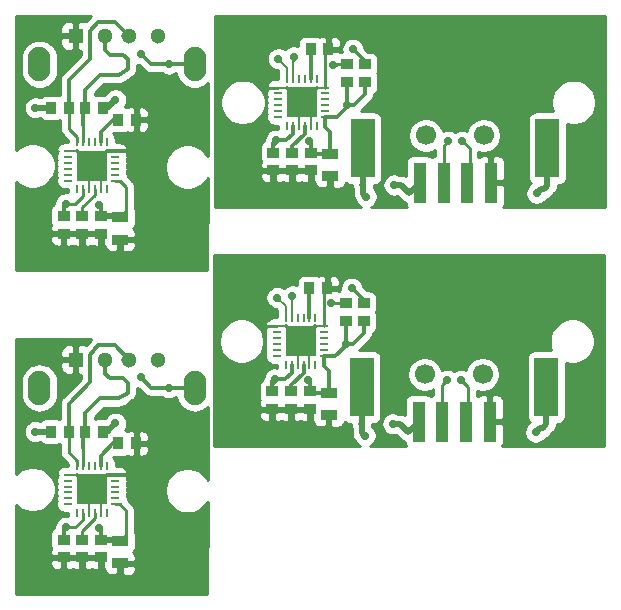
<source format=gtl>
G04 #@! TF.GenerationSoftware,KiCad,Pcbnew,5.1.9-73d0e3b20d~88~ubuntu18.04.1*
G04 #@! TF.CreationDate,2021-04-05T22:09:22-07:00*
G04 #@! TF.ProjectId,accelgyro_mpu6050_d2brv3_4x4,61636365-6c67-4797-926f-5f6d70753630,rev?*
G04 #@! TF.SameCoordinates,Original*
G04 #@! TF.FileFunction,Copper,L1,Top*
G04 #@! TF.FilePolarity,Positive*
%FSLAX46Y46*%
G04 Gerber Fmt 4.6, Leading zero omitted, Abs format (unit mm)*
G04 Created by KiCad (PCBNEW 5.1.9-73d0e3b20d~88~ubuntu18.04.1) date 2021-04-05 22:09:22*
%MOMM*%
%LPD*%
G01*
G04 APERTURE LIST*
G04 #@! TA.AperFunction,SMDPad,CuDef*
%ADD10R,1.000760X0.899160*%
G04 #@! TD*
G04 #@! TA.AperFunction,SMDPad,CuDef*
%ADD11R,1.397000X0.889000*%
G04 #@! TD*
G04 #@! TA.AperFunction,SMDPad,CuDef*
%ADD12R,0.899160X1.000760*%
G04 #@! TD*
G04 #@! TA.AperFunction,ComponentPad*
%ADD13O,1.900000X2.900000*%
G04 #@! TD*
G04 #@! TA.AperFunction,ComponentPad*
%ADD14C,1.300000*%
G04 #@! TD*
G04 #@! TA.AperFunction,ComponentPad*
%ADD15R,1.300000X1.300000*%
G04 #@! TD*
G04 #@! TA.AperFunction,SMDPad,CuDef*
%ADD16R,2.499360X2.499360*%
G04 #@! TD*
G04 #@! TA.AperFunction,SMDPad,CuDef*
%ADD17O,0.800100X0.248920*%
G04 #@! TD*
G04 #@! TA.AperFunction,SMDPad,CuDef*
%ADD18O,0.248920X0.800100*%
G04 #@! TD*
G04 #@! TA.AperFunction,ComponentPad*
%ADD19C,0.600000*%
G04 #@! TD*
G04 #@! TA.AperFunction,SMDPad,CuDef*
%ADD20R,2.000000X5.000000*%
G04 #@! TD*
G04 #@! TA.AperFunction,WasherPad*
%ADD21C,1.700000*%
G04 #@! TD*
G04 #@! TA.AperFunction,SMDPad,CuDef*
%ADD22R,1.120000X3.390000*%
G04 #@! TD*
G04 #@! TA.AperFunction,ViaPad*
%ADD23C,0.700000*%
G04 #@! TD*
G04 #@! TA.AperFunction,Conductor*
%ADD24C,0.300000*%
G04 #@! TD*
G04 #@! TA.AperFunction,Conductor*
%ADD25C,0.500000*%
G04 #@! TD*
G04 #@! TA.AperFunction,Conductor*
%ADD26C,0.200000*%
G04 #@! TD*
G04 #@! TA.AperFunction,Conductor*
%ADD27C,0.250000*%
G04 #@! TD*
G04 #@! TA.AperFunction,Conductor*
%ADD28C,0.254000*%
G04 #@! TD*
G04 #@! TA.AperFunction,Conductor*
%ADD29C,0.150000*%
G04 #@! TD*
G04 #@! TA.AperFunction,NonConductor*
%ADD30C,0.254000*%
G04 #@! TD*
G04 #@! TA.AperFunction,NonConductor*
%ADD31C,0.150000*%
G04 #@! TD*
G04 APERTURE END LIST*
D10*
X139525000Y-111226840D03*
X139525000Y-109723160D03*
D11*
X144325000Y-109822500D03*
X144325000Y-111727500D03*
D12*
X138473160Y-100575000D03*
X139976840Y-100575000D03*
D10*
X142725000Y-111226840D03*
X142725000Y-109723160D03*
D13*
X150620000Y-96875000D03*
X137480000Y-96875000D03*
D14*
X147550000Y-94475000D03*
X145050000Y-94475000D03*
X143050000Y-94475000D03*
D15*
X140550000Y-94475000D03*
D12*
X141373160Y-100575000D03*
X142876840Y-100575000D03*
X145676840Y-101575000D03*
X144173160Y-101575000D03*
D10*
X141125000Y-111226840D03*
X141125000Y-109723160D03*
D16*
X141925000Y-105475000D03*
D17*
X139926020Y-104225320D03*
X139926020Y-104725700D03*
X139926020Y-105226080D03*
X139926020Y-105723920D03*
X139926020Y-106224300D03*
X139926020Y-106724680D03*
D18*
X140675320Y-107473980D03*
X141175700Y-107473980D03*
X141676080Y-107473980D03*
X142173920Y-107473980D03*
X142674300Y-107473980D03*
X143174680Y-107473980D03*
D17*
X143923980Y-106724680D03*
X143923980Y-106224300D03*
X143923980Y-105723920D03*
X143923980Y-105226080D03*
X143923980Y-104725700D03*
X143923980Y-104225320D03*
D18*
X143174680Y-103476020D03*
X142674300Y-103476020D03*
X142173920Y-103476020D03*
X141676080Y-103476020D03*
X141175700Y-103476020D03*
X140675320Y-103476020D03*
D19*
X141925000Y-105475000D03*
X142687000Y-104713000D03*
X141163000Y-104713000D03*
X142687000Y-106237000D03*
X141163000Y-106237000D03*
D10*
X158900000Y-104348160D03*
X158900000Y-105851840D03*
D12*
X160448160Y-95600000D03*
X161951840Y-95600000D03*
D11*
X162100000Y-106352500D03*
X162100000Y-104447500D03*
D10*
X165036000Y-96884160D03*
X165036000Y-98387840D03*
X157300000Y-104348160D03*
X157300000Y-105851840D03*
X160500000Y-104348160D03*
X160500000Y-105851840D03*
D20*
X164900000Y-104000000D03*
X180500000Y-104000000D03*
D21*
X170200000Y-102900000D03*
D22*
X169700000Y-106900000D03*
X175700000Y-106900000D03*
X173700000Y-106900000D03*
X171700000Y-106900000D03*
D21*
X175100000Y-102900000D03*
D19*
X158938000Y-100862000D03*
X160462000Y-100862000D03*
X158938000Y-99338000D03*
X160462000Y-99338000D03*
X159700000Y-100100000D03*
D18*
X158450320Y-98101020D03*
X158950700Y-98101020D03*
X159451080Y-98101020D03*
X159948920Y-98101020D03*
X160449300Y-98101020D03*
X160949680Y-98101020D03*
D17*
X161698980Y-98850320D03*
X161698980Y-99350700D03*
X161698980Y-99851080D03*
X161698980Y-100348920D03*
X161698980Y-100849300D03*
X161698980Y-101349680D03*
D18*
X160949680Y-102098980D03*
X160449300Y-102098980D03*
X159948920Y-102098980D03*
X159451080Y-102098980D03*
X158950700Y-102098980D03*
X158450320Y-102098980D03*
D17*
X157701020Y-101349680D03*
X157701020Y-100849300D03*
X157701020Y-100348920D03*
X157701020Y-99851080D03*
X157701020Y-99350700D03*
X157701020Y-98850320D03*
D16*
X159700000Y-100100000D03*
D10*
X163512000Y-98387840D03*
X163512000Y-96884160D03*
X157200000Y-126076840D03*
X157200000Y-124573160D03*
D12*
X161851840Y-115825000D03*
X160348160Y-115825000D03*
D10*
X158800000Y-126076840D03*
X158800000Y-124573160D03*
X160400000Y-126076840D03*
X160400000Y-124573160D03*
D16*
X159600000Y-120325000D03*
D17*
X157601020Y-119075320D03*
X157601020Y-119575700D03*
X157601020Y-120076080D03*
X157601020Y-120573920D03*
X157601020Y-121074300D03*
X157601020Y-121574680D03*
D18*
X158350320Y-122323980D03*
X158850700Y-122323980D03*
X159351080Y-122323980D03*
X159848920Y-122323980D03*
X160349300Y-122323980D03*
X160849680Y-122323980D03*
D17*
X161598980Y-121574680D03*
X161598980Y-121074300D03*
X161598980Y-120573920D03*
X161598980Y-120076080D03*
X161598980Y-119575700D03*
X161598980Y-119075320D03*
D18*
X160849680Y-118326020D03*
X160349300Y-118326020D03*
X159848920Y-118326020D03*
X159351080Y-118326020D03*
X158850700Y-118326020D03*
X158350320Y-118326020D03*
D19*
X159600000Y-120325000D03*
X160362000Y-119563000D03*
X158838000Y-119563000D03*
X160362000Y-121087000D03*
X158838000Y-121087000D03*
D11*
X162000000Y-124672500D03*
X162000000Y-126577500D03*
D10*
X163412000Y-117109160D03*
X163412000Y-118612840D03*
X164936000Y-118612840D03*
X164936000Y-117109160D03*
D21*
X175000000Y-123125000D03*
D22*
X171600000Y-127125000D03*
X173600000Y-127125000D03*
X175600000Y-127125000D03*
X169600000Y-127125000D03*
D21*
X170100000Y-123125000D03*
D20*
X180400000Y-124225000D03*
X164800000Y-124225000D03*
D10*
X142725000Y-137123160D03*
X142725000Y-138626840D03*
D19*
X141163000Y-133637000D03*
X142687000Y-133637000D03*
X141163000Y-132113000D03*
X142687000Y-132113000D03*
X141925000Y-132875000D03*
D18*
X140675320Y-130876020D03*
X141175700Y-130876020D03*
X141676080Y-130876020D03*
X142173920Y-130876020D03*
X142674300Y-130876020D03*
X143174680Y-130876020D03*
D17*
X143923980Y-131625320D03*
X143923980Y-132125700D03*
X143923980Y-132626080D03*
X143923980Y-133123920D03*
X143923980Y-133624300D03*
X143923980Y-134124680D03*
D18*
X143174680Y-134873980D03*
X142674300Y-134873980D03*
X142173920Y-134873980D03*
X141676080Y-134873980D03*
X141175700Y-134873980D03*
X140675320Y-134873980D03*
D17*
X139926020Y-134124680D03*
X139926020Y-133624300D03*
X139926020Y-133123920D03*
X139926020Y-132626080D03*
X139926020Y-132125700D03*
X139926020Y-131625320D03*
D16*
X141925000Y-132875000D03*
D10*
X141125000Y-137123160D03*
X141125000Y-138626840D03*
D12*
X139976840Y-127975000D03*
X138473160Y-127975000D03*
D10*
X139525000Y-137123160D03*
X139525000Y-138626840D03*
D11*
X144325000Y-139127500D03*
X144325000Y-137222500D03*
D12*
X142876840Y-127975000D03*
X141373160Y-127975000D03*
X144173160Y-128975000D03*
X145676840Y-128975000D03*
D15*
X140550000Y-121875000D03*
D14*
X143050000Y-121875000D03*
X145050000Y-121875000D03*
X147550000Y-121875000D03*
D13*
X137480000Y-124275000D03*
X150620000Y-124275000D03*
D23*
X163500000Y-100300000D03*
X157500000Y-103300000D03*
X167500000Y-107100000D03*
X160300000Y-103400000D03*
X179600000Y-107800000D03*
X165150000Y-108100000D03*
X159000000Y-96250000D03*
X162300000Y-96900000D03*
X173300000Y-103400000D03*
X172100000Y-103400000D03*
X157700000Y-96400000D03*
X164020000Y-95604000D03*
X143925000Y-99875000D03*
X139725000Y-108675000D03*
X142525000Y-108775000D03*
X137125000Y-100575000D03*
X148450000Y-96875000D03*
X146050000Y-95975000D03*
X163400000Y-120525000D03*
X160200000Y-123625000D03*
X157400000Y-123525000D03*
X167400000Y-127325000D03*
X142525000Y-136175000D03*
X139725000Y-136075000D03*
X143925000Y-127275000D03*
X137125000Y-127975000D03*
X165050000Y-128325000D03*
X179500000Y-128025000D03*
X146050000Y-123375000D03*
X148450000Y-124275000D03*
X158900000Y-116475000D03*
X162200000Y-117125000D03*
X173200000Y-123625000D03*
X157600000Y-116625000D03*
X163920000Y-115829000D03*
X172000000Y-123625000D03*
D24*
X163500000Y-98424278D02*
X163524219Y-98400059D01*
X164150000Y-100300000D02*
X165036000Y-99414000D01*
X157300000Y-103800000D02*
X157300000Y-104348160D01*
X162100000Y-102600000D02*
X162100000Y-104447500D01*
X158400000Y-103300000D02*
X157800000Y-103300000D01*
X162650320Y-101349680D02*
X163600000Y-100400000D01*
X157800000Y-103300000D02*
X157300000Y-103800000D01*
X160500000Y-103600000D02*
X160500000Y-104348160D01*
X162100000Y-104447500D02*
X160599340Y-104447500D01*
X158950700Y-102749300D02*
X158400000Y-103300000D01*
X158950700Y-102098980D02*
X158950700Y-102749300D01*
X161698980Y-102198980D02*
X162100000Y-102600000D01*
X161698980Y-101349680D02*
X161698980Y-102198980D01*
X157300000Y-103500000D02*
X157500000Y-103300000D01*
D25*
X168100000Y-107100000D02*
X167500000Y-107100000D01*
D24*
X163500000Y-100300000D02*
X163500000Y-98424278D01*
D25*
X168800000Y-107800000D02*
X168100000Y-107100000D01*
D24*
X160599340Y-104447500D02*
X160500000Y-104348160D01*
X157300000Y-104348160D02*
X157300000Y-103500000D01*
X160300000Y-103400000D02*
X160500000Y-103600000D01*
X161698980Y-101349680D02*
X162650320Y-101349680D01*
D25*
X169700000Y-106900000D02*
X168800000Y-107800000D01*
D24*
X165036000Y-99414000D02*
X165036000Y-98387840D01*
X163500000Y-100300000D02*
X164150000Y-100300000D01*
D26*
X159451080Y-102098980D02*
X159451080Y-100348920D01*
D25*
X157300000Y-106900000D02*
X157300000Y-105851840D01*
X162100000Y-107297000D02*
X162100000Y-106352500D01*
D27*
X157701020Y-98850320D02*
X156850320Y-98850320D01*
D25*
X159150000Y-107550000D02*
X158900000Y-107300000D01*
D26*
X159451080Y-100348920D02*
X159700000Y-100100000D01*
X160449300Y-102098980D02*
X160449300Y-100849300D01*
D25*
X161250000Y-107550000D02*
X160750000Y-107550000D01*
X157950000Y-107550000D02*
X157300000Y-106900000D01*
D26*
X161698980Y-98850320D02*
X161098930Y-98850320D01*
D27*
X161698980Y-95852860D02*
X161951840Y-95600000D01*
D25*
X160000000Y-107550000D02*
X157950000Y-107550000D01*
X160000000Y-107550000D02*
X159150000Y-107550000D01*
X161847000Y-107550000D02*
X161250000Y-107550000D01*
D24*
X158450320Y-98850320D02*
X159700000Y-100100000D01*
D25*
X160500000Y-107300000D02*
X160500000Y-105851840D01*
X161250000Y-107550000D02*
X160000000Y-107550000D01*
D26*
X161098930Y-98850320D02*
X159849250Y-100100000D01*
D27*
X161698980Y-98850320D02*
X161698980Y-95852860D01*
D26*
X158450320Y-98850320D02*
X158938000Y-99338000D01*
D25*
X158900000Y-107300000D02*
X158900000Y-105851840D01*
X160750000Y-107550000D02*
X160500000Y-107300000D01*
X162100000Y-107297000D02*
X161847000Y-107550000D01*
D26*
X160449300Y-100849300D02*
X159700000Y-100100000D01*
X159849250Y-100100000D02*
X159700000Y-100100000D01*
X157701020Y-98850320D02*
X158450320Y-98850320D01*
D24*
X160949680Y-98850320D02*
X159700000Y-100100000D01*
X160449300Y-98101020D02*
X160449300Y-95601140D01*
X160449300Y-95601140D02*
X160448160Y-95600000D01*
X158900000Y-103800000D02*
X158900000Y-104348160D01*
X159948920Y-102751080D02*
X158900000Y-103800000D01*
X159948920Y-102098980D02*
X159948920Y-102751080D01*
D25*
X164900000Y-107850000D02*
X165150000Y-108100000D01*
X164900000Y-107000000D02*
X164810010Y-107089990D01*
X180200001Y-107450001D02*
X180500000Y-107150002D01*
X179949999Y-107450001D02*
X180200001Y-107450001D01*
X164900000Y-104000000D02*
X164900000Y-107000000D01*
X164900000Y-107000000D02*
X164900000Y-107850000D01*
X179600000Y-107800000D02*
X179949999Y-107450001D01*
X180500000Y-107150002D02*
X180500000Y-104000000D01*
D26*
X158950700Y-96999300D02*
X158950700Y-98101020D01*
D27*
X163014160Y-96884160D02*
X163512000Y-96884160D01*
X173900000Y-106700000D02*
X173700000Y-106900000D01*
X162300000Y-96900000D02*
X163014160Y-96884160D01*
D26*
X159000000Y-96250000D02*
X158950700Y-96999300D01*
D27*
X173300000Y-103400000D02*
X173900000Y-104000000D01*
X173900000Y-104000000D02*
X173900000Y-106700000D01*
D26*
X157700000Y-96400000D02*
X158450320Y-97150320D01*
D27*
X165036000Y-96884160D02*
X165036000Y-96620000D01*
X171700000Y-106900000D02*
X171700000Y-103800000D01*
X171700000Y-103800000D02*
X172100000Y-103400000D01*
X165036000Y-96620000D02*
X164020000Y-95604000D01*
D26*
X158450320Y-97150320D02*
X158450320Y-98101020D01*
D24*
X139525000Y-108875000D02*
X139725000Y-108675000D01*
D25*
X143225000Y-100575000D02*
X143925000Y-99875000D01*
D27*
X141175700Y-107473980D02*
X141175700Y-108024300D01*
D24*
X142525000Y-108775000D02*
X142725000Y-108975000D01*
X139525000Y-109723160D02*
X139525000Y-108875000D01*
D27*
X141175700Y-108024300D02*
X140525000Y-108675000D01*
D25*
X144225660Y-109723160D02*
X144325000Y-109822500D01*
D24*
X142725000Y-108975000D02*
X142725000Y-109723160D01*
D27*
X143923980Y-106724680D02*
X144274680Y-106724680D01*
D25*
X142725000Y-109723160D02*
X144225660Y-109723160D01*
D27*
X144825000Y-109322500D02*
X144325000Y-109822500D01*
D25*
X142876840Y-100575000D02*
X143225000Y-100575000D01*
D27*
X144274680Y-106724680D02*
X144825000Y-107275000D01*
X140525000Y-108675000D02*
X139725000Y-108675000D01*
X144825000Y-107275000D02*
X144825000Y-109322500D01*
D25*
X138473160Y-100575000D02*
X137125000Y-100575000D01*
X143475000Y-112925000D02*
X142225000Y-112925000D01*
D24*
X140675320Y-104225320D02*
X141925000Y-105475000D01*
D25*
X144325000Y-112672000D02*
X144325000Y-111727500D01*
X142975000Y-112925000D02*
X142725000Y-112675000D01*
X142225000Y-112925000D02*
X140175000Y-112925000D01*
D24*
X143174680Y-104225320D02*
X141925000Y-105475000D01*
D25*
X139525000Y-112275000D02*
X139525000Y-111226840D01*
D26*
X141676080Y-107473980D02*
X141676080Y-105723920D01*
D25*
X144325000Y-112672000D02*
X144072000Y-112925000D01*
D26*
X141676080Y-105723920D02*
X141925000Y-105475000D01*
D25*
X143475000Y-112925000D02*
X142975000Y-112925000D01*
D24*
X143923980Y-104225320D02*
X144474680Y-104225320D01*
X143923980Y-104225320D02*
X143174680Y-104225320D01*
X144474680Y-104225320D02*
X145174680Y-104225320D01*
D26*
X142674300Y-107473980D02*
X142674300Y-106224300D01*
X140675320Y-104225320D02*
X141163000Y-104713000D01*
X142674300Y-106224300D02*
X141925000Y-105475000D01*
X139926020Y-104225320D02*
X140675320Y-104225320D01*
D25*
X142225000Y-112925000D02*
X141375000Y-112925000D01*
X142725000Y-112675000D02*
X142725000Y-111226840D01*
X141375000Y-112925000D02*
X141125000Y-112675000D01*
X144072000Y-112925000D02*
X143475000Y-112925000D01*
X141125000Y-112675000D02*
X141125000Y-111226840D01*
X140175000Y-112925000D02*
X139525000Y-112275000D01*
D24*
X142674300Y-103476020D02*
X142674300Y-102625700D01*
X142674300Y-102625700D02*
X143725000Y-101575000D01*
X143725000Y-101575000D02*
X144173160Y-101575000D01*
D27*
X141125000Y-108975000D02*
X141125000Y-109723160D01*
X142173920Y-107926080D02*
X141125000Y-108975000D01*
X142173920Y-107473980D02*
X142173920Y-107926080D01*
D24*
X146950000Y-96875000D02*
X148450000Y-96875000D01*
X148450000Y-96875000D02*
X150620000Y-96875000D01*
X146050000Y-95975000D02*
X146950000Y-96875000D01*
D25*
X137755000Y-96075000D02*
X136955000Y-96875000D01*
D24*
X144550000Y-96075000D02*
X143450000Y-96075000D01*
X142637500Y-97762500D02*
X144262500Y-97762500D01*
X144950000Y-96450000D02*
X144550000Y-96075000D01*
X141175700Y-100772460D02*
X141373160Y-100575000D01*
X143050000Y-95675000D02*
X143050000Y-94475000D01*
X144950000Y-97275000D02*
X144950000Y-96450000D01*
X144262500Y-97762500D02*
X144950000Y-97275000D01*
D27*
X141175700Y-103476020D02*
X141175700Y-101976140D01*
X141175700Y-102374300D02*
X141175700Y-101976140D01*
D24*
X141373160Y-100575000D02*
X141373160Y-99026840D01*
X141175700Y-101976140D02*
X141175700Y-100772460D01*
D26*
X141175700Y-102374300D02*
X141175700Y-103476020D01*
D24*
X141373160Y-99026840D02*
X142637500Y-97762500D01*
X143450000Y-96075000D02*
X143050000Y-95675000D01*
D27*
X139976840Y-102326840D02*
X139976840Y-100575000D01*
X140675320Y-103025320D02*
X139976840Y-102326840D01*
D24*
X144625000Y-94575000D02*
X144525000Y-94475000D01*
X139976840Y-98223160D02*
X141787500Y-96412500D01*
D27*
X140675320Y-103476020D02*
X140675320Y-103025320D01*
D24*
X142450000Y-93275000D02*
X143850000Y-93275000D01*
X141787500Y-96412500D02*
X141787500Y-94075000D01*
X139976840Y-100575000D02*
X139976840Y-98223160D01*
X141787500Y-94075000D02*
X142450000Y-93275000D01*
X143850000Y-93275000D02*
X145050000Y-94475000D01*
X157200000Y-124573160D02*
X157200000Y-123725000D01*
X160400000Y-123825000D02*
X160400000Y-124573160D01*
X160200000Y-123625000D02*
X160400000Y-123825000D01*
X157200000Y-123725000D02*
X157400000Y-123525000D01*
X161598980Y-121574680D02*
X162550320Y-121574680D01*
X162550320Y-121574680D02*
X163500000Y-120625000D01*
X157200000Y-124025000D02*
X157200000Y-124573160D01*
X157700000Y-123525000D02*
X157200000Y-124025000D01*
X158300000Y-123525000D02*
X157700000Y-123525000D01*
X158850700Y-122974300D02*
X158300000Y-123525000D01*
X158850700Y-122323980D02*
X158850700Y-122974300D01*
X160499340Y-124672500D02*
X160400000Y-124573160D01*
X162000000Y-124672500D02*
X160499340Y-124672500D01*
X162000000Y-122825000D02*
X162000000Y-124672500D01*
X161598980Y-122423980D02*
X162000000Y-122825000D01*
X161598980Y-121574680D02*
X161598980Y-122423980D01*
X163400000Y-118649278D02*
X163424219Y-118625059D01*
X163400000Y-120525000D02*
X163400000Y-118649278D01*
X163400000Y-120525000D02*
X164050000Y-120525000D01*
X164936000Y-119639000D02*
X164936000Y-118612840D01*
X164050000Y-120525000D02*
X164936000Y-119639000D01*
D25*
X169600000Y-127125000D02*
X168700000Y-128025000D01*
X168700000Y-128025000D02*
X168000000Y-127325000D01*
X168000000Y-127325000D02*
X167400000Y-127325000D01*
D24*
X139525000Y-136275000D02*
X139725000Y-136075000D01*
X139525000Y-137123160D02*
X139525000Y-136275000D01*
X142525000Y-136175000D02*
X142725000Y-136375000D01*
X142725000Y-136375000D02*
X142725000Y-137123160D01*
D25*
X144225660Y-137123160D02*
X144325000Y-137222500D01*
X142725000Y-137123160D02*
X144225660Y-137123160D01*
X142876840Y-127975000D02*
X143225000Y-127975000D01*
X143225000Y-127975000D02*
X143925000Y-127275000D01*
X138473160Y-127975000D02*
X137125000Y-127975000D01*
D27*
X141175700Y-134873980D02*
X141175700Y-135424300D01*
X140525000Y-136075000D02*
X139725000Y-136075000D01*
X141175700Y-135424300D02*
X140525000Y-136075000D01*
X143923980Y-134124680D02*
X144274680Y-134124680D01*
X144274680Y-134124680D02*
X144825000Y-134675000D01*
X144825000Y-136722500D02*
X144325000Y-137222500D01*
X144825000Y-134675000D02*
X144825000Y-136722500D01*
D24*
X160849680Y-119075320D02*
X159600000Y-120325000D01*
X158350320Y-119075320D02*
X159600000Y-120325000D01*
D26*
X159749250Y-120325000D02*
X159600000Y-120325000D01*
X160998930Y-119075320D02*
X159749250Y-120325000D01*
X161598980Y-119075320D02*
X160998930Y-119075320D01*
X158350320Y-119075320D02*
X158838000Y-119563000D01*
X157601020Y-119075320D02*
X158350320Y-119075320D01*
X159351080Y-120573920D02*
X159600000Y-120325000D01*
X159351080Y-122323980D02*
X159351080Y-120573920D01*
X160349300Y-121074300D02*
X159600000Y-120325000D01*
X160349300Y-122323980D02*
X160349300Y-121074300D01*
D25*
X162000000Y-127522000D02*
X162000000Y-126577500D01*
X162000000Y-127522000D02*
X161747000Y-127775000D01*
X160400000Y-127525000D02*
X160400000Y-126076840D01*
X160650000Y-127775000D02*
X160400000Y-127525000D01*
X161150000Y-127775000D02*
X160650000Y-127775000D01*
X161747000Y-127775000D02*
X161150000Y-127775000D01*
X158800000Y-127525000D02*
X158800000Y-126076840D01*
X159050000Y-127775000D02*
X158800000Y-127525000D01*
X159900000Y-127775000D02*
X159050000Y-127775000D01*
X159900000Y-127775000D02*
X157850000Y-127775000D01*
X161150000Y-127775000D02*
X159900000Y-127775000D01*
X157200000Y-127125000D02*
X157200000Y-126076840D01*
X157850000Y-127775000D02*
X157200000Y-127125000D01*
D27*
X161598980Y-116077860D02*
X161851840Y-115825000D01*
X161598980Y-119075320D02*
X161598980Y-116077860D01*
X157601020Y-119075320D02*
X156750320Y-119075320D01*
D25*
X142725000Y-140075000D02*
X142725000Y-138626840D01*
X142975000Y-140325000D02*
X142725000Y-140075000D01*
D26*
X140675320Y-131625320D02*
X141163000Y-132113000D01*
D25*
X141375000Y-140325000D02*
X141125000Y-140075000D01*
X143475000Y-140325000D02*
X142225000Y-140325000D01*
D26*
X139926020Y-131625320D02*
X140675320Y-131625320D01*
X141676080Y-133123920D02*
X141925000Y-132875000D01*
D25*
X142225000Y-140325000D02*
X140175000Y-140325000D01*
X141125000Y-140075000D02*
X141125000Y-138626840D01*
X142225000Y-140325000D02*
X141375000Y-140325000D01*
X139525000Y-139675000D02*
X139525000Y-138626840D01*
D26*
X142674300Y-134873980D02*
X142674300Y-133624300D01*
X141676080Y-134873980D02*
X141676080Y-133123920D01*
X142674300Y-133624300D02*
X141925000Y-132875000D01*
D25*
X144325000Y-140072000D02*
X144325000Y-139127500D01*
X144325000Y-140072000D02*
X144072000Y-140325000D01*
D24*
X140675320Y-131625320D02*
X141925000Y-132875000D01*
D25*
X143475000Y-140325000D02*
X142975000Y-140325000D01*
X144072000Y-140325000D02*
X143475000Y-140325000D01*
X140175000Y-140325000D02*
X139525000Y-139675000D01*
D24*
X143174680Y-131625320D02*
X141925000Y-132875000D01*
X143923980Y-131625320D02*
X143174680Y-131625320D01*
X143923980Y-131625320D02*
X144474680Y-131625320D01*
X144474680Y-131625320D02*
X145174680Y-131625320D01*
X160349300Y-115826140D02*
X160348160Y-115825000D01*
X160349300Y-118326020D02*
X160349300Y-115826140D01*
X142674300Y-130876020D02*
X142674300Y-130025700D01*
X143725000Y-128975000D02*
X144173160Y-128975000D01*
X142674300Y-130025700D02*
X143725000Y-128975000D01*
X158800000Y-124025000D02*
X158800000Y-124573160D01*
X159848920Y-122976080D02*
X158800000Y-124025000D01*
X159848920Y-122323980D02*
X159848920Y-122976080D01*
D27*
X142173920Y-134873980D02*
X142173920Y-135326080D01*
X141125000Y-136375000D02*
X141125000Y-137123160D01*
X142173920Y-135326080D02*
X141125000Y-136375000D01*
D25*
X164800000Y-127225000D02*
X164710010Y-127314990D01*
X164800000Y-124225000D02*
X164800000Y-127225000D01*
X164800000Y-127225000D02*
X164800000Y-128075000D01*
X164800000Y-128075000D02*
X165050000Y-128325000D01*
X179849999Y-127675001D02*
X180100001Y-127675001D01*
X179500000Y-128025000D02*
X179849999Y-127675001D01*
X180400000Y-127375002D02*
X180400000Y-124225000D01*
X180100001Y-127675001D02*
X180400000Y-127375002D01*
X137755000Y-123475000D02*
X136955000Y-124275000D01*
D24*
X146050000Y-123375000D02*
X146950000Y-124275000D01*
X146950000Y-124275000D02*
X148450000Y-124275000D01*
X148450000Y-124275000D02*
X150620000Y-124275000D01*
D26*
X158900000Y-116475000D02*
X158850700Y-117224300D01*
X158850700Y-117224300D02*
X158850700Y-118326020D01*
D27*
X162914160Y-117109160D02*
X163412000Y-117109160D01*
X162200000Y-117125000D02*
X162914160Y-117109160D01*
X173200000Y-123625000D02*
X173800000Y-124225000D01*
X173800000Y-126925000D02*
X173600000Y-127125000D01*
X173800000Y-124225000D02*
X173800000Y-126925000D01*
D26*
X141175700Y-129774300D02*
X141175700Y-130876020D01*
D27*
X141175700Y-129774300D02*
X141175700Y-129376140D01*
X141175700Y-130876020D02*
X141175700Y-129376140D01*
D24*
X141175700Y-128172460D02*
X141373160Y-127975000D01*
X141175700Y-129376140D02*
X141175700Y-128172460D01*
X143050000Y-123075000D02*
X143050000Y-121875000D01*
X143450000Y-123475000D02*
X143050000Y-123075000D01*
X144550000Y-123475000D02*
X143450000Y-123475000D01*
X141373160Y-126426840D02*
X142637500Y-125162500D01*
X142637500Y-125162500D02*
X144262500Y-125162500D01*
X144950000Y-123850000D02*
X144550000Y-123475000D01*
X141373160Y-127975000D02*
X141373160Y-126426840D01*
X144262500Y-125162500D02*
X144950000Y-124675000D01*
X144950000Y-124675000D02*
X144950000Y-123850000D01*
D26*
X158350320Y-117375320D02*
X158350320Y-118326020D01*
X157600000Y-116625000D02*
X158350320Y-117375320D01*
D27*
X164936000Y-117109160D02*
X164936000Y-116845000D01*
X164936000Y-116845000D02*
X163920000Y-115829000D01*
X171600000Y-127125000D02*
X171600000Y-124025000D01*
X171600000Y-124025000D02*
X172000000Y-123625000D01*
D24*
X144625000Y-121975000D02*
X144525000Y-121875000D01*
D27*
X140675320Y-130876020D02*
X140675320Y-130425320D01*
X139976840Y-129726840D02*
X139976840Y-127975000D01*
X140675320Y-130425320D02*
X139976840Y-129726840D01*
D24*
X143850000Y-120675000D02*
X145050000Y-121875000D01*
X142450000Y-120675000D02*
X143850000Y-120675000D01*
X141787500Y-121475000D02*
X142450000Y-120675000D01*
X141787500Y-123812500D02*
X141787500Y-121475000D01*
X139976840Y-127975000D02*
X139976840Y-125623160D01*
X139976840Y-125623160D02*
X141787500Y-123812500D01*
D28*
X185273000Y-129198000D02*
X176671246Y-129198000D01*
X176690537Y-129174494D01*
X176749502Y-129064180D01*
X176785812Y-128944482D01*
X176798072Y-128820000D01*
X176796130Y-127928774D01*
X178523000Y-127928774D01*
X178523000Y-128121226D01*
X178560546Y-128309980D01*
X178634194Y-128487783D01*
X178741115Y-128647801D01*
X178877199Y-128783885D01*
X179037217Y-128890806D01*
X179215020Y-128964454D01*
X179403774Y-129002000D01*
X179596226Y-129002000D01*
X179784980Y-128964454D01*
X179962783Y-128890806D01*
X180122801Y-128783885D01*
X180258885Y-128647801D01*
X180346490Y-128516691D01*
X180437238Y-128489163D01*
X180589593Y-128407728D01*
X180723134Y-128298134D01*
X180750598Y-128264668D01*
X180989665Y-128025601D01*
X181023133Y-127998135D01*
X181132727Y-127864594D01*
X181214162Y-127712239D01*
X181252636Y-127585408D01*
X181264310Y-127546925D01*
X181281243Y-127375002D01*
X181279276Y-127355033D01*
X181400000Y-127355033D01*
X181522913Y-127342927D01*
X181641103Y-127307075D01*
X181750028Y-127248853D01*
X181845501Y-127170501D01*
X181923853Y-127075028D01*
X181982075Y-126966103D01*
X182017927Y-126847913D01*
X182030033Y-126725000D01*
X182030033Y-122174682D01*
X182037915Y-122177947D01*
X182410207Y-122252000D01*
X182789793Y-122252000D01*
X183162085Y-122177947D01*
X183512777Y-122032685D01*
X183828391Y-121821799D01*
X184096799Y-121553391D01*
X184307685Y-121237777D01*
X184452947Y-120887085D01*
X184527000Y-120514793D01*
X184527000Y-120135207D01*
X184452947Y-119762915D01*
X184307685Y-119412223D01*
X184096799Y-119096609D01*
X183828391Y-118828201D01*
X183512777Y-118617315D01*
X183162085Y-118472053D01*
X182789793Y-118398000D01*
X182410207Y-118398000D01*
X182037915Y-118472053D01*
X181687223Y-118617315D01*
X181371609Y-118828201D01*
X181103201Y-119096609D01*
X180892315Y-119412223D01*
X180747053Y-119762915D01*
X180673000Y-120135207D01*
X180673000Y-120514793D01*
X180747053Y-120887085D01*
X180833161Y-121094967D01*
X179400000Y-121094967D01*
X179277087Y-121107073D01*
X179158897Y-121142925D01*
X179049972Y-121201147D01*
X178954499Y-121279499D01*
X178876147Y-121374972D01*
X178817925Y-121483897D01*
X178782073Y-121602087D01*
X178769967Y-121725000D01*
X178769967Y-126725000D01*
X178782073Y-126847913D01*
X178817925Y-126966103D01*
X178876147Y-127075028D01*
X178954499Y-127170501D01*
X178984028Y-127194734D01*
X178877199Y-127266115D01*
X178741115Y-127402199D01*
X178634194Y-127562217D01*
X178560546Y-127740020D01*
X178523000Y-127928774D01*
X176796130Y-127928774D01*
X176795000Y-127410750D01*
X176636250Y-127252000D01*
X175727000Y-127252000D01*
X175727000Y-127272000D01*
X175473000Y-127272000D01*
X175473000Y-127252000D01*
X175453000Y-127252000D01*
X175453000Y-126998000D01*
X175473000Y-126998000D01*
X175473000Y-124953750D01*
X175727000Y-124953750D01*
X175727000Y-126998000D01*
X176636250Y-126998000D01*
X176795000Y-126839250D01*
X176798072Y-125430000D01*
X176785812Y-125305518D01*
X176749502Y-125185820D01*
X176690537Y-125075506D01*
X176611185Y-124978815D01*
X176514494Y-124899463D01*
X176404180Y-124840498D01*
X176284482Y-124804188D01*
X176160000Y-124791928D01*
X175885750Y-124795000D01*
X175727000Y-124953750D01*
X175473000Y-124953750D01*
X175314250Y-124795000D01*
X175040000Y-124791928D01*
X174915518Y-124804188D01*
X174795820Y-124840498D01*
X174685506Y-124899463D01*
X174593695Y-124974810D01*
X174552000Y-124940592D01*
X174552000Y-124538126D01*
X174569175Y-124545240D01*
X174854528Y-124602000D01*
X175145472Y-124602000D01*
X175430825Y-124545240D01*
X175699622Y-124433901D01*
X175941533Y-124272261D01*
X176147261Y-124066533D01*
X176308901Y-123824622D01*
X176420240Y-123555825D01*
X176477000Y-123270472D01*
X176477000Y-122979528D01*
X176420240Y-122694175D01*
X176308901Y-122425378D01*
X176147261Y-122183467D01*
X175941533Y-121977739D01*
X175699622Y-121816099D01*
X175430825Y-121704760D01*
X175145472Y-121648000D01*
X174854528Y-121648000D01*
X174569175Y-121704760D01*
X174300378Y-121816099D01*
X174058467Y-121977739D01*
X173852739Y-122183467D01*
X173691099Y-122425378D01*
X173579760Y-122694175D01*
X173574131Y-122722473D01*
X173484980Y-122685546D01*
X173296226Y-122648000D01*
X173103774Y-122648000D01*
X172915020Y-122685546D01*
X172737217Y-122759194D01*
X172600000Y-122850880D01*
X172462783Y-122759194D01*
X172284980Y-122685546D01*
X172096226Y-122648000D01*
X171903774Y-122648000D01*
X171715020Y-122685546D01*
X171537217Y-122759194D01*
X171533647Y-122761579D01*
X171520240Y-122694175D01*
X171408901Y-122425378D01*
X171247261Y-122183467D01*
X171041533Y-121977739D01*
X170799622Y-121816099D01*
X170530825Y-121704760D01*
X170245472Y-121648000D01*
X169954528Y-121648000D01*
X169669175Y-121704760D01*
X169400378Y-121816099D01*
X169158467Y-121977739D01*
X168952739Y-122183467D01*
X168791099Y-122425378D01*
X168679760Y-122694175D01*
X168623000Y-122979528D01*
X168623000Y-123270472D01*
X168679760Y-123555825D01*
X168791099Y-123824622D01*
X168952739Y-124066533D01*
X169158467Y-124272261D01*
X169400378Y-124433901D01*
X169669175Y-124545240D01*
X169954528Y-124602000D01*
X170245472Y-124602000D01*
X170530825Y-124545240D01*
X170799622Y-124433901D01*
X170848001Y-124401575D01*
X170848001Y-124833030D01*
X170798897Y-124847925D01*
X170689972Y-124906147D01*
X170600000Y-124979984D01*
X170510028Y-124906147D01*
X170401103Y-124847925D01*
X170282913Y-124812073D01*
X170160000Y-124799967D01*
X169040000Y-124799967D01*
X168917087Y-124812073D01*
X168798897Y-124847925D01*
X168689972Y-124906147D01*
X168594499Y-124984499D01*
X168516147Y-125079972D01*
X168457925Y-125188897D01*
X168422073Y-125307087D01*
X168409967Y-125430000D01*
X168409967Y-126549713D01*
X168337237Y-126510838D01*
X168171922Y-126460690D01*
X168043079Y-126448000D01*
X168000000Y-126443757D01*
X167956921Y-126448000D01*
X167835758Y-126448000D01*
X167684980Y-126385546D01*
X167496226Y-126348000D01*
X167303774Y-126348000D01*
X167115020Y-126385546D01*
X166937217Y-126459194D01*
X166777199Y-126566115D01*
X166641115Y-126702199D01*
X166534194Y-126862217D01*
X166460546Y-127040020D01*
X166423000Y-127228774D01*
X166423000Y-127421226D01*
X166460546Y-127609980D01*
X166534194Y-127787783D01*
X166641115Y-127947801D01*
X166777199Y-128083885D01*
X166937217Y-128190806D01*
X167115020Y-128264454D01*
X167303774Y-128302000D01*
X167496226Y-128302000D01*
X167684980Y-128264454D01*
X167695027Y-128260292D01*
X168049412Y-128614677D01*
X168076868Y-128648132D01*
X168110323Y-128675588D01*
X168110328Y-128675593D01*
X168210407Y-128757726D01*
X168303953Y-128807727D01*
X168362764Y-128839162D01*
X168413366Y-128854512D01*
X168422073Y-128942913D01*
X168457925Y-129061103D01*
X168516147Y-129170028D01*
X168539103Y-129198000D01*
X165495415Y-129198000D01*
X165512783Y-129190806D01*
X165672801Y-129083885D01*
X165808885Y-128947801D01*
X165915806Y-128787783D01*
X165989454Y-128609980D01*
X166027000Y-128421226D01*
X166027000Y-128228774D01*
X165989454Y-128040020D01*
X165915806Y-127862217D01*
X165808885Y-127702199D01*
X165677000Y-127570314D01*
X165677000Y-127355033D01*
X165800000Y-127355033D01*
X165922913Y-127342927D01*
X166041103Y-127307075D01*
X166150028Y-127248853D01*
X166245501Y-127170501D01*
X166323853Y-127075028D01*
X166382075Y-126966103D01*
X166417927Y-126847913D01*
X166430033Y-126725000D01*
X166430033Y-121725000D01*
X166417927Y-121602087D01*
X166382075Y-121483897D01*
X166323853Y-121374972D01*
X166245501Y-121279499D01*
X166150028Y-121201147D01*
X166041103Y-121142925D01*
X165922913Y-121107073D01*
X165800000Y-121094967D01*
X164580284Y-121094967D01*
X164602080Y-121077080D01*
X164626412Y-121047431D01*
X165458437Y-120215407D01*
X165488080Y-120191080D01*
X165512409Y-120161435D01*
X165585177Y-120072767D01*
X165657327Y-119937784D01*
X165660062Y-119928768D01*
X165701757Y-119791319D01*
X165713000Y-119677166D01*
X165713000Y-119677157D01*
X165716758Y-119639001D01*
X165715308Y-119624277D01*
X165786408Y-119586273D01*
X165881881Y-119507921D01*
X165960233Y-119412448D01*
X166018455Y-119303523D01*
X166054307Y-119185333D01*
X166066413Y-119062420D01*
X166066413Y-118163260D01*
X166054307Y-118040347D01*
X166018455Y-117922157D01*
X165985766Y-117861000D01*
X166018455Y-117799843D01*
X166054307Y-117681653D01*
X166066413Y-117558740D01*
X166066413Y-116659580D01*
X166054307Y-116536667D01*
X166018455Y-116418477D01*
X165960233Y-116309552D01*
X165881881Y-116214079D01*
X165786408Y-116135727D01*
X165677483Y-116077505D01*
X165559293Y-116041653D01*
X165436380Y-116029547D01*
X165184036Y-116029547D01*
X164897000Y-115742512D01*
X164897000Y-115732774D01*
X164859454Y-115544020D01*
X164785806Y-115366217D01*
X164678885Y-115206199D01*
X164542801Y-115070115D01*
X164382783Y-114963194D01*
X164204980Y-114889546D01*
X164016226Y-114852000D01*
X163823774Y-114852000D01*
X163635020Y-114889546D01*
X163457217Y-114963194D01*
X163297199Y-115070115D01*
X163161115Y-115206199D01*
X163054194Y-115366217D01*
X162980546Y-115544020D01*
X162943000Y-115732774D01*
X162943000Y-115925226D01*
X162963751Y-116029547D01*
X162911620Y-116029547D01*
X162860274Y-116034604D01*
X162777670Y-115952000D01*
X161978840Y-115952000D01*
X161978840Y-115972000D01*
X161724840Y-115972000D01*
X161724840Y-115952000D01*
X161704840Y-115952000D01*
X161704840Y-115698000D01*
X161724840Y-115698000D01*
X161724840Y-114848370D01*
X161978840Y-114848370D01*
X161978840Y-115698000D01*
X162777670Y-115698000D01*
X162936420Y-115539250D01*
X162939492Y-115324620D01*
X162927232Y-115200138D01*
X162890922Y-115080440D01*
X162831957Y-114970126D01*
X162752605Y-114873435D01*
X162655914Y-114794083D01*
X162545600Y-114735118D01*
X162425902Y-114698808D01*
X162301420Y-114686548D01*
X162137590Y-114689620D01*
X161978840Y-114848370D01*
X161724840Y-114848370D01*
X161566090Y-114689620D01*
X161402260Y-114686548D01*
X161277778Y-114698808D01*
X161158080Y-114735118D01*
X161091514Y-114770699D01*
X161038843Y-114742545D01*
X160920653Y-114706693D01*
X160797740Y-114694587D01*
X159898580Y-114694587D01*
X159775667Y-114706693D01*
X159657477Y-114742545D01*
X159548552Y-114800767D01*
X159453079Y-114879119D01*
X159374727Y-114974592D01*
X159316505Y-115083517D01*
X159280653Y-115201707D01*
X159268547Y-115324620D01*
X159268547Y-115570160D01*
X159184980Y-115535546D01*
X158996226Y-115498000D01*
X158803774Y-115498000D01*
X158615020Y-115535546D01*
X158437217Y-115609194D01*
X158277199Y-115716115D01*
X158165492Y-115827822D01*
X158062783Y-115759194D01*
X157884980Y-115685546D01*
X157696226Y-115648000D01*
X157503774Y-115648000D01*
X157315020Y-115685546D01*
X157137217Y-115759194D01*
X156977199Y-115866115D01*
X156841115Y-116002199D01*
X156734194Y-116162217D01*
X156660546Y-116340020D01*
X156623000Y-116528774D01*
X156623000Y-116721226D01*
X156660546Y-116909980D01*
X156734194Y-117087783D01*
X156841115Y-117247801D01*
X156977199Y-117383885D01*
X157137217Y-117490806D01*
X157315020Y-117564454D01*
X157503774Y-117602000D01*
X157548867Y-117602000D01*
X157623320Y-117676454D01*
X157623321Y-117858329D01*
X157609734Y-117903118D01*
X157598860Y-118013523D01*
X157598860Y-118315860D01*
X157198430Y-118315860D01*
X157052707Y-118355229D01*
X156917465Y-118422271D01*
X156797900Y-118514409D01*
X156698608Y-118628103D01*
X156623405Y-118758983D01*
X156575320Y-118956514D01*
X156724720Y-119075320D01*
X156575320Y-119194126D01*
X156611198Y-119341511D01*
X156584844Y-119428388D01*
X156570335Y-119575700D01*
X156584844Y-119723012D01*
X156616052Y-119825890D01*
X156584844Y-119928768D01*
X156570335Y-120076080D01*
X156584844Y-120223392D01*
X156615666Y-120325000D01*
X156584844Y-120426608D01*
X156570335Y-120573920D01*
X156584844Y-120721232D01*
X156616052Y-120824110D01*
X156584844Y-120926988D01*
X156570335Y-121074300D01*
X156584844Y-121221612D01*
X156616052Y-121324490D01*
X156584844Y-121427368D01*
X156570335Y-121574680D01*
X156584844Y-121721992D01*
X156627813Y-121863642D01*
X156697591Y-121994188D01*
X156791497Y-122108613D01*
X156905922Y-122202519D01*
X157036468Y-122272297D01*
X157178118Y-122315266D01*
X157288523Y-122326140D01*
X157598860Y-122326140D01*
X157598860Y-122568415D01*
X157496226Y-122548000D01*
X157303774Y-122548000D01*
X157115020Y-122585546D01*
X156937217Y-122659194D01*
X156777199Y-122766115D01*
X156641115Y-122902199D01*
X156534194Y-123062217D01*
X156460546Y-123240020D01*
X156423000Y-123428774D01*
X156423000Y-123560489D01*
X156349592Y-123599727D01*
X156254119Y-123678079D01*
X156175767Y-123773552D01*
X156117545Y-123882477D01*
X156081693Y-124000667D01*
X156069587Y-124123580D01*
X156069587Y-125022740D01*
X156081693Y-125145653D01*
X156117545Y-125263843D01*
X156145699Y-125316514D01*
X156110118Y-125383080D01*
X156073808Y-125502778D01*
X156061548Y-125627260D01*
X156064620Y-125791090D01*
X156223370Y-125949840D01*
X157073000Y-125949840D01*
X157073000Y-125929840D01*
X157327000Y-125929840D01*
X157327000Y-125949840D01*
X158673000Y-125949840D01*
X158673000Y-125929840D01*
X158927000Y-125929840D01*
X158927000Y-125949840D01*
X160273000Y-125949840D01*
X160273000Y-125929840D01*
X160527000Y-125929840D01*
X160527000Y-125949840D01*
X160547000Y-125949840D01*
X160547000Y-126203840D01*
X160527000Y-126203840D01*
X160527000Y-127002670D01*
X160677811Y-127153481D01*
X160711998Y-127266180D01*
X160770963Y-127376494D01*
X160850315Y-127473185D01*
X160947006Y-127552537D01*
X161057320Y-127611502D01*
X161177018Y-127647812D01*
X161301500Y-127660072D01*
X161714250Y-127657000D01*
X161873000Y-127498250D01*
X161873000Y-126704500D01*
X161853000Y-126704500D01*
X161853000Y-126450500D01*
X161873000Y-126450500D01*
X161873000Y-126430500D01*
X162127000Y-126430500D01*
X162127000Y-126450500D01*
X162147000Y-126450500D01*
X162147000Y-126704500D01*
X162127000Y-126704500D01*
X162127000Y-127498250D01*
X162285750Y-127657000D01*
X162698500Y-127660072D01*
X162822982Y-127647812D01*
X162942680Y-127611502D01*
X163052994Y-127552537D01*
X163149685Y-127473185D01*
X163229037Y-127376494D01*
X163288002Y-127266180D01*
X163324312Y-127146482D01*
X163325434Y-127135085D01*
X163354499Y-127170501D01*
X163449972Y-127248853D01*
X163558897Y-127307075D01*
X163677087Y-127342927D01*
X163800000Y-127355033D01*
X163832711Y-127355033D01*
X163845700Y-127486912D01*
X163895848Y-127652226D01*
X163923000Y-127703024D01*
X163923000Y-128031921D01*
X163918757Y-128075000D01*
X163935690Y-128246922D01*
X163985838Y-128412236D01*
X164067274Y-128564592D01*
X164116684Y-128624799D01*
X164184194Y-128787783D01*
X164291115Y-128947801D01*
X164427199Y-129083885D01*
X164587217Y-129190806D01*
X164604585Y-129198000D01*
X152277000Y-129198000D01*
X152277000Y-126526420D01*
X156061548Y-126526420D01*
X156073808Y-126650902D01*
X156110118Y-126770600D01*
X156169083Y-126880914D01*
X156248435Y-126977605D01*
X156345126Y-127056957D01*
X156455440Y-127115922D01*
X156575138Y-127152232D01*
X156699620Y-127164492D01*
X156914250Y-127161420D01*
X157073000Y-127002670D01*
X157073000Y-126203840D01*
X157327000Y-126203840D01*
X157327000Y-127002670D01*
X157485750Y-127161420D01*
X157700380Y-127164492D01*
X157824862Y-127152232D01*
X157944560Y-127115922D01*
X158000000Y-127086288D01*
X158055440Y-127115922D01*
X158175138Y-127152232D01*
X158299620Y-127164492D01*
X158514250Y-127161420D01*
X158673000Y-127002670D01*
X158673000Y-126203840D01*
X158927000Y-126203840D01*
X158927000Y-127002670D01*
X159085750Y-127161420D01*
X159300380Y-127164492D01*
X159424862Y-127152232D01*
X159544560Y-127115922D01*
X159600000Y-127086288D01*
X159655440Y-127115922D01*
X159775138Y-127152232D01*
X159899620Y-127164492D01*
X160114250Y-127161420D01*
X160273000Y-127002670D01*
X160273000Y-126203840D01*
X158927000Y-126203840D01*
X158673000Y-126203840D01*
X157327000Y-126203840D01*
X157073000Y-126203840D01*
X156223370Y-126203840D01*
X156064620Y-126362590D01*
X156061548Y-126526420D01*
X152277000Y-126526420D01*
X152277000Y-120135207D01*
X152673000Y-120135207D01*
X152673000Y-120514793D01*
X152747053Y-120887085D01*
X152892315Y-121237777D01*
X153103201Y-121553391D01*
X153371609Y-121821799D01*
X153687223Y-122032685D01*
X154037915Y-122177947D01*
X154410207Y-122252000D01*
X154789793Y-122252000D01*
X155162085Y-122177947D01*
X155512777Y-122032685D01*
X155828391Y-121821799D01*
X156096799Y-121553391D01*
X156307685Y-121237777D01*
X156452947Y-120887085D01*
X156527000Y-120514793D01*
X156527000Y-120135207D01*
X156452947Y-119762915D01*
X156307685Y-119412223D01*
X156096799Y-119096609D01*
X155828391Y-118828201D01*
X155512777Y-118617315D01*
X155162085Y-118472053D01*
X154789793Y-118398000D01*
X154410207Y-118398000D01*
X154037915Y-118472053D01*
X153687223Y-118617315D01*
X153371609Y-118828201D01*
X153103201Y-119096609D01*
X152892315Y-119412223D01*
X152747053Y-119762915D01*
X152673000Y-120135207D01*
X152277000Y-120135207D01*
X152277000Y-113002000D01*
X185273000Y-113002000D01*
X185273000Y-129198000D01*
G04 #@! TA.AperFunction,Conductor*
D29*
G36*
X185273000Y-129198000D02*
G01*
X176671246Y-129198000D01*
X176690537Y-129174494D01*
X176749502Y-129064180D01*
X176785812Y-128944482D01*
X176798072Y-128820000D01*
X176796130Y-127928774D01*
X178523000Y-127928774D01*
X178523000Y-128121226D01*
X178560546Y-128309980D01*
X178634194Y-128487783D01*
X178741115Y-128647801D01*
X178877199Y-128783885D01*
X179037217Y-128890806D01*
X179215020Y-128964454D01*
X179403774Y-129002000D01*
X179596226Y-129002000D01*
X179784980Y-128964454D01*
X179962783Y-128890806D01*
X180122801Y-128783885D01*
X180258885Y-128647801D01*
X180346490Y-128516691D01*
X180437238Y-128489163D01*
X180589593Y-128407728D01*
X180723134Y-128298134D01*
X180750598Y-128264668D01*
X180989665Y-128025601D01*
X181023133Y-127998135D01*
X181132727Y-127864594D01*
X181214162Y-127712239D01*
X181252636Y-127585408D01*
X181264310Y-127546925D01*
X181281243Y-127375002D01*
X181279276Y-127355033D01*
X181400000Y-127355033D01*
X181522913Y-127342927D01*
X181641103Y-127307075D01*
X181750028Y-127248853D01*
X181845501Y-127170501D01*
X181923853Y-127075028D01*
X181982075Y-126966103D01*
X182017927Y-126847913D01*
X182030033Y-126725000D01*
X182030033Y-122174682D01*
X182037915Y-122177947D01*
X182410207Y-122252000D01*
X182789793Y-122252000D01*
X183162085Y-122177947D01*
X183512777Y-122032685D01*
X183828391Y-121821799D01*
X184096799Y-121553391D01*
X184307685Y-121237777D01*
X184452947Y-120887085D01*
X184527000Y-120514793D01*
X184527000Y-120135207D01*
X184452947Y-119762915D01*
X184307685Y-119412223D01*
X184096799Y-119096609D01*
X183828391Y-118828201D01*
X183512777Y-118617315D01*
X183162085Y-118472053D01*
X182789793Y-118398000D01*
X182410207Y-118398000D01*
X182037915Y-118472053D01*
X181687223Y-118617315D01*
X181371609Y-118828201D01*
X181103201Y-119096609D01*
X180892315Y-119412223D01*
X180747053Y-119762915D01*
X180673000Y-120135207D01*
X180673000Y-120514793D01*
X180747053Y-120887085D01*
X180833161Y-121094967D01*
X179400000Y-121094967D01*
X179277087Y-121107073D01*
X179158897Y-121142925D01*
X179049972Y-121201147D01*
X178954499Y-121279499D01*
X178876147Y-121374972D01*
X178817925Y-121483897D01*
X178782073Y-121602087D01*
X178769967Y-121725000D01*
X178769967Y-126725000D01*
X178782073Y-126847913D01*
X178817925Y-126966103D01*
X178876147Y-127075028D01*
X178954499Y-127170501D01*
X178984028Y-127194734D01*
X178877199Y-127266115D01*
X178741115Y-127402199D01*
X178634194Y-127562217D01*
X178560546Y-127740020D01*
X178523000Y-127928774D01*
X176796130Y-127928774D01*
X176795000Y-127410750D01*
X176636250Y-127252000D01*
X175727000Y-127252000D01*
X175727000Y-127272000D01*
X175473000Y-127272000D01*
X175473000Y-127252000D01*
X175453000Y-127252000D01*
X175453000Y-126998000D01*
X175473000Y-126998000D01*
X175473000Y-124953750D01*
X175727000Y-124953750D01*
X175727000Y-126998000D01*
X176636250Y-126998000D01*
X176795000Y-126839250D01*
X176798072Y-125430000D01*
X176785812Y-125305518D01*
X176749502Y-125185820D01*
X176690537Y-125075506D01*
X176611185Y-124978815D01*
X176514494Y-124899463D01*
X176404180Y-124840498D01*
X176284482Y-124804188D01*
X176160000Y-124791928D01*
X175885750Y-124795000D01*
X175727000Y-124953750D01*
X175473000Y-124953750D01*
X175314250Y-124795000D01*
X175040000Y-124791928D01*
X174915518Y-124804188D01*
X174795820Y-124840498D01*
X174685506Y-124899463D01*
X174593695Y-124974810D01*
X174552000Y-124940592D01*
X174552000Y-124538126D01*
X174569175Y-124545240D01*
X174854528Y-124602000D01*
X175145472Y-124602000D01*
X175430825Y-124545240D01*
X175699622Y-124433901D01*
X175941533Y-124272261D01*
X176147261Y-124066533D01*
X176308901Y-123824622D01*
X176420240Y-123555825D01*
X176477000Y-123270472D01*
X176477000Y-122979528D01*
X176420240Y-122694175D01*
X176308901Y-122425378D01*
X176147261Y-122183467D01*
X175941533Y-121977739D01*
X175699622Y-121816099D01*
X175430825Y-121704760D01*
X175145472Y-121648000D01*
X174854528Y-121648000D01*
X174569175Y-121704760D01*
X174300378Y-121816099D01*
X174058467Y-121977739D01*
X173852739Y-122183467D01*
X173691099Y-122425378D01*
X173579760Y-122694175D01*
X173574131Y-122722473D01*
X173484980Y-122685546D01*
X173296226Y-122648000D01*
X173103774Y-122648000D01*
X172915020Y-122685546D01*
X172737217Y-122759194D01*
X172600000Y-122850880D01*
X172462783Y-122759194D01*
X172284980Y-122685546D01*
X172096226Y-122648000D01*
X171903774Y-122648000D01*
X171715020Y-122685546D01*
X171537217Y-122759194D01*
X171533647Y-122761579D01*
X171520240Y-122694175D01*
X171408901Y-122425378D01*
X171247261Y-122183467D01*
X171041533Y-121977739D01*
X170799622Y-121816099D01*
X170530825Y-121704760D01*
X170245472Y-121648000D01*
X169954528Y-121648000D01*
X169669175Y-121704760D01*
X169400378Y-121816099D01*
X169158467Y-121977739D01*
X168952739Y-122183467D01*
X168791099Y-122425378D01*
X168679760Y-122694175D01*
X168623000Y-122979528D01*
X168623000Y-123270472D01*
X168679760Y-123555825D01*
X168791099Y-123824622D01*
X168952739Y-124066533D01*
X169158467Y-124272261D01*
X169400378Y-124433901D01*
X169669175Y-124545240D01*
X169954528Y-124602000D01*
X170245472Y-124602000D01*
X170530825Y-124545240D01*
X170799622Y-124433901D01*
X170848001Y-124401575D01*
X170848001Y-124833030D01*
X170798897Y-124847925D01*
X170689972Y-124906147D01*
X170600000Y-124979984D01*
X170510028Y-124906147D01*
X170401103Y-124847925D01*
X170282913Y-124812073D01*
X170160000Y-124799967D01*
X169040000Y-124799967D01*
X168917087Y-124812073D01*
X168798897Y-124847925D01*
X168689972Y-124906147D01*
X168594499Y-124984499D01*
X168516147Y-125079972D01*
X168457925Y-125188897D01*
X168422073Y-125307087D01*
X168409967Y-125430000D01*
X168409967Y-126549713D01*
X168337237Y-126510838D01*
X168171922Y-126460690D01*
X168043079Y-126448000D01*
X168000000Y-126443757D01*
X167956921Y-126448000D01*
X167835758Y-126448000D01*
X167684980Y-126385546D01*
X167496226Y-126348000D01*
X167303774Y-126348000D01*
X167115020Y-126385546D01*
X166937217Y-126459194D01*
X166777199Y-126566115D01*
X166641115Y-126702199D01*
X166534194Y-126862217D01*
X166460546Y-127040020D01*
X166423000Y-127228774D01*
X166423000Y-127421226D01*
X166460546Y-127609980D01*
X166534194Y-127787783D01*
X166641115Y-127947801D01*
X166777199Y-128083885D01*
X166937217Y-128190806D01*
X167115020Y-128264454D01*
X167303774Y-128302000D01*
X167496226Y-128302000D01*
X167684980Y-128264454D01*
X167695027Y-128260292D01*
X168049412Y-128614677D01*
X168076868Y-128648132D01*
X168110323Y-128675588D01*
X168110328Y-128675593D01*
X168210407Y-128757726D01*
X168303953Y-128807727D01*
X168362764Y-128839162D01*
X168413366Y-128854512D01*
X168422073Y-128942913D01*
X168457925Y-129061103D01*
X168516147Y-129170028D01*
X168539103Y-129198000D01*
X165495415Y-129198000D01*
X165512783Y-129190806D01*
X165672801Y-129083885D01*
X165808885Y-128947801D01*
X165915806Y-128787783D01*
X165989454Y-128609980D01*
X166027000Y-128421226D01*
X166027000Y-128228774D01*
X165989454Y-128040020D01*
X165915806Y-127862217D01*
X165808885Y-127702199D01*
X165677000Y-127570314D01*
X165677000Y-127355033D01*
X165800000Y-127355033D01*
X165922913Y-127342927D01*
X166041103Y-127307075D01*
X166150028Y-127248853D01*
X166245501Y-127170501D01*
X166323853Y-127075028D01*
X166382075Y-126966103D01*
X166417927Y-126847913D01*
X166430033Y-126725000D01*
X166430033Y-121725000D01*
X166417927Y-121602087D01*
X166382075Y-121483897D01*
X166323853Y-121374972D01*
X166245501Y-121279499D01*
X166150028Y-121201147D01*
X166041103Y-121142925D01*
X165922913Y-121107073D01*
X165800000Y-121094967D01*
X164580284Y-121094967D01*
X164602080Y-121077080D01*
X164626412Y-121047431D01*
X165458437Y-120215407D01*
X165488080Y-120191080D01*
X165512409Y-120161435D01*
X165585177Y-120072767D01*
X165657327Y-119937784D01*
X165660062Y-119928768D01*
X165701757Y-119791319D01*
X165713000Y-119677166D01*
X165713000Y-119677157D01*
X165716758Y-119639001D01*
X165715308Y-119624277D01*
X165786408Y-119586273D01*
X165881881Y-119507921D01*
X165960233Y-119412448D01*
X166018455Y-119303523D01*
X166054307Y-119185333D01*
X166066413Y-119062420D01*
X166066413Y-118163260D01*
X166054307Y-118040347D01*
X166018455Y-117922157D01*
X165985766Y-117861000D01*
X166018455Y-117799843D01*
X166054307Y-117681653D01*
X166066413Y-117558740D01*
X166066413Y-116659580D01*
X166054307Y-116536667D01*
X166018455Y-116418477D01*
X165960233Y-116309552D01*
X165881881Y-116214079D01*
X165786408Y-116135727D01*
X165677483Y-116077505D01*
X165559293Y-116041653D01*
X165436380Y-116029547D01*
X165184036Y-116029547D01*
X164897000Y-115742512D01*
X164897000Y-115732774D01*
X164859454Y-115544020D01*
X164785806Y-115366217D01*
X164678885Y-115206199D01*
X164542801Y-115070115D01*
X164382783Y-114963194D01*
X164204980Y-114889546D01*
X164016226Y-114852000D01*
X163823774Y-114852000D01*
X163635020Y-114889546D01*
X163457217Y-114963194D01*
X163297199Y-115070115D01*
X163161115Y-115206199D01*
X163054194Y-115366217D01*
X162980546Y-115544020D01*
X162943000Y-115732774D01*
X162943000Y-115925226D01*
X162963751Y-116029547D01*
X162911620Y-116029547D01*
X162860274Y-116034604D01*
X162777670Y-115952000D01*
X161978840Y-115952000D01*
X161978840Y-115972000D01*
X161724840Y-115972000D01*
X161724840Y-115952000D01*
X161704840Y-115952000D01*
X161704840Y-115698000D01*
X161724840Y-115698000D01*
X161724840Y-114848370D01*
X161978840Y-114848370D01*
X161978840Y-115698000D01*
X162777670Y-115698000D01*
X162936420Y-115539250D01*
X162939492Y-115324620D01*
X162927232Y-115200138D01*
X162890922Y-115080440D01*
X162831957Y-114970126D01*
X162752605Y-114873435D01*
X162655914Y-114794083D01*
X162545600Y-114735118D01*
X162425902Y-114698808D01*
X162301420Y-114686548D01*
X162137590Y-114689620D01*
X161978840Y-114848370D01*
X161724840Y-114848370D01*
X161566090Y-114689620D01*
X161402260Y-114686548D01*
X161277778Y-114698808D01*
X161158080Y-114735118D01*
X161091514Y-114770699D01*
X161038843Y-114742545D01*
X160920653Y-114706693D01*
X160797740Y-114694587D01*
X159898580Y-114694587D01*
X159775667Y-114706693D01*
X159657477Y-114742545D01*
X159548552Y-114800767D01*
X159453079Y-114879119D01*
X159374727Y-114974592D01*
X159316505Y-115083517D01*
X159280653Y-115201707D01*
X159268547Y-115324620D01*
X159268547Y-115570160D01*
X159184980Y-115535546D01*
X158996226Y-115498000D01*
X158803774Y-115498000D01*
X158615020Y-115535546D01*
X158437217Y-115609194D01*
X158277199Y-115716115D01*
X158165492Y-115827822D01*
X158062783Y-115759194D01*
X157884980Y-115685546D01*
X157696226Y-115648000D01*
X157503774Y-115648000D01*
X157315020Y-115685546D01*
X157137217Y-115759194D01*
X156977199Y-115866115D01*
X156841115Y-116002199D01*
X156734194Y-116162217D01*
X156660546Y-116340020D01*
X156623000Y-116528774D01*
X156623000Y-116721226D01*
X156660546Y-116909980D01*
X156734194Y-117087783D01*
X156841115Y-117247801D01*
X156977199Y-117383885D01*
X157137217Y-117490806D01*
X157315020Y-117564454D01*
X157503774Y-117602000D01*
X157548867Y-117602000D01*
X157623320Y-117676454D01*
X157623321Y-117858329D01*
X157609734Y-117903118D01*
X157598860Y-118013523D01*
X157598860Y-118315860D01*
X157198430Y-118315860D01*
X157052707Y-118355229D01*
X156917465Y-118422271D01*
X156797900Y-118514409D01*
X156698608Y-118628103D01*
X156623405Y-118758983D01*
X156575320Y-118956514D01*
X156724720Y-119075320D01*
X156575320Y-119194126D01*
X156611198Y-119341511D01*
X156584844Y-119428388D01*
X156570335Y-119575700D01*
X156584844Y-119723012D01*
X156616052Y-119825890D01*
X156584844Y-119928768D01*
X156570335Y-120076080D01*
X156584844Y-120223392D01*
X156615666Y-120325000D01*
X156584844Y-120426608D01*
X156570335Y-120573920D01*
X156584844Y-120721232D01*
X156616052Y-120824110D01*
X156584844Y-120926988D01*
X156570335Y-121074300D01*
X156584844Y-121221612D01*
X156616052Y-121324490D01*
X156584844Y-121427368D01*
X156570335Y-121574680D01*
X156584844Y-121721992D01*
X156627813Y-121863642D01*
X156697591Y-121994188D01*
X156791497Y-122108613D01*
X156905922Y-122202519D01*
X157036468Y-122272297D01*
X157178118Y-122315266D01*
X157288523Y-122326140D01*
X157598860Y-122326140D01*
X157598860Y-122568415D01*
X157496226Y-122548000D01*
X157303774Y-122548000D01*
X157115020Y-122585546D01*
X156937217Y-122659194D01*
X156777199Y-122766115D01*
X156641115Y-122902199D01*
X156534194Y-123062217D01*
X156460546Y-123240020D01*
X156423000Y-123428774D01*
X156423000Y-123560489D01*
X156349592Y-123599727D01*
X156254119Y-123678079D01*
X156175767Y-123773552D01*
X156117545Y-123882477D01*
X156081693Y-124000667D01*
X156069587Y-124123580D01*
X156069587Y-125022740D01*
X156081693Y-125145653D01*
X156117545Y-125263843D01*
X156145699Y-125316514D01*
X156110118Y-125383080D01*
X156073808Y-125502778D01*
X156061548Y-125627260D01*
X156064620Y-125791090D01*
X156223370Y-125949840D01*
X157073000Y-125949840D01*
X157073000Y-125929840D01*
X157327000Y-125929840D01*
X157327000Y-125949840D01*
X158673000Y-125949840D01*
X158673000Y-125929840D01*
X158927000Y-125929840D01*
X158927000Y-125949840D01*
X160273000Y-125949840D01*
X160273000Y-125929840D01*
X160527000Y-125929840D01*
X160527000Y-125949840D01*
X160547000Y-125949840D01*
X160547000Y-126203840D01*
X160527000Y-126203840D01*
X160527000Y-127002670D01*
X160677811Y-127153481D01*
X160711998Y-127266180D01*
X160770963Y-127376494D01*
X160850315Y-127473185D01*
X160947006Y-127552537D01*
X161057320Y-127611502D01*
X161177018Y-127647812D01*
X161301500Y-127660072D01*
X161714250Y-127657000D01*
X161873000Y-127498250D01*
X161873000Y-126704500D01*
X161853000Y-126704500D01*
X161853000Y-126450500D01*
X161873000Y-126450500D01*
X161873000Y-126430500D01*
X162127000Y-126430500D01*
X162127000Y-126450500D01*
X162147000Y-126450500D01*
X162147000Y-126704500D01*
X162127000Y-126704500D01*
X162127000Y-127498250D01*
X162285750Y-127657000D01*
X162698500Y-127660072D01*
X162822982Y-127647812D01*
X162942680Y-127611502D01*
X163052994Y-127552537D01*
X163149685Y-127473185D01*
X163229037Y-127376494D01*
X163288002Y-127266180D01*
X163324312Y-127146482D01*
X163325434Y-127135085D01*
X163354499Y-127170501D01*
X163449972Y-127248853D01*
X163558897Y-127307075D01*
X163677087Y-127342927D01*
X163800000Y-127355033D01*
X163832711Y-127355033D01*
X163845700Y-127486912D01*
X163895848Y-127652226D01*
X163923000Y-127703024D01*
X163923000Y-128031921D01*
X163918757Y-128075000D01*
X163935690Y-128246922D01*
X163985838Y-128412236D01*
X164067274Y-128564592D01*
X164116684Y-128624799D01*
X164184194Y-128787783D01*
X164291115Y-128947801D01*
X164427199Y-129083885D01*
X164587217Y-129190806D01*
X164604585Y-129198000D01*
X152277000Y-129198000D01*
X152277000Y-126526420D01*
X156061548Y-126526420D01*
X156073808Y-126650902D01*
X156110118Y-126770600D01*
X156169083Y-126880914D01*
X156248435Y-126977605D01*
X156345126Y-127056957D01*
X156455440Y-127115922D01*
X156575138Y-127152232D01*
X156699620Y-127164492D01*
X156914250Y-127161420D01*
X157073000Y-127002670D01*
X157073000Y-126203840D01*
X157327000Y-126203840D01*
X157327000Y-127002670D01*
X157485750Y-127161420D01*
X157700380Y-127164492D01*
X157824862Y-127152232D01*
X157944560Y-127115922D01*
X158000000Y-127086288D01*
X158055440Y-127115922D01*
X158175138Y-127152232D01*
X158299620Y-127164492D01*
X158514250Y-127161420D01*
X158673000Y-127002670D01*
X158673000Y-126203840D01*
X158927000Y-126203840D01*
X158927000Y-127002670D01*
X159085750Y-127161420D01*
X159300380Y-127164492D01*
X159424862Y-127152232D01*
X159544560Y-127115922D01*
X159600000Y-127086288D01*
X159655440Y-127115922D01*
X159775138Y-127152232D01*
X159899620Y-127164492D01*
X160114250Y-127161420D01*
X160273000Y-127002670D01*
X160273000Y-126203840D01*
X158927000Y-126203840D01*
X158673000Y-126203840D01*
X157327000Y-126203840D01*
X157073000Y-126203840D01*
X156223370Y-126203840D01*
X156064620Y-126362590D01*
X156061548Y-126526420D01*
X152277000Y-126526420D01*
X152277000Y-120135207D01*
X152673000Y-120135207D01*
X152673000Y-120514793D01*
X152747053Y-120887085D01*
X152892315Y-121237777D01*
X153103201Y-121553391D01*
X153371609Y-121821799D01*
X153687223Y-122032685D01*
X154037915Y-122177947D01*
X154410207Y-122252000D01*
X154789793Y-122252000D01*
X155162085Y-122177947D01*
X155512777Y-122032685D01*
X155828391Y-121821799D01*
X156096799Y-121553391D01*
X156307685Y-121237777D01*
X156452947Y-120887085D01*
X156527000Y-120514793D01*
X156527000Y-120135207D01*
X156452947Y-119762915D01*
X156307685Y-119412223D01*
X156096799Y-119096609D01*
X155828391Y-118828201D01*
X155512777Y-118617315D01*
X155162085Y-118472053D01*
X154789793Y-118398000D01*
X154410207Y-118398000D01*
X154037915Y-118472053D01*
X153687223Y-118617315D01*
X153371609Y-118828201D01*
X153103201Y-119096609D01*
X152892315Y-119412223D01*
X152747053Y-119762915D01*
X152673000Y-120135207D01*
X152277000Y-120135207D01*
X152277000Y-113002000D01*
X185273000Y-113002000D01*
X185273000Y-129198000D01*
G37*
G04 #@! TD.AperFunction*
D28*
X160601906Y-119311721D02*
X160609158Y-119341511D01*
X160582804Y-119428388D01*
X160568295Y-119575700D01*
X160582804Y-119723012D01*
X160614012Y-119825890D01*
X160582804Y-119928768D01*
X160568295Y-120076080D01*
X160582804Y-120223392D01*
X160613626Y-120325000D01*
X160582804Y-120426608D01*
X160568295Y-120573920D01*
X160582804Y-120721232D01*
X160614012Y-120824110D01*
X160582804Y-120926988D01*
X160568295Y-121074300D01*
X160582804Y-121221612D01*
X160614012Y-121324490D01*
X160611382Y-121333158D01*
X160468106Y-121298280D01*
X160349300Y-121447680D01*
X160230494Y-121298280D01*
X160083109Y-121334158D01*
X159996231Y-121307804D01*
X159848920Y-121293295D01*
X159701608Y-121307804D01*
X159615862Y-121333815D01*
X159469886Y-121298280D01*
X159351080Y-121447680D01*
X159232274Y-121298280D01*
X159084889Y-121334158D01*
X158998011Y-121307804D01*
X158850700Y-121293295D01*
X158703388Y-121307804D01*
X158600510Y-121339012D01*
X158589368Y-121335632D01*
X158585988Y-121324490D01*
X158617196Y-121221612D01*
X158631705Y-121074300D01*
X158617196Y-120926988D01*
X158585988Y-120824110D01*
X158617196Y-120721232D01*
X158631705Y-120573920D01*
X158617196Y-120426608D01*
X158586374Y-120325000D01*
X158617196Y-120223392D01*
X158631705Y-120076080D01*
X158617196Y-119928768D01*
X158585988Y-119825890D01*
X158617196Y-119723012D01*
X158631705Y-119575700D01*
X158617196Y-119428388D01*
X158590842Y-119341511D01*
X158598094Y-119311721D01*
X158600510Y-119310988D01*
X158703388Y-119342196D01*
X158850700Y-119356705D01*
X158998011Y-119342196D01*
X159100890Y-119310988D01*
X159203768Y-119342196D01*
X159351080Y-119356705D01*
X159498391Y-119342196D01*
X159600000Y-119311373D01*
X159701608Y-119342196D01*
X159848920Y-119356705D01*
X159996231Y-119342196D01*
X160099110Y-119310988D01*
X160201988Y-119342196D01*
X160349300Y-119356705D01*
X160496611Y-119342196D01*
X160599490Y-119310988D01*
X160601906Y-119311721D01*
G04 #@! TA.AperFunction,Conductor*
D29*
G36*
X160601906Y-119311721D02*
G01*
X160609158Y-119341511D01*
X160582804Y-119428388D01*
X160568295Y-119575700D01*
X160582804Y-119723012D01*
X160614012Y-119825890D01*
X160582804Y-119928768D01*
X160568295Y-120076080D01*
X160582804Y-120223392D01*
X160613626Y-120325000D01*
X160582804Y-120426608D01*
X160568295Y-120573920D01*
X160582804Y-120721232D01*
X160614012Y-120824110D01*
X160582804Y-120926988D01*
X160568295Y-121074300D01*
X160582804Y-121221612D01*
X160614012Y-121324490D01*
X160611382Y-121333158D01*
X160468106Y-121298280D01*
X160349300Y-121447680D01*
X160230494Y-121298280D01*
X160083109Y-121334158D01*
X159996231Y-121307804D01*
X159848920Y-121293295D01*
X159701608Y-121307804D01*
X159615862Y-121333815D01*
X159469886Y-121298280D01*
X159351080Y-121447680D01*
X159232274Y-121298280D01*
X159084889Y-121334158D01*
X158998011Y-121307804D01*
X158850700Y-121293295D01*
X158703388Y-121307804D01*
X158600510Y-121339012D01*
X158589368Y-121335632D01*
X158585988Y-121324490D01*
X158617196Y-121221612D01*
X158631705Y-121074300D01*
X158617196Y-120926988D01*
X158585988Y-120824110D01*
X158617196Y-120721232D01*
X158631705Y-120573920D01*
X158617196Y-120426608D01*
X158586374Y-120325000D01*
X158617196Y-120223392D01*
X158631705Y-120076080D01*
X158617196Y-119928768D01*
X158585988Y-119825890D01*
X158617196Y-119723012D01*
X158631705Y-119575700D01*
X158617196Y-119428388D01*
X158590842Y-119341511D01*
X158598094Y-119311721D01*
X158600510Y-119310988D01*
X158703388Y-119342196D01*
X158850700Y-119356705D01*
X158998011Y-119342196D01*
X159100890Y-119310988D01*
X159203768Y-119342196D01*
X159351080Y-119356705D01*
X159498391Y-119342196D01*
X159600000Y-119311373D01*
X159701608Y-119342196D01*
X159848920Y-119356705D01*
X159996231Y-119342196D01*
X160099110Y-119310988D01*
X160201988Y-119342196D01*
X160349300Y-119356705D01*
X160496611Y-119342196D01*
X160599490Y-119310988D01*
X160601906Y-119311721D01*
G37*
G04 #@! TD.AperFunction*
D30*
X185373000Y-108973000D02*
X176771246Y-108973000D01*
X176790537Y-108949494D01*
X176849502Y-108839180D01*
X176885812Y-108719482D01*
X176898072Y-108595000D01*
X176896130Y-107703774D01*
X178623000Y-107703774D01*
X178623000Y-107896226D01*
X178660546Y-108084980D01*
X178734194Y-108262783D01*
X178841115Y-108422801D01*
X178977199Y-108558885D01*
X179137217Y-108665806D01*
X179315020Y-108739454D01*
X179503774Y-108777000D01*
X179696226Y-108777000D01*
X179884980Y-108739454D01*
X180062783Y-108665806D01*
X180222801Y-108558885D01*
X180358885Y-108422801D01*
X180446490Y-108291691D01*
X180537238Y-108264163D01*
X180689593Y-108182728D01*
X180823134Y-108073134D01*
X180850598Y-108039668D01*
X181089665Y-107800601D01*
X181123133Y-107773135D01*
X181232727Y-107639594D01*
X181314162Y-107487239D01*
X181352636Y-107360408D01*
X181364310Y-107321925D01*
X181381243Y-107150002D01*
X181379276Y-107130033D01*
X181500000Y-107130033D01*
X181622913Y-107117927D01*
X181741103Y-107082075D01*
X181850028Y-107023853D01*
X181945501Y-106945501D01*
X182023853Y-106850028D01*
X182082075Y-106741103D01*
X182117927Y-106622913D01*
X182130033Y-106500000D01*
X182130033Y-101949682D01*
X182137915Y-101952947D01*
X182510207Y-102027000D01*
X182889793Y-102027000D01*
X183262085Y-101952947D01*
X183612777Y-101807685D01*
X183928391Y-101596799D01*
X184196799Y-101328391D01*
X184407685Y-101012777D01*
X184552947Y-100662085D01*
X184627000Y-100289793D01*
X184627000Y-99910207D01*
X184552947Y-99537915D01*
X184407685Y-99187223D01*
X184196799Y-98871609D01*
X183928391Y-98603201D01*
X183612777Y-98392315D01*
X183262085Y-98247053D01*
X182889793Y-98173000D01*
X182510207Y-98173000D01*
X182137915Y-98247053D01*
X181787223Y-98392315D01*
X181471609Y-98603201D01*
X181203201Y-98871609D01*
X180992315Y-99187223D01*
X180847053Y-99537915D01*
X180773000Y-99910207D01*
X180773000Y-100289793D01*
X180847053Y-100662085D01*
X180933161Y-100869967D01*
X179500000Y-100869967D01*
X179377087Y-100882073D01*
X179258897Y-100917925D01*
X179149972Y-100976147D01*
X179054499Y-101054499D01*
X178976147Y-101149972D01*
X178917925Y-101258897D01*
X178882073Y-101377087D01*
X178869967Y-101500000D01*
X178869967Y-106500000D01*
X178882073Y-106622913D01*
X178917925Y-106741103D01*
X178976147Y-106850028D01*
X179054499Y-106945501D01*
X179084028Y-106969734D01*
X178977199Y-107041115D01*
X178841115Y-107177199D01*
X178734194Y-107337217D01*
X178660546Y-107515020D01*
X178623000Y-107703774D01*
X176896130Y-107703774D01*
X176895000Y-107185750D01*
X176736250Y-107027000D01*
X175827000Y-107027000D01*
X175827000Y-107047000D01*
X175573000Y-107047000D01*
X175573000Y-107027000D01*
X175553000Y-107027000D01*
X175553000Y-106773000D01*
X175573000Y-106773000D01*
X175573000Y-104728750D01*
X175827000Y-104728750D01*
X175827000Y-106773000D01*
X176736250Y-106773000D01*
X176895000Y-106614250D01*
X176898072Y-105205000D01*
X176885812Y-105080518D01*
X176849502Y-104960820D01*
X176790537Y-104850506D01*
X176711185Y-104753815D01*
X176614494Y-104674463D01*
X176504180Y-104615498D01*
X176384482Y-104579188D01*
X176260000Y-104566928D01*
X175985750Y-104570000D01*
X175827000Y-104728750D01*
X175573000Y-104728750D01*
X175414250Y-104570000D01*
X175140000Y-104566928D01*
X175015518Y-104579188D01*
X174895820Y-104615498D01*
X174785506Y-104674463D01*
X174693695Y-104749810D01*
X174652000Y-104715592D01*
X174652000Y-104313126D01*
X174669175Y-104320240D01*
X174954528Y-104377000D01*
X175245472Y-104377000D01*
X175530825Y-104320240D01*
X175799622Y-104208901D01*
X176041533Y-104047261D01*
X176247261Y-103841533D01*
X176408901Y-103599622D01*
X176520240Y-103330825D01*
X176577000Y-103045472D01*
X176577000Y-102754528D01*
X176520240Y-102469175D01*
X176408901Y-102200378D01*
X176247261Y-101958467D01*
X176041533Y-101752739D01*
X175799622Y-101591099D01*
X175530825Y-101479760D01*
X175245472Y-101423000D01*
X174954528Y-101423000D01*
X174669175Y-101479760D01*
X174400378Y-101591099D01*
X174158467Y-101752739D01*
X173952739Y-101958467D01*
X173791099Y-102200378D01*
X173679760Y-102469175D01*
X173674131Y-102497473D01*
X173584980Y-102460546D01*
X173396226Y-102423000D01*
X173203774Y-102423000D01*
X173015020Y-102460546D01*
X172837217Y-102534194D01*
X172700000Y-102625880D01*
X172562783Y-102534194D01*
X172384980Y-102460546D01*
X172196226Y-102423000D01*
X172003774Y-102423000D01*
X171815020Y-102460546D01*
X171637217Y-102534194D01*
X171633647Y-102536579D01*
X171620240Y-102469175D01*
X171508901Y-102200378D01*
X171347261Y-101958467D01*
X171141533Y-101752739D01*
X170899622Y-101591099D01*
X170630825Y-101479760D01*
X170345472Y-101423000D01*
X170054528Y-101423000D01*
X169769175Y-101479760D01*
X169500378Y-101591099D01*
X169258467Y-101752739D01*
X169052739Y-101958467D01*
X168891099Y-102200378D01*
X168779760Y-102469175D01*
X168723000Y-102754528D01*
X168723000Y-103045472D01*
X168779760Y-103330825D01*
X168891099Y-103599622D01*
X169052739Y-103841533D01*
X169258467Y-104047261D01*
X169500378Y-104208901D01*
X169769175Y-104320240D01*
X170054528Y-104377000D01*
X170345472Y-104377000D01*
X170630825Y-104320240D01*
X170899622Y-104208901D01*
X170948001Y-104176575D01*
X170948001Y-104608030D01*
X170898897Y-104622925D01*
X170789972Y-104681147D01*
X170700000Y-104754984D01*
X170610028Y-104681147D01*
X170501103Y-104622925D01*
X170382913Y-104587073D01*
X170260000Y-104574967D01*
X169140000Y-104574967D01*
X169017087Y-104587073D01*
X168898897Y-104622925D01*
X168789972Y-104681147D01*
X168694499Y-104759499D01*
X168616147Y-104854972D01*
X168557925Y-104963897D01*
X168522073Y-105082087D01*
X168509967Y-105205000D01*
X168509967Y-106324713D01*
X168437237Y-106285838D01*
X168271922Y-106235690D01*
X168143079Y-106223000D01*
X168100000Y-106218757D01*
X168056921Y-106223000D01*
X167935758Y-106223000D01*
X167784980Y-106160546D01*
X167596226Y-106123000D01*
X167403774Y-106123000D01*
X167215020Y-106160546D01*
X167037217Y-106234194D01*
X166877199Y-106341115D01*
X166741115Y-106477199D01*
X166634194Y-106637217D01*
X166560546Y-106815020D01*
X166523000Y-107003774D01*
X166523000Y-107196226D01*
X166560546Y-107384980D01*
X166634194Y-107562783D01*
X166741115Y-107722801D01*
X166877199Y-107858885D01*
X167037217Y-107965806D01*
X167215020Y-108039454D01*
X167403774Y-108077000D01*
X167596226Y-108077000D01*
X167784980Y-108039454D01*
X167795027Y-108035292D01*
X168149412Y-108389677D01*
X168176868Y-108423132D01*
X168210323Y-108450588D01*
X168210328Y-108450593D01*
X168310407Y-108532726D01*
X168403953Y-108582727D01*
X168462764Y-108614162D01*
X168513366Y-108629512D01*
X168522073Y-108717913D01*
X168557925Y-108836103D01*
X168616147Y-108945028D01*
X168639103Y-108973000D01*
X165595415Y-108973000D01*
X165612783Y-108965806D01*
X165772801Y-108858885D01*
X165908885Y-108722801D01*
X166015806Y-108562783D01*
X166089454Y-108384980D01*
X166127000Y-108196226D01*
X166127000Y-108003774D01*
X166089454Y-107815020D01*
X166015806Y-107637217D01*
X165908885Y-107477199D01*
X165777000Y-107345314D01*
X165777000Y-107130033D01*
X165900000Y-107130033D01*
X166022913Y-107117927D01*
X166141103Y-107082075D01*
X166250028Y-107023853D01*
X166345501Y-106945501D01*
X166423853Y-106850028D01*
X166482075Y-106741103D01*
X166517927Y-106622913D01*
X166530033Y-106500000D01*
X166530033Y-101500000D01*
X166517927Y-101377087D01*
X166482075Y-101258897D01*
X166423853Y-101149972D01*
X166345501Y-101054499D01*
X166250028Y-100976147D01*
X166141103Y-100917925D01*
X166022913Y-100882073D01*
X165900000Y-100869967D01*
X164680284Y-100869967D01*
X164702080Y-100852080D01*
X164726412Y-100822431D01*
X165558437Y-99990407D01*
X165588080Y-99966080D01*
X165612409Y-99936435D01*
X165685177Y-99847767D01*
X165757327Y-99712784D01*
X165760062Y-99703768D01*
X165801757Y-99566319D01*
X165813000Y-99452166D01*
X165813000Y-99452157D01*
X165816758Y-99414001D01*
X165815308Y-99399277D01*
X165886408Y-99361273D01*
X165981881Y-99282921D01*
X166060233Y-99187448D01*
X166118455Y-99078523D01*
X166154307Y-98960333D01*
X166166413Y-98837420D01*
X166166413Y-97938260D01*
X166154307Y-97815347D01*
X166118455Y-97697157D01*
X166085766Y-97636000D01*
X166118455Y-97574843D01*
X166154307Y-97456653D01*
X166166413Y-97333740D01*
X166166413Y-96434580D01*
X166154307Y-96311667D01*
X166118455Y-96193477D01*
X166060233Y-96084552D01*
X165981881Y-95989079D01*
X165886408Y-95910727D01*
X165777483Y-95852505D01*
X165659293Y-95816653D01*
X165536380Y-95804547D01*
X165284036Y-95804547D01*
X164997000Y-95517512D01*
X164997000Y-95507774D01*
X164959454Y-95319020D01*
X164885806Y-95141217D01*
X164778885Y-94981199D01*
X164642801Y-94845115D01*
X164482783Y-94738194D01*
X164304980Y-94664546D01*
X164116226Y-94627000D01*
X163923774Y-94627000D01*
X163735020Y-94664546D01*
X163557217Y-94738194D01*
X163397199Y-94845115D01*
X163261115Y-94981199D01*
X163154194Y-95141217D01*
X163080546Y-95319020D01*
X163043000Y-95507774D01*
X163043000Y-95700226D01*
X163063751Y-95804547D01*
X163011620Y-95804547D01*
X162960274Y-95809604D01*
X162877670Y-95727000D01*
X162078840Y-95727000D01*
X162078840Y-95747000D01*
X161824840Y-95747000D01*
X161824840Y-95727000D01*
X161804840Y-95727000D01*
X161804840Y-95473000D01*
X161824840Y-95473000D01*
X161824840Y-94623370D01*
X162078840Y-94623370D01*
X162078840Y-95473000D01*
X162877670Y-95473000D01*
X163036420Y-95314250D01*
X163039492Y-95099620D01*
X163027232Y-94975138D01*
X162990922Y-94855440D01*
X162931957Y-94745126D01*
X162852605Y-94648435D01*
X162755914Y-94569083D01*
X162645600Y-94510118D01*
X162525902Y-94473808D01*
X162401420Y-94461548D01*
X162237590Y-94464620D01*
X162078840Y-94623370D01*
X161824840Y-94623370D01*
X161666090Y-94464620D01*
X161502260Y-94461548D01*
X161377778Y-94473808D01*
X161258080Y-94510118D01*
X161191514Y-94545699D01*
X161138843Y-94517545D01*
X161020653Y-94481693D01*
X160897740Y-94469587D01*
X159998580Y-94469587D01*
X159875667Y-94481693D01*
X159757477Y-94517545D01*
X159648552Y-94575767D01*
X159553079Y-94654119D01*
X159474727Y-94749592D01*
X159416505Y-94858517D01*
X159380653Y-94976707D01*
X159368547Y-95099620D01*
X159368547Y-95345160D01*
X159284980Y-95310546D01*
X159096226Y-95273000D01*
X158903774Y-95273000D01*
X158715020Y-95310546D01*
X158537217Y-95384194D01*
X158377199Y-95491115D01*
X158265492Y-95602822D01*
X158162783Y-95534194D01*
X157984980Y-95460546D01*
X157796226Y-95423000D01*
X157603774Y-95423000D01*
X157415020Y-95460546D01*
X157237217Y-95534194D01*
X157077199Y-95641115D01*
X156941115Y-95777199D01*
X156834194Y-95937217D01*
X156760546Y-96115020D01*
X156723000Y-96303774D01*
X156723000Y-96496226D01*
X156760546Y-96684980D01*
X156834194Y-96862783D01*
X156941115Y-97022801D01*
X157077199Y-97158885D01*
X157237217Y-97265806D01*
X157415020Y-97339454D01*
X157603774Y-97377000D01*
X157648867Y-97377000D01*
X157723320Y-97451454D01*
X157723321Y-97633329D01*
X157709734Y-97678118D01*
X157698860Y-97788523D01*
X157698860Y-98090860D01*
X157298430Y-98090860D01*
X157152707Y-98130229D01*
X157017465Y-98197271D01*
X156897900Y-98289409D01*
X156798608Y-98403103D01*
X156723405Y-98533983D01*
X156675320Y-98731514D01*
X156824720Y-98850320D01*
X156675320Y-98969126D01*
X156711198Y-99116511D01*
X156684844Y-99203388D01*
X156670335Y-99350700D01*
X156684844Y-99498012D01*
X156716052Y-99600890D01*
X156684844Y-99703768D01*
X156670335Y-99851080D01*
X156684844Y-99998392D01*
X156715666Y-100100000D01*
X156684844Y-100201608D01*
X156670335Y-100348920D01*
X156684844Y-100496232D01*
X156716052Y-100599110D01*
X156684844Y-100701988D01*
X156670335Y-100849300D01*
X156684844Y-100996612D01*
X156716052Y-101099490D01*
X156684844Y-101202368D01*
X156670335Y-101349680D01*
X156684844Y-101496992D01*
X156727813Y-101638642D01*
X156797591Y-101769188D01*
X156891497Y-101883613D01*
X157005922Y-101977519D01*
X157136468Y-102047297D01*
X157278118Y-102090266D01*
X157388523Y-102101140D01*
X157698860Y-102101140D01*
X157698860Y-102343415D01*
X157596226Y-102323000D01*
X157403774Y-102323000D01*
X157215020Y-102360546D01*
X157037217Y-102434194D01*
X156877199Y-102541115D01*
X156741115Y-102677199D01*
X156634194Y-102837217D01*
X156560546Y-103015020D01*
X156523000Y-103203774D01*
X156523000Y-103335489D01*
X156449592Y-103374727D01*
X156354119Y-103453079D01*
X156275767Y-103548552D01*
X156217545Y-103657477D01*
X156181693Y-103775667D01*
X156169587Y-103898580D01*
X156169587Y-104797740D01*
X156181693Y-104920653D01*
X156217545Y-105038843D01*
X156245699Y-105091514D01*
X156210118Y-105158080D01*
X156173808Y-105277778D01*
X156161548Y-105402260D01*
X156164620Y-105566090D01*
X156323370Y-105724840D01*
X157173000Y-105724840D01*
X157173000Y-105704840D01*
X157427000Y-105704840D01*
X157427000Y-105724840D01*
X158773000Y-105724840D01*
X158773000Y-105704840D01*
X159027000Y-105704840D01*
X159027000Y-105724840D01*
X160373000Y-105724840D01*
X160373000Y-105704840D01*
X160627000Y-105704840D01*
X160627000Y-105724840D01*
X160647000Y-105724840D01*
X160647000Y-105978840D01*
X160627000Y-105978840D01*
X160627000Y-106777670D01*
X160777811Y-106928481D01*
X160811998Y-107041180D01*
X160870963Y-107151494D01*
X160950315Y-107248185D01*
X161047006Y-107327537D01*
X161157320Y-107386502D01*
X161277018Y-107422812D01*
X161401500Y-107435072D01*
X161814250Y-107432000D01*
X161973000Y-107273250D01*
X161973000Y-106479500D01*
X161953000Y-106479500D01*
X161953000Y-106225500D01*
X161973000Y-106225500D01*
X161973000Y-106205500D01*
X162227000Y-106205500D01*
X162227000Y-106225500D01*
X162247000Y-106225500D01*
X162247000Y-106479500D01*
X162227000Y-106479500D01*
X162227000Y-107273250D01*
X162385750Y-107432000D01*
X162798500Y-107435072D01*
X162922982Y-107422812D01*
X163042680Y-107386502D01*
X163152994Y-107327537D01*
X163249685Y-107248185D01*
X163329037Y-107151494D01*
X163388002Y-107041180D01*
X163424312Y-106921482D01*
X163425434Y-106910085D01*
X163454499Y-106945501D01*
X163549972Y-107023853D01*
X163658897Y-107082075D01*
X163777087Y-107117927D01*
X163900000Y-107130033D01*
X163932711Y-107130033D01*
X163945700Y-107261912D01*
X163995848Y-107427226D01*
X164023000Y-107478024D01*
X164023000Y-107806921D01*
X164018757Y-107850000D01*
X164035690Y-108021922D01*
X164085838Y-108187236D01*
X164167274Y-108339592D01*
X164216684Y-108399799D01*
X164284194Y-108562783D01*
X164391115Y-108722801D01*
X164527199Y-108858885D01*
X164687217Y-108965806D01*
X164704585Y-108973000D01*
X152377000Y-108973000D01*
X152377000Y-106301420D01*
X156161548Y-106301420D01*
X156173808Y-106425902D01*
X156210118Y-106545600D01*
X156269083Y-106655914D01*
X156348435Y-106752605D01*
X156445126Y-106831957D01*
X156555440Y-106890922D01*
X156675138Y-106927232D01*
X156799620Y-106939492D01*
X157014250Y-106936420D01*
X157173000Y-106777670D01*
X157173000Y-105978840D01*
X157427000Y-105978840D01*
X157427000Y-106777670D01*
X157585750Y-106936420D01*
X157800380Y-106939492D01*
X157924862Y-106927232D01*
X158044560Y-106890922D01*
X158100000Y-106861288D01*
X158155440Y-106890922D01*
X158275138Y-106927232D01*
X158399620Y-106939492D01*
X158614250Y-106936420D01*
X158773000Y-106777670D01*
X158773000Y-105978840D01*
X159027000Y-105978840D01*
X159027000Y-106777670D01*
X159185750Y-106936420D01*
X159400380Y-106939492D01*
X159524862Y-106927232D01*
X159644560Y-106890922D01*
X159700000Y-106861288D01*
X159755440Y-106890922D01*
X159875138Y-106927232D01*
X159999620Y-106939492D01*
X160214250Y-106936420D01*
X160373000Y-106777670D01*
X160373000Y-105978840D01*
X159027000Y-105978840D01*
X158773000Y-105978840D01*
X157427000Y-105978840D01*
X157173000Y-105978840D01*
X156323370Y-105978840D01*
X156164620Y-106137590D01*
X156161548Y-106301420D01*
X152377000Y-106301420D01*
X152377000Y-99910207D01*
X152773000Y-99910207D01*
X152773000Y-100289793D01*
X152847053Y-100662085D01*
X152992315Y-101012777D01*
X153203201Y-101328391D01*
X153471609Y-101596799D01*
X153787223Y-101807685D01*
X154137915Y-101952947D01*
X154510207Y-102027000D01*
X154889793Y-102027000D01*
X155262085Y-101952947D01*
X155612777Y-101807685D01*
X155928391Y-101596799D01*
X156196799Y-101328391D01*
X156407685Y-101012777D01*
X156552947Y-100662085D01*
X156627000Y-100289793D01*
X156627000Y-99910207D01*
X156552947Y-99537915D01*
X156407685Y-99187223D01*
X156196799Y-98871609D01*
X155928391Y-98603201D01*
X155612777Y-98392315D01*
X155262085Y-98247053D01*
X154889793Y-98173000D01*
X154510207Y-98173000D01*
X154137915Y-98247053D01*
X153787223Y-98392315D01*
X153471609Y-98603201D01*
X153203201Y-98871609D01*
X152992315Y-99187223D01*
X152847053Y-99537915D01*
X152773000Y-99910207D01*
X152377000Y-99910207D01*
X152377000Y-92777000D01*
X185373000Y-92777000D01*
X185373000Y-108973000D01*
G04 #@! TA.AperFunction,NonConductor*
D31*
G36*
X185373000Y-108973000D02*
G01*
X176771246Y-108973000D01*
X176790537Y-108949494D01*
X176849502Y-108839180D01*
X176885812Y-108719482D01*
X176898072Y-108595000D01*
X176896130Y-107703774D01*
X178623000Y-107703774D01*
X178623000Y-107896226D01*
X178660546Y-108084980D01*
X178734194Y-108262783D01*
X178841115Y-108422801D01*
X178977199Y-108558885D01*
X179137217Y-108665806D01*
X179315020Y-108739454D01*
X179503774Y-108777000D01*
X179696226Y-108777000D01*
X179884980Y-108739454D01*
X180062783Y-108665806D01*
X180222801Y-108558885D01*
X180358885Y-108422801D01*
X180446490Y-108291691D01*
X180537238Y-108264163D01*
X180689593Y-108182728D01*
X180823134Y-108073134D01*
X180850598Y-108039668D01*
X181089665Y-107800601D01*
X181123133Y-107773135D01*
X181232727Y-107639594D01*
X181314162Y-107487239D01*
X181352636Y-107360408D01*
X181364310Y-107321925D01*
X181381243Y-107150002D01*
X181379276Y-107130033D01*
X181500000Y-107130033D01*
X181622913Y-107117927D01*
X181741103Y-107082075D01*
X181850028Y-107023853D01*
X181945501Y-106945501D01*
X182023853Y-106850028D01*
X182082075Y-106741103D01*
X182117927Y-106622913D01*
X182130033Y-106500000D01*
X182130033Y-101949682D01*
X182137915Y-101952947D01*
X182510207Y-102027000D01*
X182889793Y-102027000D01*
X183262085Y-101952947D01*
X183612777Y-101807685D01*
X183928391Y-101596799D01*
X184196799Y-101328391D01*
X184407685Y-101012777D01*
X184552947Y-100662085D01*
X184627000Y-100289793D01*
X184627000Y-99910207D01*
X184552947Y-99537915D01*
X184407685Y-99187223D01*
X184196799Y-98871609D01*
X183928391Y-98603201D01*
X183612777Y-98392315D01*
X183262085Y-98247053D01*
X182889793Y-98173000D01*
X182510207Y-98173000D01*
X182137915Y-98247053D01*
X181787223Y-98392315D01*
X181471609Y-98603201D01*
X181203201Y-98871609D01*
X180992315Y-99187223D01*
X180847053Y-99537915D01*
X180773000Y-99910207D01*
X180773000Y-100289793D01*
X180847053Y-100662085D01*
X180933161Y-100869967D01*
X179500000Y-100869967D01*
X179377087Y-100882073D01*
X179258897Y-100917925D01*
X179149972Y-100976147D01*
X179054499Y-101054499D01*
X178976147Y-101149972D01*
X178917925Y-101258897D01*
X178882073Y-101377087D01*
X178869967Y-101500000D01*
X178869967Y-106500000D01*
X178882073Y-106622913D01*
X178917925Y-106741103D01*
X178976147Y-106850028D01*
X179054499Y-106945501D01*
X179084028Y-106969734D01*
X178977199Y-107041115D01*
X178841115Y-107177199D01*
X178734194Y-107337217D01*
X178660546Y-107515020D01*
X178623000Y-107703774D01*
X176896130Y-107703774D01*
X176895000Y-107185750D01*
X176736250Y-107027000D01*
X175827000Y-107027000D01*
X175827000Y-107047000D01*
X175573000Y-107047000D01*
X175573000Y-107027000D01*
X175553000Y-107027000D01*
X175553000Y-106773000D01*
X175573000Y-106773000D01*
X175573000Y-104728750D01*
X175827000Y-104728750D01*
X175827000Y-106773000D01*
X176736250Y-106773000D01*
X176895000Y-106614250D01*
X176898072Y-105205000D01*
X176885812Y-105080518D01*
X176849502Y-104960820D01*
X176790537Y-104850506D01*
X176711185Y-104753815D01*
X176614494Y-104674463D01*
X176504180Y-104615498D01*
X176384482Y-104579188D01*
X176260000Y-104566928D01*
X175985750Y-104570000D01*
X175827000Y-104728750D01*
X175573000Y-104728750D01*
X175414250Y-104570000D01*
X175140000Y-104566928D01*
X175015518Y-104579188D01*
X174895820Y-104615498D01*
X174785506Y-104674463D01*
X174693695Y-104749810D01*
X174652000Y-104715592D01*
X174652000Y-104313126D01*
X174669175Y-104320240D01*
X174954528Y-104377000D01*
X175245472Y-104377000D01*
X175530825Y-104320240D01*
X175799622Y-104208901D01*
X176041533Y-104047261D01*
X176247261Y-103841533D01*
X176408901Y-103599622D01*
X176520240Y-103330825D01*
X176577000Y-103045472D01*
X176577000Y-102754528D01*
X176520240Y-102469175D01*
X176408901Y-102200378D01*
X176247261Y-101958467D01*
X176041533Y-101752739D01*
X175799622Y-101591099D01*
X175530825Y-101479760D01*
X175245472Y-101423000D01*
X174954528Y-101423000D01*
X174669175Y-101479760D01*
X174400378Y-101591099D01*
X174158467Y-101752739D01*
X173952739Y-101958467D01*
X173791099Y-102200378D01*
X173679760Y-102469175D01*
X173674131Y-102497473D01*
X173584980Y-102460546D01*
X173396226Y-102423000D01*
X173203774Y-102423000D01*
X173015020Y-102460546D01*
X172837217Y-102534194D01*
X172700000Y-102625880D01*
X172562783Y-102534194D01*
X172384980Y-102460546D01*
X172196226Y-102423000D01*
X172003774Y-102423000D01*
X171815020Y-102460546D01*
X171637217Y-102534194D01*
X171633647Y-102536579D01*
X171620240Y-102469175D01*
X171508901Y-102200378D01*
X171347261Y-101958467D01*
X171141533Y-101752739D01*
X170899622Y-101591099D01*
X170630825Y-101479760D01*
X170345472Y-101423000D01*
X170054528Y-101423000D01*
X169769175Y-101479760D01*
X169500378Y-101591099D01*
X169258467Y-101752739D01*
X169052739Y-101958467D01*
X168891099Y-102200378D01*
X168779760Y-102469175D01*
X168723000Y-102754528D01*
X168723000Y-103045472D01*
X168779760Y-103330825D01*
X168891099Y-103599622D01*
X169052739Y-103841533D01*
X169258467Y-104047261D01*
X169500378Y-104208901D01*
X169769175Y-104320240D01*
X170054528Y-104377000D01*
X170345472Y-104377000D01*
X170630825Y-104320240D01*
X170899622Y-104208901D01*
X170948001Y-104176575D01*
X170948001Y-104608030D01*
X170898897Y-104622925D01*
X170789972Y-104681147D01*
X170700000Y-104754984D01*
X170610028Y-104681147D01*
X170501103Y-104622925D01*
X170382913Y-104587073D01*
X170260000Y-104574967D01*
X169140000Y-104574967D01*
X169017087Y-104587073D01*
X168898897Y-104622925D01*
X168789972Y-104681147D01*
X168694499Y-104759499D01*
X168616147Y-104854972D01*
X168557925Y-104963897D01*
X168522073Y-105082087D01*
X168509967Y-105205000D01*
X168509967Y-106324713D01*
X168437237Y-106285838D01*
X168271922Y-106235690D01*
X168143079Y-106223000D01*
X168100000Y-106218757D01*
X168056921Y-106223000D01*
X167935758Y-106223000D01*
X167784980Y-106160546D01*
X167596226Y-106123000D01*
X167403774Y-106123000D01*
X167215020Y-106160546D01*
X167037217Y-106234194D01*
X166877199Y-106341115D01*
X166741115Y-106477199D01*
X166634194Y-106637217D01*
X166560546Y-106815020D01*
X166523000Y-107003774D01*
X166523000Y-107196226D01*
X166560546Y-107384980D01*
X166634194Y-107562783D01*
X166741115Y-107722801D01*
X166877199Y-107858885D01*
X167037217Y-107965806D01*
X167215020Y-108039454D01*
X167403774Y-108077000D01*
X167596226Y-108077000D01*
X167784980Y-108039454D01*
X167795027Y-108035292D01*
X168149412Y-108389677D01*
X168176868Y-108423132D01*
X168210323Y-108450588D01*
X168210328Y-108450593D01*
X168310407Y-108532726D01*
X168403953Y-108582727D01*
X168462764Y-108614162D01*
X168513366Y-108629512D01*
X168522073Y-108717913D01*
X168557925Y-108836103D01*
X168616147Y-108945028D01*
X168639103Y-108973000D01*
X165595415Y-108973000D01*
X165612783Y-108965806D01*
X165772801Y-108858885D01*
X165908885Y-108722801D01*
X166015806Y-108562783D01*
X166089454Y-108384980D01*
X166127000Y-108196226D01*
X166127000Y-108003774D01*
X166089454Y-107815020D01*
X166015806Y-107637217D01*
X165908885Y-107477199D01*
X165777000Y-107345314D01*
X165777000Y-107130033D01*
X165900000Y-107130033D01*
X166022913Y-107117927D01*
X166141103Y-107082075D01*
X166250028Y-107023853D01*
X166345501Y-106945501D01*
X166423853Y-106850028D01*
X166482075Y-106741103D01*
X166517927Y-106622913D01*
X166530033Y-106500000D01*
X166530033Y-101500000D01*
X166517927Y-101377087D01*
X166482075Y-101258897D01*
X166423853Y-101149972D01*
X166345501Y-101054499D01*
X166250028Y-100976147D01*
X166141103Y-100917925D01*
X166022913Y-100882073D01*
X165900000Y-100869967D01*
X164680284Y-100869967D01*
X164702080Y-100852080D01*
X164726412Y-100822431D01*
X165558437Y-99990407D01*
X165588080Y-99966080D01*
X165612409Y-99936435D01*
X165685177Y-99847767D01*
X165757327Y-99712784D01*
X165760062Y-99703768D01*
X165801757Y-99566319D01*
X165813000Y-99452166D01*
X165813000Y-99452157D01*
X165816758Y-99414001D01*
X165815308Y-99399277D01*
X165886408Y-99361273D01*
X165981881Y-99282921D01*
X166060233Y-99187448D01*
X166118455Y-99078523D01*
X166154307Y-98960333D01*
X166166413Y-98837420D01*
X166166413Y-97938260D01*
X166154307Y-97815347D01*
X166118455Y-97697157D01*
X166085766Y-97636000D01*
X166118455Y-97574843D01*
X166154307Y-97456653D01*
X166166413Y-97333740D01*
X166166413Y-96434580D01*
X166154307Y-96311667D01*
X166118455Y-96193477D01*
X166060233Y-96084552D01*
X165981881Y-95989079D01*
X165886408Y-95910727D01*
X165777483Y-95852505D01*
X165659293Y-95816653D01*
X165536380Y-95804547D01*
X165284036Y-95804547D01*
X164997000Y-95517512D01*
X164997000Y-95507774D01*
X164959454Y-95319020D01*
X164885806Y-95141217D01*
X164778885Y-94981199D01*
X164642801Y-94845115D01*
X164482783Y-94738194D01*
X164304980Y-94664546D01*
X164116226Y-94627000D01*
X163923774Y-94627000D01*
X163735020Y-94664546D01*
X163557217Y-94738194D01*
X163397199Y-94845115D01*
X163261115Y-94981199D01*
X163154194Y-95141217D01*
X163080546Y-95319020D01*
X163043000Y-95507774D01*
X163043000Y-95700226D01*
X163063751Y-95804547D01*
X163011620Y-95804547D01*
X162960274Y-95809604D01*
X162877670Y-95727000D01*
X162078840Y-95727000D01*
X162078840Y-95747000D01*
X161824840Y-95747000D01*
X161824840Y-95727000D01*
X161804840Y-95727000D01*
X161804840Y-95473000D01*
X161824840Y-95473000D01*
X161824840Y-94623370D01*
X162078840Y-94623370D01*
X162078840Y-95473000D01*
X162877670Y-95473000D01*
X163036420Y-95314250D01*
X163039492Y-95099620D01*
X163027232Y-94975138D01*
X162990922Y-94855440D01*
X162931957Y-94745126D01*
X162852605Y-94648435D01*
X162755914Y-94569083D01*
X162645600Y-94510118D01*
X162525902Y-94473808D01*
X162401420Y-94461548D01*
X162237590Y-94464620D01*
X162078840Y-94623370D01*
X161824840Y-94623370D01*
X161666090Y-94464620D01*
X161502260Y-94461548D01*
X161377778Y-94473808D01*
X161258080Y-94510118D01*
X161191514Y-94545699D01*
X161138843Y-94517545D01*
X161020653Y-94481693D01*
X160897740Y-94469587D01*
X159998580Y-94469587D01*
X159875667Y-94481693D01*
X159757477Y-94517545D01*
X159648552Y-94575767D01*
X159553079Y-94654119D01*
X159474727Y-94749592D01*
X159416505Y-94858517D01*
X159380653Y-94976707D01*
X159368547Y-95099620D01*
X159368547Y-95345160D01*
X159284980Y-95310546D01*
X159096226Y-95273000D01*
X158903774Y-95273000D01*
X158715020Y-95310546D01*
X158537217Y-95384194D01*
X158377199Y-95491115D01*
X158265492Y-95602822D01*
X158162783Y-95534194D01*
X157984980Y-95460546D01*
X157796226Y-95423000D01*
X157603774Y-95423000D01*
X157415020Y-95460546D01*
X157237217Y-95534194D01*
X157077199Y-95641115D01*
X156941115Y-95777199D01*
X156834194Y-95937217D01*
X156760546Y-96115020D01*
X156723000Y-96303774D01*
X156723000Y-96496226D01*
X156760546Y-96684980D01*
X156834194Y-96862783D01*
X156941115Y-97022801D01*
X157077199Y-97158885D01*
X157237217Y-97265806D01*
X157415020Y-97339454D01*
X157603774Y-97377000D01*
X157648867Y-97377000D01*
X157723320Y-97451454D01*
X157723321Y-97633329D01*
X157709734Y-97678118D01*
X157698860Y-97788523D01*
X157698860Y-98090860D01*
X157298430Y-98090860D01*
X157152707Y-98130229D01*
X157017465Y-98197271D01*
X156897900Y-98289409D01*
X156798608Y-98403103D01*
X156723405Y-98533983D01*
X156675320Y-98731514D01*
X156824720Y-98850320D01*
X156675320Y-98969126D01*
X156711198Y-99116511D01*
X156684844Y-99203388D01*
X156670335Y-99350700D01*
X156684844Y-99498012D01*
X156716052Y-99600890D01*
X156684844Y-99703768D01*
X156670335Y-99851080D01*
X156684844Y-99998392D01*
X156715666Y-100100000D01*
X156684844Y-100201608D01*
X156670335Y-100348920D01*
X156684844Y-100496232D01*
X156716052Y-100599110D01*
X156684844Y-100701988D01*
X156670335Y-100849300D01*
X156684844Y-100996612D01*
X156716052Y-101099490D01*
X156684844Y-101202368D01*
X156670335Y-101349680D01*
X156684844Y-101496992D01*
X156727813Y-101638642D01*
X156797591Y-101769188D01*
X156891497Y-101883613D01*
X157005922Y-101977519D01*
X157136468Y-102047297D01*
X157278118Y-102090266D01*
X157388523Y-102101140D01*
X157698860Y-102101140D01*
X157698860Y-102343415D01*
X157596226Y-102323000D01*
X157403774Y-102323000D01*
X157215020Y-102360546D01*
X157037217Y-102434194D01*
X156877199Y-102541115D01*
X156741115Y-102677199D01*
X156634194Y-102837217D01*
X156560546Y-103015020D01*
X156523000Y-103203774D01*
X156523000Y-103335489D01*
X156449592Y-103374727D01*
X156354119Y-103453079D01*
X156275767Y-103548552D01*
X156217545Y-103657477D01*
X156181693Y-103775667D01*
X156169587Y-103898580D01*
X156169587Y-104797740D01*
X156181693Y-104920653D01*
X156217545Y-105038843D01*
X156245699Y-105091514D01*
X156210118Y-105158080D01*
X156173808Y-105277778D01*
X156161548Y-105402260D01*
X156164620Y-105566090D01*
X156323370Y-105724840D01*
X157173000Y-105724840D01*
X157173000Y-105704840D01*
X157427000Y-105704840D01*
X157427000Y-105724840D01*
X158773000Y-105724840D01*
X158773000Y-105704840D01*
X159027000Y-105704840D01*
X159027000Y-105724840D01*
X160373000Y-105724840D01*
X160373000Y-105704840D01*
X160627000Y-105704840D01*
X160627000Y-105724840D01*
X160647000Y-105724840D01*
X160647000Y-105978840D01*
X160627000Y-105978840D01*
X160627000Y-106777670D01*
X160777811Y-106928481D01*
X160811998Y-107041180D01*
X160870963Y-107151494D01*
X160950315Y-107248185D01*
X161047006Y-107327537D01*
X161157320Y-107386502D01*
X161277018Y-107422812D01*
X161401500Y-107435072D01*
X161814250Y-107432000D01*
X161973000Y-107273250D01*
X161973000Y-106479500D01*
X161953000Y-106479500D01*
X161953000Y-106225500D01*
X161973000Y-106225500D01*
X161973000Y-106205500D01*
X162227000Y-106205500D01*
X162227000Y-106225500D01*
X162247000Y-106225500D01*
X162247000Y-106479500D01*
X162227000Y-106479500D01*
X162227000Y-107273250D01*
X162385750Y-107432000D01*
X162798500Y-107435072D01*
X162922982Y-107422812D01*
X163042680Y-107386502D01*
X163152994Y-107327537D01*
X163249685Y-107248185D01*
X163329037Y-107151494D01*
X163388002Y-107041180D01*
X163424312Y-106921482D01*
X163425434Y-106910085D01*
X163454499Y-106945501D01*
X163549972Y-107023853D01*
X163658897Y-107082075D01*
X163777087Y-107117927D01*
X163900000Y-107130033D01*
X163932711Y-107130033D01*
X163945700Y-107261912D01*
X163995848Y-107427226D01*
X164023000Y-107478024D01*
X164023000Y-107806921D01*
X164018757Y-107850000D01*
X164035690Y-108021922D01*
X164085838Y-108187236D01*
X164167274Y-108339592D01*
X164216684Y-108399799D01*
X164284194Y-108562783D01*
X164391115Y-108722801D01*
X164527199Y-108858885D01*
X164687217Y-108965806D01*
X164704585Y-108973000D01*
X152377000Y-108973000D01*
X152377000Y-106301420D01*
X156161548Y-106301420D01*
X156173808Y-106425902D01*
X156210118Y-106545600D01*
X156269083Y-106655914D01*
X156348435Y-106752605D01*
X156445126Y-106831957D01*
X156555440Y-106890922D01*
X156675138Y-106927232D01*
X156799620Y-106939492D01*
X157014250Y-106936420D01*
X157173000Y-106777670D01*
X157173000Y-105978840D01*
X157427000Y-105978840D01*
X157427000Y-106777670D01*
X157585750Y-106936420D01*
X157800380Y-106939492D01*
X157924862Y-106927232D01*
X158044560Y-106890922D01*
X158100000Y-106861288D01*
X158155440Y-106890922D01*
X158275138Y-106927232D01*
X158399620Y-106939492D01*
X158614250Y-106936420D01*
X158773000Y-106777670D01*
X158773000Y-105978840D01*
X159027000Y-105978840D01*
X159027000Y-106777670D01*
X159185750Y-106936420D01*
X159400380Y-106939492D01*
X159524862Y-106927232D01*
X159644560Y-106890922D01*
X159700000Y-106861288D01*
X159755440Y-106890922D01*
X159875138Y-106927232D01*
X159999620Y-106939492D01*
X160214250Y-106936420D01*
X160373000Y-106777670D01*
X160373000Y-105978840D01*
X159027000Y-105978840D01*
X158773000Y-105978840D01*
X157427000Y-105978840D01*
X157173000Y-105978840D01*
X156323370Y-105978840D01*
X156164620Y-106137590D01*
X156161548Y-106301420D01*
X152377000Y-106301420D01*
X152377000Y-99910207D01*
X152773000Y-99910207D01*
X152773000Y-100289793D01*
X152847053Y-100662085D01*
X152992315Y-101012777D01*
X153203201Y-101328391D01*
X153471609Y-101596799D01*
X153787223Y-101807685D01*
X154137915Y-101952947D01*
X154510207Y-102027000D01*
X154889793Y-102027000D01*
X155262085Y-101952947D01*
X155612777Y-101807685D01*
X155928391Y-101596799D01*
X156196799Y-101328391D01*
X156407685Y-101012777D01*
X156552947Y-100662085D01*
X156627000Y-100289793D01*
X156627000Y-99910207D01*
X156552947Y-99537915D01*
X156407685Y-99187223D01*
X156196799Y-98871609D01*
X155928391Y-98603201D01*
X155612777Y-98392315D01*
X155262085Y-98247053D01*
X154889793Y-98173000D01*
X154510207Y-98173000D01*
X154137915Y-98247053D01*
X153787223Y-98392315D01*
X153471609Y-98603201D01*
X153203201Y-98871609D01*
X152992315Y-99187223D01*
X152847053Y-99537915D01*
X152773000Y-99910207D01*
X152377000Y-99910207D01*
X152377000Y-92777000D01*
X185373000Y-92777000D01*
X185373000Y-108973000D01*
G37*
G04 #@! TD.AperFunction*
D30*
X160701906Y-99086721D02*
X160709158Y-99116511D01*
X160682804Y-99203388D01*
X160668295Y-99350700D01*
X160682804Y-99498012D01*
X160714012Y-99600890D01*
X160682804Y-99703768D01*
X160668295Y-99851080D01*
X160682804Y-99998392D01*
X160713626Y-100100000D01*
X160682804Y-100201608D01*
X160668295Y-100348920D01*
X160682804Y-100496232D01*
X160714012Y-100599110D01*
X160682804Y-100701988D01*
X160668295Y-100849300D01*
X160682804Y-100996612D01*
X160714012Y-101099490D01*
X160711382Y-101108158D01*
X160568106Y-101073280D01*
X160449300Y-101222680D01*
X160330494Y-101073280D01*
X160183109Y-101109158D01*
X160096231Y-101082804D01*
X159948920Y-101068295D01*
X159801608Y-101082804D01*
X159715862Y-101108815D01*
X159569886Y-101073280D01*
X159451080Y-101222680D01*
X159332274Y-101073280D01*
X159184889Y-101109158D01*
X159098011Y-101082804D01*
X158950700Y-101068295D01*
X158803388Y-101082804D01*
X158700510Y-101114012D01*
X158689368Y-101110632D01*
X158685988Y-101099490D01*
X158717196Y-100996612D01*
X158731705Y-100849300D01*
X158717196Y-100701988D01*
X158685988Y-100599110D01*
X158717196Y-100496232D01*
X158731705Y-100348920D01*
X158717196Y-100201608D01*
X158686374Y-100100000D01*
X158717196Y-99998392D01*
X158731705Y-99851080D01*
X158717196Y-99703768D01*
X158685988Y-99600890D01*
X158717196Y-99498012D01*
X158731705Y-99350700D01*
X158717196Y-99203388D01*
X158690842Y-99116511D01*
X158698094Y-99086721D01*
X158700510Y-99085988D01*
X158803388Y-99117196D01*
X158950700Y-99131705D01*
X159098011Y-99117196D01*
X159200890Y-99085988D01*
X159303768Y-99117196D01*
X159451080Y-99131705D01*
X159598391Y-99117196D01*
X159700000Y-99086373D01*
X159801608Y-99117196D01*
X159948920Y-99131705D01*
X160096231Y-99117196D01*
X160199110Y-99085988D01*
X160301988Y-99117196D01*
X160449300Y-99131705D01*
X160596611Y-99117196D01*
X160699490Y-99085988D01*
X160701906Y-99086721D01*
G04 #@! TA.AperFunction,NonConductor*
D31*
G36*
X160701906Y-99086721D02*
G01*
X160709158Y-99116511D01*
X160682804Y-99203388D01*
X160668295Y-99350700D01*
X160682804Y-99498012D01*
X160714012Y-99600890D01*
X160682804Y-99703768D01*
X160668295Y-99851080D01*
X160682804Y-99998392D01*
X160713626Y-100100000D01*
X160682804Y-100201608D01*
X160668295Y-100348920D01*
X160682804Y-100496232D01*
X160714012Y-100599110D01*
X160682804Y-100701988D01*
X160668295Y-100849300D01*
X160682804Y-100996612D01*
X160714012Y-101099490D01*
X160711382Y-101108158D01*
X160568106Y-101073280D01*
X160449300Y-101222680D01*
X160330494Y-101073280D01*
X160183109Y-101109158D01*
X160096231Y-101082804D01*
X159948920Y-101068295D01*
X159801608Y-101082804D01*
X159715862Y-101108815D01*
X159569886Y-101073280D01*
X159451080Y-101222680D01*
X159332274Y-101073280D01*
X159184889Y-101109158D01*
X159098011Y-101082804D01*
X158950700Y-101068295D01*
X158803388Y-101082804D01*
X158700510Y-101114012D01*
X158689368Y-101110632D01*
X158685988Y-101099490D01*
X158717196Y-100996612D01*
X158731705Y-100849300D01*
X158717196Y-100701988D01*
X158685988Y-100599110D01*
X158717196Y-100496232D01*
X158731705Y-100348920D01*
X158717196Y-100201608D01*
X158686374Y-100100000D01*
X158717196Y-99998392D01*
X158731705Y-99851080D01*
X158717196Y-99703768D01*
X158685988Y-99600890D01*
X158717196Y-99498012D01*
X158731705Y-99350700D01*
X158717196Y-99203388D01*
X158690842Y-99116511D01*
X158698094Y-99086721D01*
X158700510Y-99085988D01*
X158803388Y-99117196D01*
X158950700Y-99131705D01*
X159098011Y-99117196D01*
X159200890Y-99085988D01*
X159303768Y-99117196D01*
X159451080Y-99131705D01*
X159598391Y-99117196D01*
X159700000Y-99086373D01*
X159801608Y-99117196D01*
X159948920Y-99131705D01*
X160096231Y-99117196D01*
X160199110Y-99085988D01*
X160301988Y-99117196D01*
X160449300Y-99131705D01*
X160596611Y-99117196D01*
X160699490Y-99085988D01*
X160701906Y-99086721D01*
G37*
G04 #@! TD.AperFunction*
D28*
X141850620Y-120180556D02*
X141464761Y-120646499D01*
X141444180Y-120635498D01*
X141324482Y-120599188D01*
X141200000Y-120586928D01*
X140835750Y-120590000D01*
X140677000Y-120748750D01*
X140677000Y-121748000D01*
X140697000Y-121748000D01*
X140697000Y-122002000D01*
X140677000Y-122002000D01*
X140677000Y-123001250D01*
X140835750Y-123160000D01*
X141010500Y-123161474D01*
X141010500Y-123490656D01*
X139454405Y-125046752D01*
X139424761Y-125071080D01*
X139400433Y-125100724D01*
X139400431Y-125100726D01*
X139327663Y-125189394D01*
X139255513Y-125324377D01*
X139251985Y-125336008D01*
X139213984Y-125461283D01*
X139211084Y-125470842D01*
X139196081Y-125623160D01*
X139199841Y-125661333D01*
X139199840Y-126911786D01*
X139163843Y-126892545D01*
X139045653Y-126856693D01*
X138922740Y-126844587D01*
X138023580Y-126844587D01*
X137900667Y-126856693D01*
X137782477Y-126892545D01*
X137673552Y-126950767D01*
X137578079Y-127029119D01*
X137531497Y-127085880D01*
X137409980Y-127035546D01*
X137221226Y-126998000D01*
X137028774Y-126998000D01*
X136840020Y-127035546D01*
X136662217Y-127109194D01*
X136502199Y-127216115D01*
X136366115Y-127352199D01*
X136259194Y-127512217D01*
X136185546Y-127690020D01*
X136148000Y-127878774D01*
X136148000Y-128071226D01*
X136185546Y-128259980D01*
X136259194Y-128437783D01*
X136366115Y-128597801D01*
X136502199Y-128733885D01*
X136662217Y-128840806D01*
X136840020Y-128914454D01*
X137028774Y-128952000D01*
X137221226Y-128952000D01*
X137409980Y-128914454D01*
X137531497Y-128864120D01*
X137578079Y-128920881D01*
X137673552Y-128999233D01*
X137782477Y-129057455D01*
X137900667Y-129093307D01*
X138023580Y-129105413D01*
X138922740Y-129105413D01*
X139045653Y-129093307D01*
X139163843Y-129057455D01*
X139224840Y-129024851D01*
X139224840Y-129689904D01*
X139221202Y-129726840D01*
X139224840Y-129763775D01*
X139224840Y-129763777D01*
X139235721Y-129874257D01*
X139265551Y-129972591D01*
X139278722Y-130016009D01*
X139348550Y-130146650D01*
X139387499Y-130194109D01*
X139442523Y-130261157D01*
X139471219Y-130284707D01*
X139923320Y-130736809D01*
X139923320Y-130865860D01*
X139523430Y-130865860D01*
X139377707Y-130905229D01*
X139242465Y-130972271D01*
X139122900Y-131064409D01*
X139023608Y-131178103D01*
X138948405Y-131308983D01*
X138900320Y-131506514D01*
X139049720Y-131625320D01*
X138900320Y-131744126D01*
X138936198Y-131891511D01*
X138909844Y-131978388D01*
X138895335Y-132125700D01*
X138909844Y-132273012D01*
X138941052Y-132375890D01*
X138909844Y-132478768D01*
X138895335Y-132626080D01*
X138909844Y-132773392D01*
X138940666Y-132875000D01*
X138909844Y-132976608D01*
X138895335Y-133123920D01*
X138909844Y-133271232D01*
X138941052Y-133374110D01*
X138909844Y-133476988D01*
X138895335Y-133624300D01*
X138909844Y-133771612D01*
X138941052Y-133874490D01*
X138909844Y-133977368D01*
X138895335Y-134124680D01*
X138909844Y-134271992D01*
X138952813Y-134413642D01*
X139022591Y-134544188D01*
X139116497Y-134658613D01*
X139230922Y-134752519D01*
X139361468Y-134822297D01*
X139503118Y-134865266D01*
X139613523Y-134876140D01*
X139923860Y-134876140D01*
X139923860Y-135118415D01*
X139821226Y-135098000D01*
X139628774Y-135098000D01*
X139440020Y-135135546D01*
X139262217Y-135209194D01*
X139102199Y-135316115D01*
X138966115Y-135452199D01*
X138859194Y-135612217D01*
X138785546Y-135790020D01*
X138748000Y-135978774D01*
X138748000Y-136110489D01*
X138674592Y-136149727D01*
X138579119Y-136228079D01*
X138500767Y-136323552D01*
X138442545Y-136432477D01*
X138406693Y-136550667D01*
X138394587Y-136673580D01*
X138394587Y-137572740D01*
X138406693Y-137695653D01*
X138442545Y-137813843D01*
X138470699Y-137866514D01*
X138435118Y-137933080D01*
X138398808Y-138052778D01*
X138386548Y-138177260D01*
X138389620Y-138341090D01*
X138548370Y-138499840D01*
X139398000Y-138499840D01*
X139398000Y-138479840D01*
X139652000Y-138479840D01*
X139652000Y-138499840D01*
X140998000Y-138499840D01*
X140998000Y-138479840D01*
X141252000Y-138479840D01*
X141252000Y-138499840D01*
X142598000Y-138499840D01*
X142598000Y-138479840D01*
X142852000Y-138479840D01*
X142852000Y-138499840D01*
X142872000Y-138499840D01*
X142872000Y-138753840D01*
X142852000Y-138753840D01*
X142852000Y-139552670D01*
X143002811Y-139703481D01*
X143036998Y-139816180D01*
X143095963Y-139926494D01*
X143175315Y-140023185D01*
X143272006Y-140102537D01*
X143382320Y-140161502D01*
X143502018Y-140197812D01*
X143626500Y-140210072D01*
X144039250Y-140207000D01*
X144198000Y-140048250D01*
X144198000Y-139254500D01*
X144452000Y-139254500D01*
X144452000Y-140048250D01*
X144610750Y-140207000D01*
X145023500Y-140210072D01*
X145147982Y-140197812D01*
X145267680Y-140161502D01*
X145377994Y-140102537D01*
X145474685Y-140023185D01*
X145554037Y-139926494D01*
X145613002Y-139816180D01*
X145649312Y-139696482D01*
X145661572Y-139572000D01*
X145658500Y-139413250D01*
X145499750Y-139254500D01*
X144452000Y-139254500D01*
X144198000Y-139254500D01*
X144178000Y-139254500D01*
X144178000Y-139000500D01*
X144198000Y-139000500D01*
X144198000Y-138980500D01*
X144452000Y-138980500D01*
X144452000Y-139000500D01*
X145499750Y-139000500D01*
X145658500Y-138841750D01*
X145661572Y-138683000D01*
X145649312Y-138558518D01*
X145613002Y-138438820D01*
X145554037Y-138328506D01*
X145474685Y-138231815D01*
X145399150Y-138169825D01*
X145469001Y-138112501D01*
X145547353Y-138017028D01*
X145605575Y-137908103D01*
X145641427Y-137789913D01*
X145653533Y-137667000D01*
X145653533Y-136778000D01*
X145641427Y-136655087D01*
X145605575Y-136536897D01*
X145577000Y-136483437D01*
X145577000Y-134711935D01*
X145580638Y-134674999D01*
X145571755Y-134584810D01*
X145566119Y-134527582D01*
X145523118Y-134385830D01*
X145511923Y-134364886D01*
X145453290Y-134255189D01*
X145382863Y-134169374D01*
X145359317Y-134140683D01*
X145330627Y-134117138D01*
X144944186Y-133730697D01*
X144954665Y-133624300D01*
X144940156Y-133476988D01*
X144908948Y-133374110D01*
X144940156Y-133271232D01*
X144954665Y-133123920D01*
X144940156Y-132976608D01*
X144909334Y-132875000D01*
X144940156Y-132773392D01*
X144954665Y-132626080D01*
X144940156Y-132478768D01*
X144908948Y-132375890D01*
X144940156Y-132273012D01*
X144954665Y-132125700D01*
X144940156Y-131978388D01*
X144913802Y-131891511D01*
X144949680Y-131744126D01*
X144800280Y-131625320D01*
X144949680Y-131506514D01*
X144901595Y-131308983D01*
X144826392Y-131178103D01*
X144727100Y-131064409D01*
X144607535Y-130972271D01*
X144472293Y-130905229D01*
X144326570Y-130865860D01*
X143926140Y-130865860D01*
X143926140Y-130563523D01*
X143915266Y-130453118D01*
X143872297Y-130311468D01*
X143802519Y-130180922D01*
X143740550Y-130105413D01*
X144622740Y-130105413D01*
X144745653Y-130093307D01*
X144863843Y-130057455D01*
X144916514Y-130029301D01*
X144983080Y-130064882D01*
X145102778Y-130101192D01*
X145227260Y-130113452D01*
X145391090Y-130110380D01*
X145549840Y-129951630D01*
X145549840Y-129102000D01*
X145803840Y-129102000D01*
X145803840Y-129951630D01*
X145962590Y-130110380D01*
X146126420Y-130113452D01*
X146250902Y-130101192D01*
X146370600Y-130064882D01*
X146480914Y-130005917D01*
X146577605Y-129926565D01*
X146656957Y-129829874D01*
X146715922Y-129719560D01*
X146752232Y-129599862D01*
X146764492Y-129475380D01*
X146761420Y-129260750D01*
X146602670Y-129102000D01*
X145803840Y-129102000D01*
X145549840Y-129102000D01*
X145529840Y-129102000D01*
X145529840Y-128848000D01*
X145549840Y-128848000D01*
X145549840Y-127998370D01*
X145803840Y-127998370D01*
X145803840Y-128848000D01*
X146602670Y-128848000D01*
X146761420Y-128689250D01*
X146764492Y-128474620D01*
X146752232Y-128350138D01*
X146715922Y-128230440D01*
X146656957Y-128120126D01*
X146577605Y-128023435D01*
X146480914Y-127944083D01*
X146370600Y-127885118D01*
X146250902Y-127848808D01*
X146126420Y-127836548D01*
X145962590Y-127839620D01*
X145803840Y-127998370D01*
X145549840Y-127998370D01*
X145391090Y-127839620D01*
X145227260Y-127836548D01*
X145102778Y-127848808D01*
X144983080Y-127885118D01*
X144916514Y-127920699D01*
X144863843Y-127892545D01*
X144745653Y-127856693D01*
X144713471Y-127853523D01*
X144790806Y-127737783D01*
X144864454Y-127559980D01*
X144902000Y-127371226D01*
X144902000Y-127178774D01*
X144864454Y-126990020D01*
X144790806Y-126812217D01*
X144683885Y-126652199D01*
X144547801Y-126516115D01*
X144387783Y-126409194D01*
X144209980Y-126335546D01*
X144021226Y-126298000D01*
X143828774Y-126298000D01*
X143640020Y-126335546D01*
X143462217Y-126409194D01*
X143302199Y-126516115D01*
X143166115Y-126652199D01*
X143059194Y-126812217D01*
X143045786Y-126844587D01*
X142427260Y-126844587D01*
X142304347Y-126856693D01*
X142186157Y-126892545D01*
X142150160Y-126911786D01*
X142150160Y-126748683D01*
X142959344Y-125939500D01*
X144235154Y-125939500D01*
X144284165Y-125942957D01*
X144349352Y-125934705D01*
X144414819Y-125928257D01*
X144425227Y-125925100D01*
X144436008Y-125923735D01*
X144498346Y-125902919D01*
X144561284Y-125883827D01*
X144570875Y-125878700D01*
X144581184Y-125875258D01*
X144638264Y-125842680D01*
X144696266Y-125811677D01*
X144734267Y-125780491D01*
X145359485Y-125337155D01*
X145383765Y-125324177D01*
X145421754Y-125293001D01*
X145430572Y-125286748D01*
X145451261Y-125268786D01*
X145502080Y-125227080D01*
X145508979Y-125218673D01*
X145517187Y-125211547D01*
X145557466Y-125159592D01*
X145599177Y-125108766D01*
X145604302Y-125099178D01*
X145610963Y-125090586D01*
X145640326Y-125031783D01*
X145671327Y-124973784D01*
X145674485Y-124963374D01*
X145679339Y-124953653D01*
X145696662Y-124890265D01*
X145715757Y-124827319D01*
X145716823Y-124816495D01*
X145719688Y-124806012D01*
X145724311Y-124740464D01*
X145727000Y-124713166D01*
X145727000Y-124702346D01*
X145730457Y-124653335D01*
X145727000Y-124626027D01*
X145727000Y-124298706D01*
X145765020Y-124314454D01*
X145921796Y-124345639D01*
X146373592Y-124797436D01*
X146397920Y-124827080D01*
X146427564Y-124851408D01*
X146427565Y-124851409D01*
X146516233Y-124924177D01*
X146651216Y-124996327D01*
X146797681Y-125040757D01*
X146911834Y-125052000D01*
X146911843Y-125052000D01*
X146949999Y-125055758D01*
X146988155Y-125052000D01*
X147854310Y-125052000D01*
X147987217Y-125140806D01*
X148165020Y-125214454D01*
X148353774Y-125252000D01*
X148546226Y-125252000D01*
X148734980Y-125214454D01*
X148912783Y-125140806D01*
X149045690Y-125052000D01*
X149062652Y-125052000D01*
X149065818Y-125084146D01*
X149155993Y-125381412D01*
X149302428Y-125655373D01*
X149499498Y-125895503D01*
X149739628Y-126092572D01*
X150013589Y-126239007D01*
X150310855Y-126329182D01*
X150620000Y-126359630D01*
X150929146Y-126329182D01*
X151226412Y-126239007D01*
X151500373Y-126092572D01*
X151740503Y-125895503D01*
X151762277Y-125868971D01*
X151727720Y-132054792D01*
X151521799Y-131746609D01*
X151253391Y-131478201D01*
X150937777Y-131267315D01*
X150587085Y-131122053D01*
X150214793Y-131048000D01*
X149835207Y-131048000D01*
X149462915Y-131122053D01*
X149112223Y-131267315D01*
X148796609Y-131478201D01*
X148528201Y-131746609D01*
X148317315Y-132062223D01*
X148172053Y-132412915D01*
X148098000Y-132785207D01*
X148098000Y-133164793D01*
X148172053Y-133537085D01*
X148317315Y-133887777D01*
X148528201Y-134203391D01*
X148796609Y-134471799D01*
X149112223Y-134682685D01*
X149462915Y-134827947D01*
X149835207Y-134902000D01*
X150214793Y-134902000D01*
X150587085Y-134827947D01*
X150937777Y-134682685D01*
X151253391Y-134471799D01*
X151521799Y-134203391D01*
X151717352Y-133910725D01*
X151673708Y-141723000D01*
X135527000Y-141723000D01*
X135527000Y-139076420D01*
X138386548Y-139076420D01*
X138398808Y-139200902D01*
X138435118Y-139320600D01*
X138494083Y-139430914D01*
X138573435Y-139527605D01*
X138670126Y-139606957D01*
X138780440Y-139665922D01*
X138900138Y-139702232D01*
X139024620Y-139714492D01*
X139239250Y-139711420D01*
X139398000Y-139552670D01*
X139398000Y-138753840D01*
X139652000Y-138753840D01*
X139652000Y-139552670D01*
X139810750Y-139711420D01*
X140025380Y-139714492D01*
X140149862Y-139702232D01*
X140269560Y-139665922D01*
X140325000Y-139636288D01*
X140380440Y-139665922D01*
X140500138Y-139702232D01*
X140624620Y-139714492D01*
X140839250Y-139711420D01*
X140998000Y-139552670D01*
X140998000Y-138753840D01*
X141252000Y-138753840D01*
X141252000Y-139552670D01*
X141410750Y-139711420D01*
X141625380Y-139714492D01*
X141749862Y-139702232D01*
X141869560Y-139665922D01*
X141925000Y-139636288D01*
X141980440Y-139665922D01*
X142100138Y-139702232D01*
X142224620Y-139714492D01*
X142439250Y-139711420D01*
X142598000Y-139552670D01*
X142598000Y-138753840D01*
X141252000Y-138753840D01*
X140998000Y-138753840D01*
X139652000Y-138753840D01*
X139398000Y-138753840D01*
X138548370Y-138753840D01*
X138389620Y-138912590D01*
X138386548Y-139076420D01*
X135527000Y-139076420D01*
X135527000Y-134202190D01*
X135696609Y-134371799D01*
X136012223Y-134582685D01*
X136362915Y-134727947D01*
X136735207Y-134802000D01*
X137114793Y-134802000D01*
X137487085Y-134727947D01*
X137837777Y-134582685D01*
X138153391Y-134371799D01*
X138421799Y-134103391D01*
X138632685Y-133787777D01*
X138777947Y-133437085D01*
X138852000Y-133064793D01*
X138852000Y-132685207D01*
X138777947Y-132312915D01*
X138632685Y-131962223D01*
X138421799Y-131646609D01*
X138153391Y-131378201D01*
X137837777Y-131167315D01*
X137487085Y-131022053D01*
X137114793Y-130948000D01*
X136735207Y-130948000D01*
X136362915Y-131022053D01*
X136012223Y-131167315D01*
X135696609Y-131378201D01*
X135527000Y-131547810D01*
X135527000Y-123697531D01*
X135903000Y-123697531D01*
X135903000Y-124852468D01*
X135925818Y-125084145D01*
X136015993Y-125381411D01*
X136162428Y-125655372D01*
X136359497Y-125895503D01*
X136599627Y-126092572D01*
X136873588Y-126239007D01*
X137170854Y-126329182D01*
X137480000Y-126359630D01*
X137789145Y-126329182D01*
X138086411Y-126239007D01*
X138360372Y-126092572D01*
X138600503Y-125895503D01*
X138797572Y-125655373D01*
X138944007Y-125381412D01*
X139034182Y-125084146D01*
X139057000Y-124852469D01*
X139057000Y-123697531D01*
X139034182Y-123465854D01*
X138944007Y-123168588D01*
X138797572Y-122894627D01*
X138600503Y-122654497D01*
X138442710Y-122525000D01*
X139261928Y-122525000D01*
X139274188Y-122649482D01*
X139310498Y-122769180D01*
X139369463Y-122879494D01*
X139448815Y-122976185D01*
X139545506Y-123055537D01*
X139655820Y-123114502D01*
X139775518Y-123150812D01*
X139900000Y-123163072D01*
X140264250Y-123160000D01*
X140423000Y-123001250D01*
X140423000Y-122002000D01*
X139423750Y-122002000D01*
X139265000Y-122160750D01*
X139261928Y-122525000D01*
X138442710Y-122525000D01*
X138360373Y-122457428D01*
X138086412Y-122310993D01*
X137789146Y-122220818D01*
X137480000Y-122190370D01*
X137170855Y-122220818D01*
X136873589Y-122310993D01*
X136599628Y-122457428D01*
X136359498Y-122654497D01*
X136162428Y-122894627D01*
X136015993Y-123168588D01*
X135925818Y-123465854D01*
X135903000Y-123697531D01*
X135527000Y-123697531D01*
X135527000Y-121225000D01*
X139261928Y-121225000D01*
X139265000Y-121589250D01*
X139423750Y-121748000D01*
X140423000Y-121748000D01*
X140423000Y-120748750D01*
X140264250Y-120590000D01*
X139900000Y-120586928D01*
X139775518Y-120599188D01*
X139655820Y-120635498D01*
X139545506Y-120694463D01*
X139448815Y-120773815D01*
X139369463Y-120870506D01*
X139310498Y-120980820D01*
X139274188Y-121100518D01*
X139261928Y-121225000D01*
X135527000Y-121225000D01*
X135527000Y-120152000D01*
X141874055Y-120152000D01*
X141850620Y-120180556D01*
G04 #@! TA.AperFunction,Conductor*
D29*
G36*
X141850620Y-120180556D02*
G01*
X141464761Y-120646499D01*
X141444180Y-120635498D01*
X141324482Y-120599188D01*
X141200000Y-120586928D01*
X140835750Y-120590000D01*
X140677000Y-120748750D01*
X140677000Y-121748000D01*
X140697000Y-121748000D01*
X140697000Y-122002000D01*
X140677000Y-122002000D01*
X140677000Y-123001250D01*
X140835750Y-123160000D01*
X141010500Y-123161474D01*
X141010500Y-123490656D01*
X139454405Y-125046752D01*
X139424761Y-125071080D01*
X139400433Y-125100724D01*
X139400431Y-125100726D01*
X139327663Y-125189394D01*
X139255513Y-125324377D01*
X139251985Y-125336008D01*
X139213984Y-125461283D01*
X139211084Y-125470842D01*
X139196081Y-125623160D01*
X139199841Y-125661333D01*
X139199840Y-126911786D01*
X139163843Y-126892545D01*
X139045653Y-126856693D01*
X138922740Y-126844587D01*
X138023580Y-126844587D01*
X137900667Y-126856693D01*
X137782477Y-126892545D01*
X137673552Y-126950767D01*
X137578079Y-127029119D01*
X137531497Y-127085880D01*
X137409980Y-127035546D01*
X137221226Y-126998000D01*
X137028774Y-126998000D01*
X136840020Y-127035546D01*
X136662217Y-127109194D01*
X136502199Y-127216115D01*
X136366115Y-127352199D01*
X136259194Y-127512217D01*
X136185546Y-127690020D01*
X136148000Y-127878774D01*
X136148000Y-128071226D01*
X136185546Y-128259980D01*
X136259194Y-128437783D01*
X136366115Y-128597801D01*
X136502199Y-128733885D01*
X136662217Y-128840806D01*
X136840020Y-128914454D01*
X137028774Y-128952000D01*
X137221226Y-128952000D01*
X137409980Y-128914454D01*
X137531497Y-128864120D01*
X137578079Y-128920881D01*
X137673552Y-128999233D01*
X137782477Y-129057455D01*
X137900667Y-129093307D01*
X138023580Y-129105413D01*
X138922740Y-129105413D01*
X139045653Y-129093307D01*
X139163843Y-129057455D01*
X139224840Y-129024851D01*
X139224840Y-129689904D01*
X139221202Y-129726840D01*
X139224840Y-129763775D01*
X139224840Y-129763777D01*
X139235721Y-129874257D01*
X139265551Y-129972591D01*
X139278722Y-130016009D01*
X139348550Y-130146650D01*
X139387499Y-130194109D01*
X139442523Y-130261157D01*
X139471219Y-130284707D01*
X139923320Y-130736809D01*
X139923320Y-130865860D01*
X139523430Y-130865860D01*
X139377707Y-130905229D01*
X139242465Y-130972271D01*
X139122900Y-131064409D01*
X139023608Y-131178103D01*
X138948405Y-131308983D01*
X138900320Y-131506514D01*
X139049720Y-131625320D01*
X138900320Y-131744126D01*
X138936198Y-131891511D01*
X138909844Y-131978388D01*
X138895335Y-132125700D01*
X138909844Y-132273012D01*
X138941052Y-132375890D01*
X138909844Y-132478768D01*
X138895335Y-132626080D01*
X138909844Y-132773392D01*
X138940666Y-132875000D01*
X138909844Y-132976608D01*
X138895335Y-133123920D01*
X138909844Y-133271232D01*
X138941052Y-133374110D01*
X138909844Y-133476988D01*
X138895335Y-133624300D01*
X138909844Y-133771612D01*
X138941052Y-133874490D01*
X138909844Y-133977368D01*
X138895335Y-134124680D01*
X138909844Y-134271992D01*
X138952813Y-134413642D01*
X139022591Y-134544188D01*
X139116497Y-134658613D01*
X139230922Y-134752519D01*
X139361468Y-134822297D01*
X139503118Y-134865266D01*
X139613523Y-134876140D01*
X139923860Y-134876140D01*
X139923860Y-135118415D01*
X139821226Y-135098000D01*
X139628774Y-135098000D01*
X139440020Y-135135546D01*
X139262217Y-135209194D01*
X139102199Y-135316115D01*
X138966115Y-135452199D01*
X138859194Y-135612217D01*
X138785546Y-135790020D01*
X138748000Y-135978774D01*
X138748000Y-136110489D01*
X138674592Y-136149727D01*
X138579119Y-136228079D01*
X138500767Y-136323552D01*
X138442545Y-136432477D01*
X138406693Y-136550667D01*
X138394587Y-136673580D01*
X138394587Y-137572740D01*
X138406693Y-137695653D01*
X138442545Y-137813843D01*
X138470699Y-137866514D01*
X138435118Y-137933080D01*
X138398808Y-138052778D01*
X138386548Y-138177260D01*
X138389620Y-138341090D01*
X138548370Y-138499840D01*
X139398000Y-138499840D01*
X139398000Y-138479840D01*
X139652000Y-138479840D01*
X139652000Y-138499840D01*
X140998000Y-138499840D01*
X140998000Y-138479840D01*
X141252000Y-138479840D01*
X141252000Y-138499840D01*
X142598000Y-138499840D01*
X142598000Y-138479840D01*
X142852000Y-138479840D01*
X142852000Y-138499840D01*
X142872000Y-138499840D01*
X142872000Y-138753840D01*
X142852000Y-138753840D01*
X142852000Y-139552670D01*
X143002811Y-139703481D01*
X143036998Y-139816180D01*
X143095963Y-139926494D01*
X143175315Y-140023185D01*
X143272006Y-140102537D01*
X143382320Y-140161502D01*
X143502018Y-140197812D01*
X143626500Y-140210072D01*
X144039250Y-140207000D01*
X144198000Y-140048250D01*
X144198000Y-139254500D01*
X144452000Y-139254500D01*
X144452000Y-140048250D01*
X144610750Y-140207000D01*
X145023500Y-140210072D01*
X145147982Y-140197812D01*
X145267680Y-140161502D01*
X145377994Y-140102537D01*
X145474685Y-140023185D01*
X145554037Y-139926494D01*
X145613002Y-139816180D01*
X145649312Y-139696482D01*
X145661572Y-139572000D01*
X145658500Y-139413250D01*
X145499750Y-139254500D01*
X144452000Y-139254500D01*
X144198000Y-139254500D01*
X144178000Y-139254500D01*
X144178000Y-139000500D01*
X144198000Y-139000500D01*
X144198000Y-138980500D01*
X144452000Y-138980500D01*
X144452000Y-139000500D01*
X145499750Y-139000500D01*
X145658500Y-138841750D01*
X145661572Y-138683000D01*
X145649312Y-138558518D01*
X145613002Y-138438820D01*
X145554037Y-138328506D01*
X145474685Y-138231815D01*
X145399150Y-138169825D01*
X145469001Y-138112501D01*
X145547353Y-138017028D01*
X145605575Y-137908103D01*
X145641427Y-137789913D01*
X145653533Y-137667000D01*
X145653533Y-136778000D01*
X145641427Y-136655087D01*
X145605575Y-136536897D01*
X145577000Y-136483437D01*
X145577000Y-134711935D01*
X145580638Y-134674999D01*
X145571755Y-134584810D01*
X145566119Y-134527582D01*
X145523118Y-134385830D01*
X145511923Y-134364886D01*
X145453290Y-134255189D01*
X145382863Y-134169374D01*
X145359317Y-134140683D01*
X145330627Y-134117138D01*
X144944186Y-133730697D01*
X144954665Y-133624300D01*
X144940156Y-133476988D01*
X144908948Y-133374110D01*
X144940156Y-133271232D01*
X144954665Y-133123920D01*
X144940156Y-132976608D01*
X144909334Y-132875000D01*
X144940156Y-132773392D01*
X144954665Y-132626080D01*
X144940156Y-132478768D01*
X144908948Y-132375890D01*
X144940156Y-132273012D01*
X144954665Y-132125700D01*
X144940156Y-131978388D01*
X144913802Y-131891511D01*
X144949680Y-131744126D01*
X144800280Y-131625320D01*
X144949680Y-131506514D01*
X144901595Y-131308983D01*
X144826392Y-131178103D01*
X144727100Y-131064409D01*
X144607535Y-130972271D01*
X144472293Y-130905229D01*
X144326570Y-130865860D01*
X143926140Y-130865860D01*
X143926140Y-130563523D01*
X143915266Y-130453118D01*
X143872297Y-130311468D01*
X143802519Y-130180922D01*
X143740550Y-130105413D01*
X144622740Y-130105413D01*
X144745653Y-130093307D01*
X144863843Y-130057455D01*
X144916514Y-130029301D01*
X144983080Y-130064882D01*
X145102778Y-130101192D01*
X145227260Y-130113452D01*
X145391090Y-130110380D01*
X145549840Y-129951630D01*
X145549840Y-129102000D01*
X145803840Y-129102000D01*
X145803840Y-129951630D01*
X145962590Y-130110380D01*
X146126420Y-130113452D01*
X146250902Y-130101192D01*
X146370600Y-130064882D01*
X146480914Y-130005917D01*
X146577605Y-129926565D01*
X146656957Y-129829874D01*
X146715922Y-129719560D01*
X146752232Y-129599862D01*
X146764492Y-129475380D01*
X146761420Y-129260750D01*
X146602670Y-129102000D01*
X145803840Y-129102000D01*
X145549840Y-129102000D01*
X145529840Y-129102000D01*
X145529840Y-128848000D01*
X145549840Y-128848000D01*
X145549840Y-127998370D01*
X145803840Y-127998370D01*
X145803840Y-128848000D01*
X146602670Y-128848000D01*
X146761420Y-128689250D01*
X146764492Y-128474620D01*
X146752232Y-128350138D01*
X146715922Y-128230440D01*
X146656957Y-128120126D01*
X146577605Y-128023435D01*
X146480914Y-127944083D01*
X146370600Y-127885118D01*
X146250902Y-127848808D01*
X146126420Y-127836548D01*
X145962590Y-127839620D01*
X145803840Y-127998370D01*
X145549840Y-127998370D01*
X145391090Y-127839620D01*
X145227260Y-127836548D01*
X145102778Y-127848808D01*
X144983080Y-127885118D01*
X144916514Y-127920699D01*
X144863843Y-127892545D01*
X144745653Y-127856693D01*
X144713471Y-127853523D01*
X144790806Y-127737783D01*
X144864454Y-127559980D01*
X144902000Y-127371226D01*
X144902000Y-127178774D01*
X144864454Y-126990020D01*
X144790806Y-126812217D01*
X144683885Y-126652199D01*
X144547801Y-126516115D01*
X144387783Y-126409194D01*
X144209980Y-126335546D01*
X144021226Y-126298000D01*
X143828774Y-126298000D01*
X143640020Y-126335546D01*
X143462217Y-126409194D01*
X143302199Y-126516115D01*
X143166115Y-126652199D01*
X143059194Y-126812217D01*
X143045786Y-126844587D01*
X142427260Y-126844587D01*
X142304347Y-126856693D01*
X142186157Y-126892545D01*
X142150160Y-126911786D01*
X142150160Y-126748683D01*
X142959344Y-125939500D01*
X144235154Y-125939500D01*
X144284165Y-125942957D01*
X144349352Y-125934705D01*
X144414819Y-125928257D01*
X144425227Y-125925100D01*
X144436008Y-125923735D01*
X144498346Y-125902919D01*
X144561284Y-125883827D01*
X144570875Y-125878700D01*
X144581184Y-125875258D01*
X144638264Y-125842680D01*
X144696266Y-125811677D01*
X144734267Y-125780491D01*
X145359485Y-125337155D01*
X145383765Y-125324177D01*
X145421754Y-125293001D01*
X145430572Y-125286748D01*
X145451261Y-125268786D01*
X145502080Y-125227080D01*
X145508979Y-125218673D01*
X145517187Y-125211547D01*
X145557466Y-125159592D01*
X145599177Y-125108766D01*
X145604302Y-125099178D01*
X145610963Y-125090586D01*
X145640326Y-125031783D01*
X145671327Y-124973784D01*
X145674485Y-124963374D01*
X145679339Y-124953653D01*
X145696662Y-124890265D01*
X145715757Y-124827319D01*
X145716823Y-124816495D01*
X145719688Y-124806012D01*
X145724311Y-124740464D01*
X145727000Y-124713166D01*
X145727000Y-124702346D01*
X145730457Y-124653335D01*
X145727000Y-124626027D01*
X145727000Y-124298706D01*
X145765020Y-124314454D01*
X145921796Y-124345639D01*
X146373592Y-124797436D01*
X146397920Y-124827080D01*
X146427564Y-124851408D01*
X146427565Y-124851409D01*
X146516233Y-124924177D01*
X146651216Y-124996327D01*
X146797681Y-125040757D01*
X146911834Y-125052000D01*
X146911843Y-125052000D01*
X146949999Y-125055758D01*
X146988155Y-125052000D01*
X147854310Y-125052000D01*
X147987217Y-125140806D01*
X148165020Y-125214454D01*
X148353774Y-125252000D01*
X148546226Y-125252000D01*
X148734980Y-125214454D01*
X148912783Y-125140806D01*
X149045690Y-125052000D01*
X149062652Y-125052000D01*
X149065818Y-125084146D01*
X149155993Y-125381412D01*
X149302428Y-125655373D01*
X149499498Y-125895503D01*
X149739628Y-126092572D01*
X150013589Y-126239007D01*
X150310855Y-126329182D01*
X150620000Y-126359630D01*
X150929146Y-126329182D01*
X151226412Y-126239007D01*
X151500373Y-126092572D01*
X151740503Y-125895503D01*
X151762277Y-125868971D01*
X151727720Y-132054792D01*
X151521799Y-131746609D01*
X151253391Y-131478201D01*
X150937777Y-131267315D01*
X150587085Y-131122053D01*
X150214793Y-131048000D01*
X149835207Y-131048000D01*
X149462915Y-131122053D01*
X149112223Y-131267315D01*
X148796609Y-131478201D01*
X148528201Y-131746609D01*
X148317315Y-132062223D01*
X148172053Y-132412915D01*
X148098000Y-132785207D01*
X148098000Y-133164793D01*
X148172053Y-133537085D01*
X148317315Y-133887777D01*
X148528201Y-134203391D01*
X148796609Y-134471799D01*
X149112223Y-134682685D01*
X149462915Y-134827947D01*
X149835207Y-134902000D01*
X150214793Y-134902000D01*
X150587085Y-134827947D01*
X150937777Y-134682685D01*
X151253391Y-134471799D01*
X151521799Y-134203391D01*
X151717352Y-133910725D01*
X151673708Y-141723000D01*
X135527000Y-141723000D01*
X135527000Y-139076420D01*
X138386548Y-139076420D01*
X138398808Y-139200902D01*
X138435118Y-139320600D01*
X138494083Y-139430914D01*
X138573435Y-139527605D01*
X138670126Y-139606957D01*
X138780440Y-139665922D01*
X138900138Y-139702232D01*
X139024620Y-139714492D01*
X139239250Y-139711420D01*
X139398000Y-139552670D01*
X139398000Y-138753840D01*
X139652000Y-138753840D01*
X139652000Y-139552670D01*
X139810750Y-139711420D01*
X140025380Y-139714492D01*
X140149862Y-139702232D01*
X140269560Y-139665922D01*
X140325000Y-139636288D01*
X140380440Y-139665922D01*
X140500138Y-139702232D01*
X140624620Y-139714492D01*
X140839250Y-139711420D01*
X140998000Y-139552670D01*
X140998000Y-138753840D01*
X141252000Y-138753840D01*
X141252000Y-139552670D01*
X141410750Y-139711420D01*
X141625380Y-139714492D01*
X141749862Y-139702232D01*
X141869560Y-139665922D01*
X141925000Y-139636288D01*
X141980440Y-139665922D01*
X142100138Y-139702232D01*
X142224620Y-139714492D01*
X142439250Y-139711420D01*
X142598000Y-139552670D01*
X142598000Y-138753840D01*
X141252000Y-138753840D01*
X140998000Y-138753840D01*
X139652000Y-138753840D01*
X139398000Y-138753840D01*
X138548370Y-138753840D01*
X138389620Y-138912590D01*
X138386548Y-139076420D01*
X135527000Y-139076420D01*
X135527000Y-134202190D01*
X135696609Y-134371799D01*
X136012223Y-134582685D01*
X136362915Y-134727947D01*
X136735207Y-134802000D01*
X137114793Y-134802000D01*
X137487085Y-134727947D01*
X137837777Y-134582685D01*
X138153391Y-134371799D01*
X138421799Y-134103391D01*
X138632685Y-133787777D01*
X138777947Y-133437085D01*
X138852000Y-133064793D01*
X138852000Y-132685207D01*
X138777947Y-132312915D01*
X138632685Y-131962223D01*
X138421799Y-131646609D01*
X138153391Y-131378201D01*
X137837777Y-131167315D01*
X137487085Y-131022053D01*
X137114793Y-130948000D01*
X136735207Y-130948000D01*
X136362915Y-131022053D01*
X136012223Y-131167315D01*
X135696609Y-131378201D01*
X135527000Y-131547810D01*
X135527000Y-123697531D01*
X135903000Y-123697531D01*
X135903000Y-124852468D01*
X135925818Y-125084145D01*
X136015993Y-125381411D01*
X136162428Y-125655372D01*
X136359497Y-125895503D01*
X136599627Y-126092572D01*
X136873588Y-126239007D01*
X137170854Y-126329182D01*
X137480000Y-126359630D01*
X137789145Y-126329182D01*
X138086411Y-126239007D01*
X138360372Y-126092572D01*
X138600503Y-125895503D01*
X138797572Y-125655373D01*
X138944007Y-125381412D01*
X139034182Y-125084146D01*
X139057000Y-124852469D01*
X139057000Y-123697531D01*
X139034182Y-123465854D01*
X138944007Y-123168588D01*
X138797572Y-122894627D01*
X138600503Y-122654497D01*
X138442710Y-122525000D01*
X139261928Y-122525000D01*
X139274188Y-122649482D01*
X139310498Y-122769180D01*
X139369463Y-122879494D01*
X139448815Y-122976185D01*
X139545506Y-123055537D01*
X139655820Y-123114502D01*
X139775518Y-123150812D01*
X139900000Y-123163072D01*
X140264250Y-123160000D01*
X140423000Y-123001250D01*
X140423000Y-122002000D01*
X139423750Y-122002000D01*
X139265000Y-122160750D01*
X139261928Y-122525000D01*
X138442710Y-122525000D01*
X138360373Y-122457428D01*
X138086412Y-122310993D01*
X137789146Y-122220818D01*
X137480000Y-122190370D01*
X137170855Y-122220818D01*
X136873589Y-122310993D01*
X136599628Y-122457428D01*
X136359498Y-122654497D01*
X136162428Y-122894627D01*
X136015993Y-123168588D01*
X135925818Y-123465854D01*
X135903000Y-123697531D01*
X135527000Y-123697531D01*
X135527000Y-121225000D01*
X139261928Y-121225000D01*
X139265000Y-121589250D01*
X139423750Y-121748000D01*
X140423000Y-121748000D01*
X140423000Y-120748750D01*
X140264250Y-120590000D01*
X139900000Y-120586928D01*
X139775518Y-120599188D01*
X139655820Y-120635498D01*
X139545506Y-120694463D01*
X139448815Y-120773815D01*
X139369463Y-120870506D01*
X139310498Y-120980820D01*
X139274188Y-121100518D01*
X139261928Y-121225000D01*
X135527000Y-121225000D01*
X135527000Y-120152000D01*
X141874055Y-120152000D01*
X141850620Y-120180556D01*
G37*
G04 #@! TD.AperFunction*
D28*
X142926906Y-131861721D02*
X142934158Y-131891511D01*
X142907804Y-131978388D01*
X142893295Y-132125700D01*
X142907804Y-132273012D01*
X142939012Y-132375890D01*
X142907804Y-132478768D01*
X142893295Y-132626080D01*
X142907804Y-132773392D01*
X142938626Y-132875000D01*
X142907804Y-132976608D01*
X142893295Y-133123920D01*
X142907804Y-133271232D01*
X142939012Y-133374110D01*
X142907804Y-133476988D01*
X142893295Y-133624300D01*
X142907804Y-133771612D01*
X142939012Y-133874490D01*
X142936382Y-133883158D01*
X142793106Y-133848280D01*
X142674300Y-133997680D01*
X142555494Y-133848280D01*
X142408109Y-133884158D01*
X142321231Y-133857804D01*
X142173920Y-133843295D01*
X142026608Y-133857804D01*
X141940862Y-133883815D01*
X141794886Y-133848280D01*
X141676080Y-133997680D01*
X141557274Y-133848280D01*
X141409889Y-133884158D01*
X141323011Y-133857804D01*
X141175700Y-133843295D01*
X141028388Y-133857804D01*
X140925510Y-133889012D01*
X140914368Y-133885632D01*
X140910988Y-133874490D01*
X140942196Y-133771612D01*
X140956705Y-133624300D01*
X140942196Y-133476988D01*
X140910988Y-133374110D01*
X140942196Y-133271232D01*
X140956705Y-133123920D01*
X140942196Y-132976608D01*
X140911374Y-132875000D01*
X140942196Y-132773392D01*
X140956705Y-132626080D01*
X140942196Y-132478768D01*
X140910988Y-132375890D01*
X140942196Y-132273012D01*
X140956705Y-132125700D01*
X140942196Y-131978388D01*
X140915842Y-131891511D01*
X140923094Y-131861721D01*
X140925510Y-131860988D01*
X141028388Y-131892196D01*
X141175700Y-131906705D01*
X141323011Y-131892196D01*
X141425890Y-131860988D01*
X141528768Y-131892196D01*
X141676080Y-131906705D01*
X141823391Y-131892196D01*
X141925000Y-131861373D01*
X142026608Y-131892196D01*
X142173920Y-131906705D01*
X142321231Y-131892196D01*
X142424110Y-131860988D01*
X142526988Y-131892196D01*
X142674300Y-131906705D01*
X142821611Y-131892196D01*
X142924490Y-131860988D01*
X142926906Y-131861721D01*
G04 #@! TA.AperFunction,Conductor*
D29*
G36*
X142926906Y-131861721D02*
G01*
X142934158Y-131891511D01*
X142907804Y-131978388D01*
X142893295Y-132125700D01*
X142907804Y-132273012D01*
X142939012Y-132375890D01*
X142907804Y-132478768D01*
X142893295Y-132626080D01*
X142907804Y-132773392D01*
X142938626Y-132875000D01*
X142907804Y-132976608D01*
X142893295Y-133123920D01*
X142907804Y-133271232D01*
X142939012Y-133374110D01*
X142907804Y-133476988D01*
X142893295Y-133624300D01*
X142907804Y-133771612D01*
X142939012Y-133874490D01*
X142936382Y-133883158D01*
X142793106Y-133848280D01*
X142674300Y-133997680D01*
X142555494Y-133848280D01*
X142408109Y-133884158D01*
X142321231Y-133857804D01*
X142173920Y-133843295D01*
X142026608Y-133857804D01*
X141940862Y-133883815D01*
X141794886Y-133848280D01*
X141676080Y-133997680D01*
X141557274Y-133848280D01*
X141409889Y-133884158D01*
X141323011Y-133857804D01*
X141175700Y-133843295D01*
X141028388Y-133857804D01*
X140925510Y-133889012D01*
X140914368Y-133885632D01*
X140910988Y-133874490D01*
X140942196Y-133771612D01*
X140956705Y-133624300D01*
X140942196Y-133476988D01*
X140910988Y-133374110D01*
X140942196Y-133271232D01*
X140956705Y-133123920D01*
X140942196Y-132976608D01*
X140911374Y-132875000D01*
X140942196Y-132773392D01*
X140956705Y-132626080D01*
X140942196Y-132478768D01*
X140910988Y-132375890D01*
X140942196Y-132273012D01*
X140956705Y-132125700D01*
X140942196Y-131978388D01*
X140915842Y-131891511D01*
X140923094Y-131861721D01*
X140925510Y-131860988D01*
X141028388Y-131892196D01*
X141175700Y-131906705D01*
X141323011Y-131892196D01*
X141425890Y-131860988D01*
X141528768Y-131892196D01*
X141676080Y-131906705D01*
X141823391Y-131892196D01*
X141925000Y-131861373D01*
X142026608Y-131892196D01*
X142173920Y-131906705D01*
X142321231Y-131892196D01*
X142424110Y-131860988D01*
X142526988Y-131892196D01*
X142674300Y-131906705D01*
X142821611Y-131892196D01*
X142924490Y-131860988D01*
X142926906Y-131861721D01*
G37*
G04 #@! TD.AperFunction*
D30*
X141850620Y-92780556D02*
X141464761Y-93246499D01*
X141444180Y-93235498D01*
X141324482Y-93199188D01*
X141200000Y-93186928D01*
X140835750Y-93190000D01*
X140677000Y-93348750D01*
X140677000Y-94348000D01*
X140697000Y-94348000D01*
X140697000Y-94602000D01*
X140677000Y-94602000D01*
X140677000Y-95601250D01*
X140835750Y-95760000D01*
X141010500Y-95761474D01*
X141010500Y-96090656D01*
X139454405Y-97646752D01*
X139424761Y-97671080D01*
X139400433Y-97700724D01*
X139400431Y-97700726D01*
X139327663Y-97789394D01*
X139255513Y-97924377D01*
X139251985Y-97936008D01*
X139213984Y-98061283D01*
X139211084Y-98070842D01*
X139196081Y-98223160D01*
X139199841Y-98261333D01*
X139199840Y-99511786D01*
X139163843Y-99492545D01*
X139045653Y-99456693D01*
X138922740Y-99444587D01*
X138023580Y-99444587D01*
X137900667Y-99456693D01*
X137782477Y-99492545D01*
X137673552Y-99550767D01*
X137578079Y-99629119D01*
X137531497Y-99685880D01*
X137409980Y-99635546D01*
X137221226Y-99598000D01*
X137028774Y-99598000D01*
X136840020Y-99635546D01*
X136662217Y-99709194D01*
X136502199Y-99816115D01*
X136366115Y-99952199D01*
X136259194Y-100112217D01*
X136185546Y-100290020D01*
X136148000Y-100478774D01*
X136148000Y-100671226D01*
X136185546Y-100859980D01*
X136259194Y-101037783D01*
X136366115Y-101197801D01*
X136502199Y-101333885D01*
X136662217Y-101440806D01*
X136840020Y-101514454D01*
X137028774Y-101552000D01*
X137221226Y-101552000D01*
X137409980Y-101514454D01*
X137531497Y-101464120D01*
X137578079Y-101520881D01*
X137673552Y-101599233D01*
X137782477Y-101657455D01*
X137900667Y-101693307D01*
X138023580Y-101705413D01*
X138922740Y-101705413D01*
X139045653Y-101693307D01*
X139163843Y-101657455D01*
X139224840Y-101624851D01*
X139224840Y-102289904D01*
X139221202Y-102326840D01*
X139224840Y-102363775D01*
X139224840Y-102363777D01*
X139235721Y-102474257D01*
X139265551Y-102572591D01*
X139278722Y-102616009D01*
X139348550Y-102746650D01*
X139387499Y-102794109D01*
X139442523Y-102861157D01*
X139471219Y-102884707D01*
X139923320Y-103336809D01*
X139923320Y-103465860D01*
X139523430Y-103465860D01*
X139377707Y-103505229D01*
X139242465Y-103572271D01*
X139122900Y-103664409D01*
X139023608Y-103778103D01*
X138948405Y-103908983D01*
X138900320Y-104106514D01*
X139049720Y-104225320D01*
X138900320Y-104344126D01*
X138936198Y-104491511D01*
X138909844Y-104578388D01*
X138895335Y-104725700D01*
X138909844Y-104873012D01*
X138941052Y-104975890D01*
X138909844Y-105078768D01*
X138895335Y-105226080D01*
X138909844Y-105373392D01*
X138940666Y-105475000D01*
X138909844Y-105576608D01*
X138895335Y-105723920D01*
X138909844Y-105871232D01*
X138941052Y-105974110D01*
X138909844Y-106076988D01*
X138895335Y-106224300D01*
X138909844Y-106371612D01*
X138941052Y-106474490D01*
X138909844Y-106577368D01*
X138895335Y-106724680D01*
X138909844Y-106871992D01*
X138952813Y-107013642D01*
X139022591Y-107144188D01*
X139116497Y-107258613D01*
X139230922Y-107352519D01*
X139361468Y-107422297D01*
X139503118Y-107465266D01*
X139613523Y-107476140D01*
X139923860Y-107476140D01*
X139923860Y-107718415D01*
X139821226Y-107698000D01*
X139628774Y-107698000D01*
X139440020Y-107735546D01*
X139262217Y-107809194D01*
X139102199Y-107916115D01*
X138966115Y-108052199D01*
X138859194Y-108212217D01*
X138785546Y-108390020D01*
X138748000Y-108578774D01*
X138748000Y-108710489D01*
X138674592Y-108749727D01*
X138579119Y-108828079D01*
X138500767Y-108923552D01*
X138442545Y-109032477D01*
X138406693Y-109150667D01*
X138394587Y-109273580D01*
X138394587Y-110172740D01*
X138406693Y-110295653D01*
X138442545Y-110413843D01*
X138470699Y-110466514D01*
X138435118Y-110533080D01*
X138398808Y-110652778D01*
X138386548Y-110777260D01*
X138389620Y-110941090D01*
X138548370Y-111099840D01*
X139398000Y-111099840D01*
X139398000Y-111079840D01*
X139652000Y-111079840D01*
X139652000Y-111099840D01*
X140998000Y-111099840D01*
X140998000Y-111079840D01*
X141252000Y-111079840D01*
X141252000Y-111099840D01*
X142598000Y-111099840D01*
X142598000Y-111079840D01*
X142852000Y-111079840D01*
X142852000Y-111099840D01*
X142872000Y-111099840D01*
X142872000Y-111353840D01*
X142852000Y-111353840D01*
X142852000Y-112152670D01*
X143002811Y-112303481D01*
X143036998Y-112416180D01*
X143095963Y-112526494D01*
X143175315Y-112623185D01*
X143272006Y-112702537D01*
X143382320Y-112761502D01*
X143502018Y-112797812D01*
X143626500Y-112810072D01*
X144039250Y-112807000D01*
X144198000Y-112648250D01*
X144198000Y-111854500D01*
X144452000Y-111854500D01*
X144452000Y-112648250D01*
X144610750Y-112807000D01*
X145023500Y-112810072D01*
X145147982Y-112797812D01*
X145267680Y-112761502D01*
X145377994Y-112702537D01*
X145474685Y-112623185D01*
X145554037Y-112526494D01*
X145613002Y-112416180D01*
X145649312Y-112296482D01*
X145661572Y-112172000D01*
X145658500Y-112013250D01*
X145499750Y-111854500D01*
X144452000Y-111854500D01*
X144198000Y-111854500D01*
X144178000Y-111854500D01*
X144178000Y-111600500D01*
X144198000Y-111600500D01*
X144198000Y-111580500D01*
X144452000Y-111580500D01*
X144452000Y-111600500D01*
X145499750Y-111600500D01*
X145658500Y-111441750D01*
X145661572Y-111283000D01*
X145649312Y-111158518D01*
X145613002Y-111038820D01*
X145554037Y-110928506D01*
X145474685Y-110831815D01*
X145399150Y-110769825D01*
X145469001Y-110712501D01*
X145547353Y-110617028D01*
X145605575Y-110508103D01*
X145641427Y-110389913D01*
X145653533Y-110267000D01*
X145653533Y-109378000D01*
X145641427Y-109255087D01*
X145605575Y-109136897D01*
X145577000Y-109083437D01*
X145577000Y-107311935D01*
X145580638Y-107274999D01*
X145571755Y-107184810D01*
X145566119Y-107127582D01*
X145523118Y-106985830D01*
X145511923Y-106964886D01*
X145453290Y-106855189D01*
X145382863Y-106769374D01*
X145359317Y-106740683D01*
X145330627Y-106717138D01*
X144944186Y-106330697D01*
X144954665Y-106224300D01*
X144940156Y-106076988D01*
X144908948Y-105974110D01*
X144940156Y-105871232D01*
X144954665Y-105723920D01*
X144940156Y-105576608D01*
X144909334Y-105475000D01*
X144940156Y-105373392D01*
X144954665Y-105226080D01*
X144940156Y-105078768D01*
X144908948Y-104975890D01*
X144940156Y-104873012D01*
X144954665Y-104725700D01*
X144940156Y-104578388D01*
X144913802Y-104491511D01*
X144949680Y-104344126D01*
X144800280Y-104225320D01*
X144949680Y-104106514D01*
X144901595Y-103908983D01*
X144826392Y-103778103D01*
X144727100Y-103664409D01*
X144607535Y-103572271D01*
X144472293Y-103505229D01*
X144326570Y-103465860D01*
X143926140Y-103465860D01*
X143926140Y-103163523D01*
X143915266Y-103053118D01*
X143872297Y-102911468D01*
X143802519Y-102780922D01*
X143740550Y-102705413D01*
X144622740Y-102705413D01*
X144745653Y-102693307D01*
X144863843Y-102657455D01*
X144916514Y-102629301D01*
X144983080Y-102664882D01*
X145102778Y-102701192D01*
X145227260Y-102713452D01*
X145391090Y-102710380D01*
X145549840Y-102551630D01*
X145549840Y-101702000D01*
X145803840Y-101702000D01*
X145803840Y-102551630D01*
X145962590Y-102710380D01*
X146126420Y-102713452D01*
X146250902Y-102701192D01*
X146370600Y-102664882D01*
X146480914Y-102605917D01*
X146577605Y-102526565D01*
X146656957Y-102429874D01*
X146715922Y-102319560D01*
X146752232Y-102199862D01*
X146764492Y-102075380D01*
X146761420Y-101860750D01*
X146602670Y-101702000D01*
X145803840Y-101702000D01*
X145549840Y-101702000D01*
X145529840Y-101702000D01*
X145529840Y-101448000D01*
X145549840Y-101448000D01*
X145549840Y-100598370D01*
X145803840Y-100598370D01*
X145803840Y-101448000D01*
X146602670Y-101448000D01*
X146761420Y-101289250D01*
X146764492Y-101074620D01*
X146752232Y-100950138D01*
X146715922Y-100830440D01*
X146656957Y-100720126D01*
X146577605Y-100623435D01*
X146480914Y-100544083D01*
X146370600Y-100485118D01*
X146250902Y-100448808D01*
X146126420Y-100436548D01*
X145962590Y-100439620D01*
X145803840Y-100598370D01*
X145549840Y-100598370D01*
X145391090Y-100439620D01*
X145227260Y-100436548D01*
X145102778Y-100448808D01*
X144983080Y-100485118D01*
X144916514Y-100520699D01*
X144863843Y-100492545D01*
X144745653Y-100456693D01*
X144713471Y-100453523D01*
X144790806Y-100337783D01*
X144864454Y-100159980D01*
X144902000Y-99971226D01*
X144902000Y-99778774D01*
X144864454Y-99590020D01*
X144790806Y-99412217D01*
X144683885Y-99252199D01*
X144547801Y-99116115D01*
X144387783Y-99009194D01*
X144209980Y-98935546D01*
X144021226Y-98898000D01*
X143828774Y-98898000D01*
X143640020Y-98935546D01*
X143462217Y-99009194D01*
X143302199Y-99116115D01*
X143166115Y-99252199D01*
X143059194Y-99412217D01*
X143045786Y-99444587D01*
X142427260Y-99444587D01*
X142304347Y-99456693D01*
X142186157Y-99492545D01*
X142150160Y-99511786D01*
X142150160Y-99348683D01*
X142959344Y-98539500D01*
X144235154Y-98539500D01*
X144284165Y-98542957D01*
X144349352Y-98534705D01*
X144414819Y-98528257D01*
X144425227Y-98525100D01*
X144436008Y-98523735D01*
X144498346Y-98502919D01*
X144561284Y-98483827D01*
X144570875Y-98478700D01*
X144581184Y-98475258D01*
X144638264Y-98442680D01*
X144696266Y-98411677D01*
X144734267Y-98380491D01*
X145359485Y-97937155D01*
X145383765Y-97924177D01*
X145421754Y-97893001D01*
X145430572Y-97886748D01*
X145451261Y-97868786D01*
X145502080Y-97827080D01*
X145508979Y-97818673D01*
X145517187Y-97811547D01*
X145557466Y-97759592D01*
X145599177Y-97708766D01*
X145604302Y-97699178D01*
X145610963Y-97690586D01*
X145640326Y-97631783D01*
X145671327Y-97573784D01*
X145674485Y-97563374D01*
X145679339Y-97553653D01*
X145696662Y-97490265D01*
X145715757Y-97427319D01*
X145716823Y-97416495D01*
X145719688Y-97406012D01*
X145724311Y-97340464D01*
X145727000Y-97313166D01*
X145727000Y-97302346D01*
X145730457Y-97253335D01*
X145727000Y-97226027D01*
X145727000Y-96898706D01*
X145765020Y-96914454D01*
X145921796Y-96945639D01*
X146373592Y-97397436D01*
X146397920Y-97427080D01*
X146427564Y-97451408D01*
X146427565Y-97451409D01*
X146516233Y-97524177D01*
X146651216Y-97596327D01*
X146797681Y-97640757D01*
X146911834Y-97652000D01*
X146911843Y-97652000D01*
X146949999Y-97655758D01*
X146988155Y-97652000D01*
X147854310Y-97652000D01*
X147987217Y-97740806D01*
X148165020Y-97814454D01*
X148353774Y-97852000D01*
X148546226Y-97852000D01*
X148734980Y-97814454D01*
X148912783Y-97740806D01*
X149045690Y-97652000D01*
X149062652Y-97652000D01*
X149065818Y-97684146D01*
X149155993Y-97981412D01*
X149302428Y-98255373D01*
X149499498Y-98495503D01*
X149739628Y-98692572D01*
X150013589Y-98839007D01*
X150310855Y-98929182D01*
X150620000Y-98959630D01*
X150929146Y-98929182D01*
X151226412Y-98839007D01*
X151500373Y-98692572D01*
X151740503Y-98495503D01*
X151762277Y-98468971D01*
X151727720Y-104654792D01*
X151521799Y-104346609D01*
X151253391Y-104078201D01*
X150937777Y-103867315D01*
X150587085Y-103722053D01*
X150214793Y-103648000D01*
X149835207Y-103648000D01*
X149462915Y-103722053D01*
X149112223Y-103867315D01*
X148796609Y-104078201D01*
X148528201Y-104346609D01*
X148317315Y-104662223D01*
X148172053Y-105012915D01*
X148098000Y-105385207D01*
X148098000Y-105764793D01*
X148172053Y-106137085D01*
X148317315Y-106487777D01*
X148528201Y-106803391D01*
X148796609Y-107071799D01*
X149112223Y-107282685D01*
X149462915Y-107427947D01*
X149835207Y-107502000D01*
X150214793Y-107502000D01*
X150587085Y-107427947D01*
X150937777Y-107282685D01*
X151253391Y-107071799D01*
X151521799Y-106803391D01*
X151717352Y-106510725D01*
X151673708Y-114323000D01*
X135527000Y-114323000D01*
X135527000Y-111676420D01*
X138386548Y-111676420D01*
X138398808Y-111800902D01*
X138435118Y-111920600D01*
X138494083Y-112030914D01*
X138573435Y-112127605D01*
X138670126Y-112206957D01*
X138780440Y-112265922D01*
X138900138Y-112302232D01*
X139024620Y-112314492D01*
X139239250Y-112311420D01*
X139398000Y-112152670D01*
X139398000Y-111353840D01*
X139652000Y-111353840D01*
X139652000Y-112152670D01*
X139810750Y-112311420D01*
X140025380Y-112314492D01*
X140149862Y-112302232D01*
X140269560Y-112265922D01*
X140325000Y-112236288D01*
X140380440Y-112265922D01*
X140500138Y-112302232D01*
X140624620Y-112314492D01*
X140839250Y-112311420D01*
X140998000Y-112152670D01*
X140998000Y-111353840D01*
X141252000Y-111353840D01*
X141252000Y-112152670D01*
X141410750Y-112311420D01*
X141625380Y-112314492D01*
X141749862Y-112302232D01*
X141869560Y-112265922D01*
X141925000Y-112236288D01*
X141980440Y-112265922D01*
X142100138Y-112302232D01*
X142224620Y-112314492D01*
X142439250Y-112311420D01*
X142598000Y-112152670D01*
X142598000Y-111353840D01*
X141252000Y-111353840D01*
X140998000Y-111353840D01*
X139652000Y-111353840D01*
X139398000Y-111353840D01*
X138548370Y-111353840D01*
X138389620Y-111512590D01*
X138386548Y-111676420D01*
X135527000Y-111676420D01*
X135527000Y-106802190D01*
X135696609Y-106971799D01*
X136012223Y-107182685D01*
X136362915Y-107327947D01*
X136735207Y-107402000D01*
X137114793Y-107402000D01*
X137487085Y-107327947D01*
X137837777Y-107182685D01*
X138153391Y-106971799D01*
X138421799Y-106703391D01*
X138632685Y-106387777D01*
X138777947Y-106037085D01*
X138852000Y-105664793D01*
X138852000Y-105285207D01*
X138777947Y-104912915D01*
X138632685Y-104562223D01*
X138421799Y-104246609D01*
X138153391Y-103978201D01*
X137837777Y-103767315D01*
X137487085Y-103622053D01*
X137114793Y-103548000D01*
X136735207Y-103548000D01*
X136362915Y-103622053D01*
X136012223Y-103767315D01*
X135696609Y-103978201D01*
X135527000Y-104147810D01*
X135527000Y-96297531D01*
X135903000Y-96297531D01*
X135903000Y-97452468D01*
X135925818Y-97684145D01*
X136015993Y-97981411D01*
X136162428Y-98255372D01*
X136359497Y-98495503D01*
X136599627Y-98692572D01*
X136873588Y-98839007D01*
X137170854Y-98929182D01*
X137480000Y-98959630D01*
X137789145Y-98929182D01*
X138086411Y-98839007D01*
X138360372Y-98692572D01*
X138600503Y-98495503D01*
X138797572Y-98255373D01*
X138944007Y-97981412D01*
X139034182Y-97684146D01*
X139057000Y-97452469D01*
X139057000Y-96297531D01*
X139034182Y-96065854D01*
X138944007Y-95768588D01*
X138797572Y-95494627D01*
X138600503Y-95254497D01*
X138442710Y-95125000D01*
X139261928Y-95125000D01*
X139274188Y-95249482D01*
X139310498Y-95369180D01*
X139369463Y-95479494D01*
X139448815Y-95576185D01*
X139545506Y-95655537D01*
X139655820Y-95714502D01*
X139775518Y-95750812D01*
X139900000Y-95763072D01*
X140264250Y-95760000D01*
X140423000Y-95601250D01*
X140423000Y-94602000D01*
X139423750Y-94602000D01*
X139265000Y-94760750D01*
X139261928Y-95125000D01*
X138442710Y-95125000D01*
X138360373Y-95057428D01*
X138086412Y-94910993D01*
X137789146Y-94820818D01*
X137480000Y-94790370D01*
X137170855Y-94820818D01*
X136873589Y-94910993D01*
X136599628Y-95057428D01*
X136359498Y-95254497D01*
X136162428Y-95494627D01*
X136015993Y-95768588D01*
X135925818Y-96065854D01*
X135903000Y-96297531D01*
X135527000Y-96297531D01*
X135527000Y-93825000D01*
X139261928Y-93825000D01*
X139265000Y-94189250D01*
X139423750Y-94348000D01*
X140423000Y-94348000D01*
X140423000Y-93348750D01*
X140264250Y-93190000D01*
X139900000Y-93186928D01*
X139775518Y-93199188D01*
X139655820Y-93235498D01*
X139545506Y-93294463D01*
X139448815Y-93373815D01*
X139369463Y-93470506D01*
X139310498Y-93580820D01*
X139274188Y-93700518D01*
X139261928Y-93825000D01*
X135527000Y-93825000D01*
X135527000Y-92752000D01*
X141874055Y-92752000D01*
X141850620Y-92780556D01*
G04 #@! TA.AperFunction,NonConductor*
D31*
G36*
X141850620Y-92780556D02*
G01*
X141464761Y-93246499D01*
X141444180Y-93235498D01*
X141324482Y-93199188D01*
X141200000Y-93186928D01*
X140835750Y-93190000D01*
X140677000Y-93348750D01*
X140677000Y-94348000D01*
X140697000Y-94348000D01*
X140697000Y-94602000D01*
X140677000Y-94602000D01*
X140677000Y-95601250D01*
X140835750Y-95760000D01*
X141010500Y-95761474D01*
X141010500Y-96090656D01*
X139454405Y-97646752D01*
X139424761Y-97671080D01*
X139400433Y-97700724D01*
X139400431Y-97700726D01*
X139327663Y-97789394D01*
X139255513Y-97924377D01*
X139251985Y-97936008D01*
X139213984Y-98061283D01*
X139211084Y-98070842D01*
X139196081Y-98223160D01*
X139199841Y-98261333D01*
X139199840Y-99511786D01*
X139163843Y-99492545D01*
X139045653Y-99456693D01*
X138922740Y-99444587D01*
X138023580Y-99444587D01*
X137900667Y-99456693D01*
X137782477Y-99492545D01*
X137673552Y-99550767D01*
X137578079Y-99629119D01*
X137531497Y-99685880D01*
X137409980Y-99635546D01*
X137221226Y-99598000D01*
X137028774Y-99598000D01*
X136840020Y-99635546D01*
X136662217Y-99709194D01*
X136502199Y-99816115D01*
X136366115Y-99952199D01*
X136259194Y-100112217D01*
X136185546Y-100290020D01*
X136148000Y-100478774D01*
X136148000Y-100671226D01*
X136185546Y-100859980D01*
X136259194Y-101037783D01*
X136366115Y-101197801D01*
X136502199Y-101333885D01*
X136662217Y-101440806D01*
X136840020Y-101514454D01*
X137028774Y-101552000D01*
X137221226Y-101552000D01*
X137409980Y-101514454D01*
X137531497Y-101464120D01*
X137578079Y-101520881D01*
X137673552Y-101599233D01*
X137782477Y-101657455D01*
X137900667Y-101693307D01*
X138023580Y-101705413D01*
X138922740Y-101705413D01*
X139045653Y-101693307D01*
X139163843Y-101657455D01*
X139224840Y-101624851D01*
X139224840Y-102289904D01*
X139221202Y-102326840D01*
X139224840Y-102363775D01*
X139224840Y-102363777D01*
X139235721Y-102474257D01*
X139265551Y-102572591D01*
X139278722Y-102616009D01*
X139348550Y-102746650D01*
X139387499Y-102794109D01*
X139442523Y-102861157D01*
X139471219Y-102884707D01*
X139923320Y-103336809D01*
X139923320Y-103465860D01*
X139523430Y-103465860D01*
X139377707Y-103505229D01*
X139242465Y-103572271D01*
X139122900Y-103664409D01*
X139023608Y-103778103D01*
X138948405Y-103908983D01*
X138900320Y-104106514D01*
X139049720Y-104225320D01*
X138900320Y-104344126D01*
X138936198Y-104491511D01*
X138909844Y-104578388D01*
X138895335Y-104725700D01*
X138909844Y-104873012D01*
X138941052Y-104975890D01*
X138909844Y-105078768D01*
X138895335Y-105226080D01*
X138909844Y-105373392D01*
X138940666Y-105475000D01*
X138909844Y-105576608D01*
X138895335Y-105723920D01*
X138909844Y-105871232D01*
X138941052Y-105974110D01*
X138909844Y-106076988D01*
X138895335Y-106224300D01*
X138909844Y-106371612D01*
X138941052Y-106474490D01*
X138909844Y-106577368D01*
X138895335Y-106724680D01*
X138909844Y-106871992D01*
X138952813Y-107013642D01*
X139022591Y-107144188D01*
X139116497Y-107258613D01*
X139230922Y-107352519D01*
X139361468Y-107422297D01*
X139503118Y-107465266D01*
X139613523Y-107476140D01*
X139923860Y-107476140D01*
X139923860Y-107718415D01*
X139821226Y-107698000D01*
X139628774Y-107698000D01*
X139440020Y-107735546D01*
X139262217Y-107809194D01*
X139102199Y-107916115D01*
X138966115Y-108052199D01*
X138859194Y-108212217D01*
X138785546Y-108390020D01*
X138748000Y-108578774D01*
X138748000Y-108710489D01*
X138674592Y-108749727D01*
X138579119Y-108828079D01*
X138500767Y-108923552D01*
X138442545Y-109032477D01*
X138406693Y-109150667D01*
X138394587Y-109273580D01*
X138394587Y-110172740D01*
X138406693Y-110295653D01*
X138442545Y-110413843D01*
X138470699Y-110466514D01*
X138435118Y-110533080D01*
X138398808Y-110652778D01*
X138386548Y-110777260D01*
X138389620Y-110941090D01*
X138548370Y-111099840D01*
X139398000Y-111099840D01*
X139398000Y-111079840D01*
X139652000Y-111079840D01*
X139652000Y-111099840D01*
X140998000Y-111099840D01*
X140998000Y-111079840D01*
X141252000Y-111079840D01*
X141252000Y-111099840D01*
X142598000Y-111099840D01*
X142598000Y-111079840D01*
X142852000Y-111079840D01*
X142852000Y-111099840D01*
X142872000Y-111099840D01*
X142872000Y-111353840D01*
X142852000Y-111353840D01*
X142852000Y-112152670D01*
X143002811Y-112303481D01*
X143036998Y-112416180D01*
X143095963Y-112526494D01*
X143175315Y-112623185D01*
X143272006Y-112702537D01*
X143382320Y-112761502D01*
X143502018Y-112797812D01*
X143626500Y-112810072D01*
X144039250Y-112807000D01*
X144198000Y-112648250D01*
X144198000Y-111854500D01*
X144452000Y-111854500D01*
X144452000Y-112648250D01*
X144610750Y-112807000D01*
X145023500Y-112810072D01*
X145147982Y-112797812D01*
X145267680Y-112761502D01*
X145377994Y-112702537D01*
X145474685Y-112623185D01*
X145554037Y-112526494D01*
X145613002Y-112416180D01*
X145649312Y-112296482D01*
X145661572Y-112172000D01*
X145658500Y-112013250D01*
X145499750Y-111854500D01*
X144452000Y-111854500D01*
X144198000Y-111854500D01*
X144178000Y-111854500D01*
X144178000Y-111600500D01*
X144198000Y-111600500D01*
X144198000Y-111580500D01*
X144452000Y-111580500D01*
X144452000Y-111600500D01*
X145499750Y-111600500D01*
X145658500Y-111441750D01*
X145661572Y-111283000D01*
X145649312Y-111158518D01*
X145613002Y-111038820D01*
X145554037Y-110928506D01*
X145474685Y-110831815D01*
X145399150Y-110769825D01*
X145469001Y-110712501D01*
X145547353Y-110617028D01*
X145605575Y-110508103D01*
X145641427Y-110389913D01*
X145653533Y-110267000D01*
X145653533Y-109378000D01*
X145641427Y-109255087D01*
X145605575Y-109136897D01*
X145577000Y-109083437D01*
X145577000Y-107311935D01*
X145580638Y-107274999D01*
X145571755Y-107184810D01*
X145566119Y-107127582D01*
X145523118Y-106985830D01*
X145511923Y-106964886D01*
X145453290Y-106855189D01*
X145382863Y-106769374D01*
X145359317Y-106740683D01*
X145330627Y-106717138D01*
X144944186Y-106330697D01*
X144954665Y-106224300D01*
X144940156Y-106076988D01*
X144908948Y-105974110D01*
X144940156Y-105871232D01*
X144954665Y-105723920D01*
X144940156Y-105576608D01*
X144909334Y-105475000D01*
X144940156Y-105373392D01*
X144954665Y-105226080D01*
X144940156Y-105078768D01*
X144908948Y-104975890D01*
X144940156Y-104873012D01*
X144954665Y-104725700D01*
X144940156Y-104578388D01*
X144913802Y-104491511D01*
X144949680Y-104344126D01*
X144800280Y-104225320D01*
X144949680Y-104106514D01*
X144901595Y-103908983D01*
X144826392Y-103778103D01*
X144727100Y-103664409D01*
X144607535Y-103572271D01*
X144472293Y-103505229D01*
X144326570Y-103465860D01*
X143926140Y-103465860D01*
X143926140Y-103163523D01*
X143915266Y-103053118D01*
X143872297Y-102911468D01*
X143802519Y-102780922D01*
X143740550Y-102705413D01*
X144622740Y-102705413D01*
X144745653Y-102693307D01*
X144863843Y-102657455D01*
X144916514Y-102629301D01*
X144983080Y-102664882D01*
X145102778Y-102701192D01*
X145227260Y-102713452D01*
X145391090Y-102710380D01*
X145549840Y-102551630D01*
X145549840Y-101702000D01*
X145803840Y-101702000D01*
X145803840Y-102551630D01*
X145962590Y-102710380D01*
X146126420Y-102713452D01*
X146250902Y-102701192D01*
X146370600Y-102664882D01*
X146480914Y-102605917D01*
X146577605Y-102526565D01*
X146656957Y-102429874D01*
X146715922Y-102319560D01*
X146752232Y-102199862D01*
X146764492Y-102075380D01*
X146761420Y-101860750D01*
X146602670Y-101702000D01*
X145803840Y-101702000D01*
X145549840Y-101702000D01*
X145529840Y-101702000D01*
X145529840Y-101448000D01*
X145549840Y-101448000D01*
X145549840Y-100598370D01*
X145803840Y-100598370D01*
X145803840Y-101448000D01*
X146602670Y-101448000D01*
X146761420Y-101289250D01*
X146764492Y-101074620D01*
X146752232Y-100950138D01*
X146715922Y-100830440D01*
X146656957Y-100720126D01*
X146577605Y-100623435D01*
X146480914Y-100544083D01*
X146370600Y-100485118D01*
X146250902Y-100448808D01*
X146126420Y-100436548D01*
X145962590Y-100439620D01*
X145803840Y-100598370D01*
X145549840Y-100598370D01*
X145391090Y-100439620D01*
X145227260Y-100436548D01*
X145102778Y-100448808D01*
X144983080Y-100485118D01*
X144916514Y-100520699D01*
X144863843Y-100492545D01*
X144745653Y-100456693D01*
X144713471Y-100453523D01*
X144790806Y-100337783D01*
X144864454Y-100159980D01*
X144902000Y-99971226D01*
X144902000Y-99778774D01*
X144864454Y-99590020D01*
X144790806Y-99412217D01*
X144683885Y-99252199D01*
X144547801Y-99116115D01*
X144387783Y-99009194D01*
X144209980Y-98935546D01*
X144021226Y-98898000D01*
X143828774Y-98898000D01*
X143640020Y-98935546D01*
X143462217Y-99009194D01*
X143302199Y-99116115D01*
X143166115Y-99252199D01*
X143059194Y-99412217D01*
X143045786Y-99444587D01*
X142427260Y-99444587D01*
X142304347Y-99456693D01*
X142186157Y-99492545D01*
X142150160Y-99511786D01*
X142150160Y-99348683D01*
X142959344Y-98539500D01*
X144235154Y-98539500D01*
X144284165Y-98542957D01*
X144349352Y-98534705D01*
X144414819Y-98528257D01*
X144425227Y-98525100D01*
X144436008Y-98523735D01*
X144498346Y-98502919D01*
X144561284Y-98483827D01*
X144570875Y-98478700D01*
X144581184Y-98475258D01*
X144638264Y-98442680D01*
X144696266Y-98411677D01*
X144734267Y-98380491D01*
X145359485Y-97937155D01*
X145383765Y-97924177D01*
X145421754Y-97893001D01*
X145430572Y-97886748D01*
X145451261Y-97868786D01*
X145502080Y-97827080D01*
X145508979Y-97818673D01*
X145517187Y-97811547D01*
X145557466Y-97759592D01*
X145599177Y-97708766D01*
X145604302Y-97699178D01*
X145610963Y-97690586D01*
X145640326Y-97631783D01*
X145671327Y-97573784D01*
X145674485Y-97563374D01*
X145679339Y-97553653D01*
X145696662Y-97490265D01*
X145715757Y-97427319D01*
X145716823Y-97416495D01*
X145719688Y-97406012D01*
X145724311Y-97340464D01*
X145727000Y-97313166D01*
X145727000Y-97302346D01*
X145730457Y-97253335D01*
X145727000Y-97226027D01*
X145727000Y-96898706D01*
X145765020Y-96914454D01*
X145921796Y-96945639D01*
X146373592Y-97397436D01*
X146397920Y-97427080D01*
X146427564Y-97451408D01*
X146427565Y-97451409D01*
X146516233Y-97524177D01*
X146651216Y-97596327D01*
X146797681Y-97640757D01*
X146911834Y-97652000D01*
X146911843Y-97652000D01*
X146949999Y-97655758D01*
X146988155Y-97652000D01*
X147854310Y-97652000D01*
X147987217Y-97740806D01*
X148165020Y-97814454D01*
X148353774Y-97852000D01*
X148546226Y-97852000D01*
X148734980Y-97814454D01*
X148912783Y-97740806D01*
X149045690Y-97652000D01*
X149062652Y-97652000D01*
X149065818Y-97684146D01*
X149155993Y-97981412D01*
X149302428Y-98255373D01*
X149499498Y-98495503D01*
X149739628Y-98692572D01*
X150013589Y-98839007D01*
X150310855Y-98929182D01*
X150620000Y-98959630D01*
X150929146Y-98929182D01*
X151226412Y-98839007D01*
X151500373Y-98692572D01*
X151740503Y-98495503D01*
X151762277Y-98468971D01*
X151727720Y-104654792D01*
X151521799Y-104346609D01*
X151253391Y-104078201D01*
X150937777Y-103867315D01*
X150587085Y-103722053D01*
X150214793Y-103648000D01*
X149835207Y-103648000D01*
X149462915Y-103722053D01*
X149112223Y-103867315D01*
X148796609Y-104078201D01*
X148528201Y-104346609D01*
X148317315Y-104662223D01*
X148172053Y-105012915D01*
X148098000Y-105385207D01*
X148098000Y-105764793D01*
X148172053Y-106137085D01*
X148317315Y-106487777D01*
X148528201Y-106803391D01*
X148796609Y-107071799D01*
X149112223Y-107282685D01*
X149462915Y-107427947D01*
X149835207Y-107502000D01*
X150214793Y-107502000D01*
X150587085Y-107427947D01*
X150937777Y-107282685D01*
X151253391Y-107071799D01*
X151521799Y-106803391D01*
X151717352Y-106510725D01*
X151673708Y-114323000D01*
X135527000Y-114323000D01*
X135527000Y-111676420D01*
X138386548Y-111676420D01*
X138398808Y-111800902D01*
X138435118Y-111920600D01*
X138494083Y-112030914D01*
X138573435Y-112127605D01*
X138670126Y-112206957D01*
X138780440Y-112265922D01*
X138900138Y-112302232D01*
X139024620Y-112314492D01*
X139239250Y-112311420D01*
X139398000Y-112152670D01*
X139398000Y-111353840D01*
X139652000Y-111353840D01*
X139652000Y-112152670D01*
X139810750Y-112311420D01*
X140025380Y-112314492D01*
X140149862Y-112302232D01*
X140269560Y-112265922D01*
X140325000Y-112236288D01*
X140380440Y-112265922D01*
X140500138Y-112302232D01*
X140624620Y-112314492D01*
X140839250Y-112311420D01*
X140998000Y-112152670D01*
X140998000Y-111353840D01*
X141252000Y-111353840D01*
X141252000Y-112152670D01*
X141410750Y-112311420D01*
X141625380Y-112314492D01*
X141749862Y-112302232D01*
X141869560Y-112265922D01*
X141925000Y-112236288D01*
X141980440Y-112265922D01*
X142100138Y-112302232D01*
X142224620Y-112314492D01*
X142439250Y-112311420D01*
X142598000Y-112152670D01*
X142598000Y-111353840D01*
X141252000Y-111353840D01*
X140998000Y-111353840D01*
X139652000Y-111353840D01*
X139398000Y-111353840D01*
X138548370Y-111353840D01*
X138389620Y-111512590D01*
X138386548Y-111676420D01*
X135527000Y-111676420D01*
X135527000Y-106802190D01*
X135696609Y-106971799D01*
X136012223Y-107182685D01*
X136362915Y-107327947D01*
X136735207Y-107402000D01*
X137114793Y-107402000D01*
X137487085Y-107327947D01*
X137837777Y-107182685D01*
X138153391Y-106971799D01*
X138421799Y-106703391D01*
X138632685Y-106387777D01*
X138777947Y-106037085D01*
X138852000Y-105664793D01*
X138852000Y-105285207D01*
X138777947Y-104912915D01*
X138632685Y-104562223D01*
X138421799Y-104246609D01*
X138153391Y-103978201D01*
X137837777Y-103767315D01*
X137487085Y-103622053D01*
X137114793Y-103548000D01*
X136735207Y-103548000D01*
X136362915Y-103622053D01*
X136012223Y-103767315D01*
X135696609Y-103978201D01*
X135527000Y-104147810D01*
X135527000Y-96297531D01*
X135903000Y-96297531D01*
X135903000Y-97452468D01*
X135925818Y-97684145D01*
X136015993Y-97981411D01*
X136162428Y-98255372D01*
X136359497Y-98495503D01*
X136599627Y-98692572D01*
X136873588Y-98839007D01*
X137170854Y-98929182D01*
X137480000Y-98959630D01*
X137789145Y-98929182D01*
X138086411Y-98839007D01*
X138360372Y-98692572D01*
X138600503Y-98495503D01*
X138797572Y-98255373D01*
X138944007Y-97981412D01*
X139034182Y-97684146D01*
X139057000Y-97452469D01*
X139057000Y-96297531D01*
X139034182Y-96065854D01*
X138944007Y-95768588D01*
X138797572Y-95494627D01*
X138600503Y-95254497D01*
X138442710Y-95125000D01*
X139261928Y-95125000D01*
X139274188Y-95249482D01*
X139310498Y-95369180D01*
X139369463Y-95479494D01*
X139448815Y-95576185D01*
X139545506Y-95655537D01*
X139655820Y-95714502D01*
X139775518Y-95750812D01*
X139900000Y-95763072D01*
X140264250Y-95760000D01*
X140423000Y-95601250D01*
X140423000Y-94602000D01*
X139423750Y-94602000D01*
X139265000Y-94760750D01*
X139261928Y-95125000D01*
X138442710Y-95125000D01*
X138360373Y-95057428D01*
X138086412Y-94910993D01*
X137789146Y-94820818D01*
X137480000Y-94790370D01*
X137170855Y-94820818D01*
X136873589Y-94910993D01*
X136599628Y-95057428D01*
X136359498Y-95254497D01*
X136162428Y-95494627D01*
X136015993Y-95768588D01*
X135925818Y-96065854D01*
X135903000Y-96297531D01*
X135527000Y-96297531D01*
X135527000Y-93825000D01*
X139261928Y-93825000D01*
X139265000Y-94189250D01*
X139423750Y-94348000D01*
X140423000Y-94348000D01*
X140423000Y-93348750D01*
X140264250Y-93190000D01*
X139900000Y-93186928D01*
X139775518Y-93199188D01*
X139655820Y-93235498D01*
X139545506Y-93294463D01*
X139448815Y-93373815D01*
X139369463Y-93470506D01*
X139310498Y-93580820D01*
X139274188Y-93700518D01*
X139261928Y-93825000D01*
X135527000Y-93825000D01*
X135527000Y-92752000D01*
X141874055Y-92752000D01*
X141850620Y-92780556D01*
G37*
G04 #@! TD.AperFunction*
D30*
X142926906Y-104461721D02*
X142934158Y-104491511D01*
X142907804Y-104578388D01*
X142893295Y-104725700D01*
X142907804Y-104873012D01*
X142939012Y-104975890D01*
X142907804Y-105078768D01*
X142893295Y-105226080D01*
X142907804Y-105373392D01*
X142938626Y-105475000D01*
X142907804Y-105576608D01*
X142893295Y-105723920D01*
X142907804Y-105871232D01*
X142939012Y-105974110D01*
X142907804Y-106076988D01*
X142893295Y-106224300D01*
X142907804Y-106371612D01*
X142939012Y-106474490D01*
X142936382Y-106483158D01*
X142793106Y-106448280D01*
X142674300Y-106597680D01*
X142555494Y-106448280D01*
X142408109Y-106484158D01*
X142321231Y-106457804D01*
X142173920Y-106443295D01*
X142026608Y-106457804D01*
X141940862Y-106483815D01*
X141794886Y-106448280D01*
X141676080Y-106597680D01*
X141557274Y-106448280D01*
X141409889Y-106484158D01*
X141323011Y-106457804D01*
X141175700Y-106443295D01*
X141028388Y-106457804D01*
X140925510Y-106489012D01*
X140914368Y-106485632D01*
X140910988Y-106474490D01*
X140942196Y-106371612D01*
X140956705Y-106224300D01*
X140942196Y-106076988D01*
X140910988Y-105974110D01*
X140942196Y-105871232D01*
X140956705Y-105723920D01*
X140942196Y-105576608D01*
X140911374Y-105475000D01*
X140942196Y-105373392D01*
X140956705Y-105226080D01*
X140942196Y-105078768D01*
X140910988Y-104975890D01*
X140942196Y-104873012D01*
X140956705Y-104725700D01*
X140942196Y-104578388D01*
X140915842Y-104491511D01*
X140923094Y-104461721D01*
X140925510Y-104460988D01*
X141028388Y-104492196D01*
X141175700Y-104506705D01*
X141323011Y-104492196D01*
X141425890Y-104460988D01*
X141528768Y-104492196D01*
X141676080Y-104506705D01*
X141823391Y-104492196D01*
X141925000Y-104461373D01*
X142026608Y-104492196D01*
X142173920Y-104506705D01*
X142321231Y-104492196D01*
X142424110Y-104460988D01*
X142526988Y-104492196D01*
X142674300Y-104506705D01*
X142821611Y-104492196D01*
X142924490Y-104460988D01*
X142926906Y-104461721D01*
G04 #@! TA.AperFunction,NonConductor*
D31*
G36*
X142926906Y-104461721D02*
G01*
X142934158Y-104491511D01*
X142907804Y-104578388D01*
X142893295Y-104725700D01*
X142907804Y-104873012D01*
X142939012Y-104975890D01*
X142907804Y-105078768D01*
X142893295Y-105226080D01*
X142907804Y-105373392D01*
X142938626Y-105475000D01*
X142907804Y-105576608D01*
X142893295Y-105723920D01*
X142907804Y-105871232D01*
X142939012Y-105974110D01*
X142907804Y-106076988D01*
X142893295Y-106224300D01*
X142907804Y-106371612D01*
X142939012Y-106474490D01*
X142936382Y-106483158D01*
X142793106Y-106448280D01*
X142674300Y-106597680D01*
X142555494Y-106448280D01*
X142408109Y-106484158D01*
X142321231Y-106457804D01*
X142173920Y-106443295D01*
X142026608Y-106457804D01*
X141940862Y-106483815D01*
X141794886Y-106448280D01*
X141676080Y-106597680D01*
X141557274Y-106448280D01*
X141409889Y-106484158D01*
X141323011Y-106457804D01*
X141175700Y-106443295D01*
X141028388Y-106457804D01*
X140925510Y-106489012D01*
X140914368Y-106485632D01*
X140910988Y-106474490D01*
X140942196Y-106371612D01*
X140956705Y-106224300D01*
X140942196Y-106076988D01*
X140910988Y-105974110D01*
X140942196Y-105871232D01*
X140956705Y-105723920D01*
X140942196Y-105576608D01*
X140911374Y-105475000D01*
X140942196Y-105373392D01*
X140956705Y-105226080D01*
X140942196Y-105078768D01*
X140910988Y-104975890D01*
X140942196Y-104873012D01*
X140956705Y-104725700D01*
X140942196Y-104578388D01*
X140915842Y-104491511D01*
X140923094Y-104461721D01*
X140925510Y-104460988D01*
X141028388Y-104492196D01*
X141175700Y-104506705D01*
X141323011Y-104492196D01*
X141425890Y-104460988D01*
X141528768Y-104492196D01*
X141676080Y-104506705D01*
X141823391Y-104492196D01*
X141925000Y-104461373D01*
X142026608Y-104492196D01*
X142173920Y-104506705D01*
X142321231Y-104492196D01*
X142424110Y-104460988D01*
X142526988Y-104492196D01*
X142674300Y-104506705D01*
X142821611Y-104492196D01*
X142924490Y-104460988D01*
X142926906Y-104461721D01*
G37*
G04 #@! TD.AperFunction*
M02*

</source>
